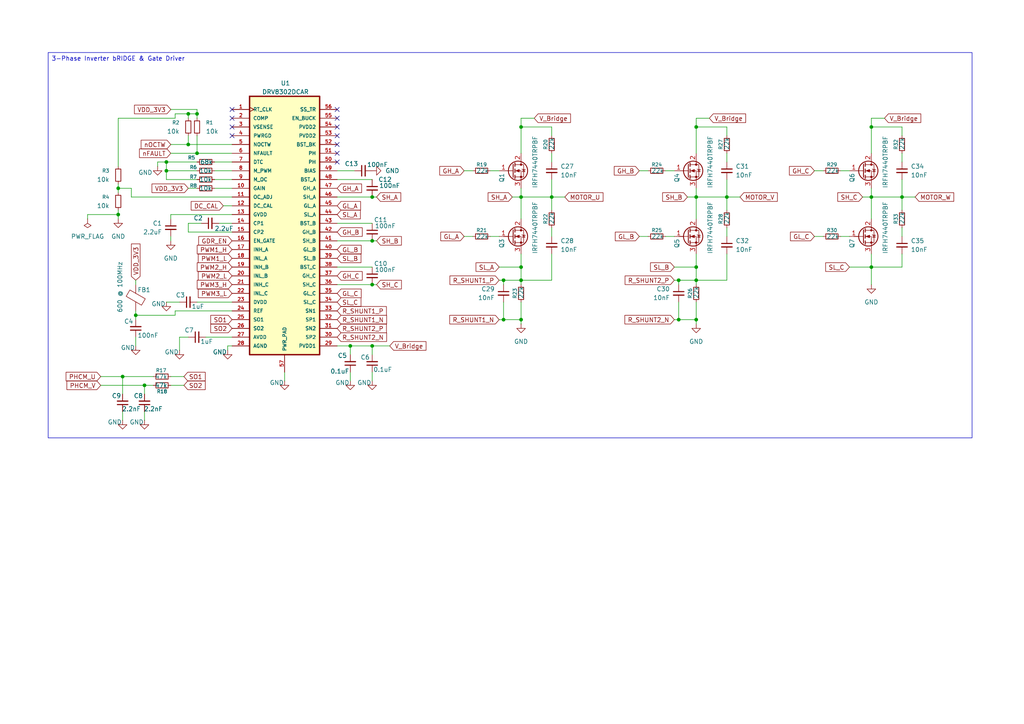
<source format=kicad_sch>
(kicad_sch
	(version 20250114)
	(generator "eeschema")
	(generator_version "9.0")
	(uuid "ce088915-071d-40df-b20f-a4a6e65eb243")
	(paper "A4")
	(lib_symbols
		(symbol "DRV8302DCAR:DRV8302DCAR"
			(pin_names
				(offset 1.016)
			)
			(exclude_from_sim no)
			(in_bom yes)
			(on_board yes)
			(property "Reference" "U1"
				(at -7.366 59.69 0)
				(effects
					(font
						(size 1.27 1.27)
					)
				)
			)
			(property "Value" "DRV8302DCAR"
				(at -7.366 57.15 0)
				(effects
					(font
						(size 1.27 1.27)
					)
				)
			)
			(property "Footprint" "DRV8302DCAR:SOP50P810X120-57N"
				(at 0.508 -71.12 0)
				(effects
					(font
						(size 1.27 1.27)
					)
					(justify bottom)
					(hide yes)
				)
			)
			(property "Datasheet" ""
				(at 0 0 0)
				(effects
					(font
						(size 1.27 1.27)
					)
					(hide yes)
				)
			)
			(property "Description" ""
				(at 0 0 0)
				(effects
					(font
						(size 1.27 1.27)
					)
					(hide yes)
				)
			)
			(property "MF" "Texas Instruments"
				(at -0.254 -71.628 0)
				(effects
					(font
						(size 1.27 1.27)
					)
					(justify bottom)
					(hide yes)
				)
			)
			(property "Description_1" "65-V max 3-phase gate driver with buck regulator, current shunt amplifiers & hardware interface"
				(at 0.254 -71.374 0)
				(effects
					(font
						(size 1.27 1.27)
					)
					(justify bottom)
					(hide yes)
				)
			)
			(property "PACKAGE" "HTSSOP-56 Texas Instruments"
				(at 0.508 -70.866 0)
				(effects
					(font
						(size 1.27 1.27)
					)
					(justify bottom)
					(hide yes)
				)
			)
			(property "PRICE" "None"
				(at -0.254 -71.628 0)
				(effects
					(font
						(size 1.27 1.27)
					)
					(justify bottom)
					(hide yes)
				)
			)
			(property "Package" "HTSSOP-56 Texas Instruments"
				(at 0.508 -71.628 0)
				(effects
					(font
						(size 1.27 1.27)
					)
					(justify bottom)
					(hide yes)
				)
			)
			(property "Check_prices" "https://www.snapeda.com/parts/DRV8302DCAR/Texas+Instruments/view-part/?ref=eda"
				(at -0.762 -71.12 0)
				(effects
					(font
						(size 1.27 1.27)
					)
					(justify bottom)
					(hide yes)
				)
			)
			(property "STANDARD" "IPC7351B"
				(at -0.254 -71.628 0)
				(effects
					(font
						(size 1.27 1.27)
					)
					(justify bottom)
					(hide yes)
				)
			)
			(property "PARTREV" ""
				(at 0 0 0)
				(effects
					(font
						(size 1.27 1.27)
					)
					(justify bottom)
					(hide yes)
				)
			)
			(property "SnapEDA_Link" "https://www.snapeda.com/parts/DRV8302DCAR/Texas+Instruments/view-part/?ref=snap"
				(at -0.254 -71.374 0)
				(effects
					(font
						(size 1.27 1.27)
					)
					(justify bottom)
					(hide yes)
				)
			)
			(property "MP" "DRV8302DCAR"
				(at -0.254 -71.628 0)
				(effects
					(font
						(size 1.27 1.27)
					)
					(justify bottom)
					(hide yes)
				)
			)
			(property "Price" "None"
				(at -0.254 -71.628 0)
				(effects
					(font
						(size 1.27 1.27)
					)
					(justify bottom)
					(hide yes)
				)
			)
			(property "Availability" "In Stock"
				(at -0.254 -71.628 0)
				(effects
					(font
						(size 1.27 1.27)
					)
					(justify bottom)
					(hide yes)
				)
			)
			(symbol "DRV8302DCAR_0_0"
				(rectangle
					(start -17.78 55.88)
					(end 2.54 -19.05)
					(stroke
						(width 0.41)
						(type default)
					)
					(fill
						(type background)
					)
				)
				(pin input clock
					(at -22.86 52.07 0)
					(length 5.08)
					(name "RT_CLK"
						(effects
							(font
								(size 1.016 1.016)
							)
						)
					)
					(number "1"
						(effects
							(font
								(size 1.016 1.016)
							)
						)
					)
				)
				(pin output line
					(at -22.86 49.53 0)
					(length 5.08)
					(name "COMP"
						(effects
							(font
								(size 1.016 1.016)
							)
						)
					)
					(number "2"
						(effects
							(font
								(size 1.016 1.016)
							)
						)
					)
				)
				(pin input line
					(at -22.86 46.99 0)
					(length 5.08)
					(name "VSENSE"
						(effects
							(font
								(size 1.016 1.016)
							)
						)
					)
					(number "3"
						(effects
							(font
								(size 1.016 1.016)
							)
						)
					)
				)
				(pin input line
					(at -22.86 44.45 0)
					(length 5.08)
					(name "PWRGD"
						(effects
							(font
								(size 1.016 1.016)
							)
						)
					)
					(number "4"
						(effects
							(font
								(size 1.016 1.016)
							)
						)
					)
				)
				(pin output line
					(at -22.86 41.91 0)
					(length 5.08)
					(name "NOCTW"
						(effects
							(font
								(size 1.016 1.016)
							)
						)
					)
					(number "5"
						(effects
							(font
								(size 1.016 1.016)
							)
						)
					)
				)
				(pin output line
					(at -22.86 39.37 0)
					(length 5.08)
					(name "NFAULT"
						(effects
							(font
								(size 1.016 1.016)
							)
						)
					)
					(number "6"
						(effects
							(font
								(size 1.016 1.016)
							)
						)
					)
				)
				(pin input line
					(at -22.86 36.83 0)
					(length 5.08)
					(name "DTC"
						(effects
							(font
								(size 1.016 1.016)
							)
						)
					)
					(number "7"
						(effects
							(font
								(size 1.016 1.016)
							)
						)
					)
				)
				(pin input line
					(at -22.86 34.29 0)
					(length 5.08)
					(name "M_PWM"
						(effects
							(font
								(size 1.016 1.016)
							)
						)
					)
					(number "8"
						(effects
							(font
								(size 1.016 1.016)
							)
						)
					)
				)
				(pin input line
					(at -22.86 31.75 0)
					(length 5.08)
					(name "M_OC"
						(effects
							(font
								(size 1.016 1.016)
							)
						)
					)
					(number "9"
						(effects
							(font
								(size 1.016 1.016)
							)
						)
					)
				)
				(pin output line
					(at -22.86 29.21 0)
					(length 5.08)
					(name "GAIN"
						(effects
							(font
								(size 1.016 1.016)
							)
						)
					)
					(number "10"
						(effects
							(font
								(size 1.016 1.016)
							)
						)
					)
				)
				(pin input line
					(at -22.86 26.67 0)
					(length 5.08)
					(name "OC_ADJ"
						(effects
							(font
								(size 1.016 1.016)
							)
						)
					)
					(number "11"
						(effects
							(font
								(size 1.016 1.016)
							)
						)
					)
				)
				(pin input line
					(at -22.86 24.13 0)
					(length 5.08)
					(name "DC_CAL"
						(effects
							(font
								(size 1.016 1.016)
							)
						)
					)
					(number "12"
						(effects
							(font
								(size 1.016 1.016)
							)
						)
					)
				)
				(pin input line
					(at -22.86 13.97 0)
					(length 5.08)
					(name "EN_GATE"
						(effects
							(font
								(size 1.016 1.016)
							)
						)
					)
					(number "16"
						(effects
							(font
								(size 1.016 1.016)
							)
						)
					)
				)
				(pin input line
					(at -22.86 11.43 0)
					(length 5.08)
					(name "INH_A"
						(effects
							(font
								(size 1.016 1.016)
							)
						)
					)
					(number "17"
						(effects
							(font
								(size 1.016 1.016)
							)
						)
					)
				)
				(pin input line
					(at -22.86 8.89 0)
					(length 5.08)
					(name "INL_A"
						(effects
							(font
								(size 1.016 1.016)
							)
						)
					)
					(number "18"
						(effects
							(font
								(size 1.016 1.016)
							)
						)
					)
				)
				(pin input line
					(at -22.86 6.35 0)
					(length 5.08)
					(name "INH_B"
						(effects
							(font
								(size 1.016 1.016)
							)
						)
					)
					(number "19"
						(effects
							(font
								(size 1.016 1.016)
							)
						)
					)
				)
				(pin input line
					(at -22.86 3.81 0)
					(length 5.08)
					(name "INL_B"
						(effects
							(font
								(size 1.016 1.016)
							)
						)
					)
					(number "20"
						(effects
							(font
								(size 1.016 1.016)
							)
						)
					)
				)
				(pin input line
					(at -22.86 1.27 0)
					(length 5.08)
					(name "INH_C"
						(effects
							(font
								(size 1.016 1.016)
							)
						)
					)
					(number "21"
						(effects
							(font
								(size 1.016 1.016)
							)
						)
					)
				)
				(pin input line
					(at -22.86 -1.27 0)
					(length 5.08)
					(name "INL_C"
						(effects
							(font
								(size 1.016 1.016)
							)
						)
					)
					(number "22"
						(effects
							(font
								(size 1.016 1.016)
							)
						)
					)
				)
				(pin input line
					(at -22.86 -6.35 0)
					(length 5.08)
					(name "REF"
						(effects
							(font
								(size 1.016 1.016)
							)
						)
					)
					(number "24"
						(effects
							(font
								(size 1.016 1.016)
							)
						)
					)
				)
				(pin output line
					(at -22.86 -8.89 0)
					(length 5.08)
					(name "SO1"
						(effects
							(font
								(size 1.016 1.016)
							)
						)
					)
					(number "25"
						(effects
							(font
								(size 1.016 1.016)
							)
						)
					)
				)
				(pin output line
					(at -22.86 -11.43 0)
					(length 5.08)
					(name "SO2"
						(effects
							(font
								(size 1.016 1.016)
							)
						)
					)
					(number "26"
						(effects
							(font
								(size 1.016 1.016)
							)
						)
					)
				)
				(pin power_in line
					(at -22.86 -16.51 0)
					(length 5.08)
					(name "AGND"
						(effects
							(font
								(size 1.016 1.016)
							)
						)
					)
					(number "28"
						(effects
							(font
								(size 1.016 1.016)
							)
						)
					)
				)
				(pin power_in line
					(at -7.62 -24.13 90)
					(length 5.08)
					(name "PWR_PAD"
						(effects
							(font
								(size 1.016 1.016)
							)
						)
					)
					(number "57"
						(effects
							(font
								(size 1.016 1.016)
							)
						)
					)
				)
				(pin input line
					(at 7.62 52.07 180)
					(length 5.08)
					(name "SS_TR"
						(effects
							(font
								(size 1.016 1.016)
							)
						)
					)
					(number "56"
						(effects
							(font
								(size 1.016 1.016)
							)
						)
					)
				)
				(pin input line
					(at 7.62 49.53 180)
					(length 5.08)
					(name "EN_BUCK"
						(effects
							(font
								(size 1.016 1.016)
							)
						)
					)
					(number "55"
						(effects
							(font
								(size 1.016 1.016)
							)
						)
					)
				)
				(pin power_in line
					(at 7.62 46.99 180)
					(length 5.08)
					(name "PVDD2"
						(effects
							(font
								(size 1.016 1.016)
							)
						)
					)
					(number "54"
						(effects
							(font
								(size 1.016 1.016)
							)
						)
					)
				)
				(pin power_in line
					(at 7.62 44.45 180)
					(length 5.08)
					(name "PVDD2"
						(effects
							(font
								(size 1.016 1.016)
							)
						)
					)
					(number "53"
						(effects
							(font
								(size 1.016 1.016)
							)
						)
					)
				)
				(pin power_in line
					(at 7.62 41.91 180)
					(length 5.08)
					(name "BST_BK"
						(effects
							(font
								(size 1.016 1.016)
							)
						)
					)
					(number "52"
						(effects
							(font
								(size 1.016 1.016)
							)
						)
					)
				)
				(pin bidirectional line
					(at 7.62 39.37 180)
					(length 5.08)
					(name "PH"
						(effects
							(font
								(size 1.016 1.016)
							)
						)
					)
					(number "51"
						(effects
							(font
								(size 1.016 1.016)
							)
						)
					)
				)
				(pin bidirectional line
					(at 7.62 36.83 180)
					(length 5.08)
					(name "PH"
						(effects
							(font
								(size 1.016 1.016)
							)
						)
					)
					(number "50"
						(effects
							(font
								(size 1.016 1.016)
							)
						)
					)
				)
				(pin input line
					(at 7.62 34.29 180)
					(length 5.08)
					(name "BIAS"
						(effects
							(font
								(size 1.016 1.016)
							)
						)
					)
					(number "49"
						(effects
							(font
								(size 1.016 1.016)
							)
						)
					)
				)
				(pin output line
					(at 7.62 29.21 180)
					(length 5.08)
					(name "GH_A"
						(effects
							(font
								(size 1.016 1.016)
							)
						)
					)
					(number "47"
						(effects
							(font
								(size 1.016 1.016)
							)
						)
					)
				)
				(pin input line
					(at 7.62 26.67 180)
					(length 5.08)
					(name "SH_A"
						(effects
							(font
								(size 1.016 1.016)
							)
						)
					)
					(number "46"
						(effects
							(font
								(size 1.016 1.016)
							)
						)
					)
				)
				(pin output line
					(at 7.62 24.13 180)
					(length 5.08)
					(name "GL_A"
						(effects
							(font
								(size 1.016 1.016)
							)
						)
					)
					(number "45"
						(effects
							(font
								(size 1.016 1.016)
							)
						)
					)
				)
				(pin input line
					(at 7.62 21.59 180)
					(length 5.08)
					(name "SL_A"
						(effects
							(font
								(size 1.016 1.016)
							)
						)
					)
					(number "44"
						(effects
							(font
								(size 1.016 1.016)
							)
						)
					)
				)
				(pin output line
					(at 7.62 16.51 180)
					(length 5.08)
					(name "GH_B"
						(effects
							(font
								(size 1.016 1.016)
							)
						)
					)
					(number "42"
						(effects
							(font
								(size 1.016 1.016)
							)
						)
					)
				)
				(pin input line
					(at 7.62 13.97 180)
					(length 5.08)
					(name "SH_B"
						(effects
							(font
								(size 1.016 1.016)
							)
						)
					)
					(number "41"
						(effects
							(font
								(size 1.016 1.016)
							)
						)
					)
				)
				(pin output line
					(at 7.62 11.43 180)
					(length 5.08)
					(name "GL_B"
						(effects
							(font
								(size 1.016 1.016)
							)
						)
					)
					(number "40"
						(effects
							(font
								(size 1.016 1.016)
							)
						)
					)
				)
				(pin input line
					(at 7.62 8.89 180)
					(length 5.08)
					(name "SL_B"
						(effects
							(font
								(size 1.016 1.016)
							)
						)
					)
					(number "39"
						(effects
							(font
								(size 1.016 1.016)
							)
						)
					)
				)
				(pin output line
					(at 7.62 3.81 180)
					(length 5.08)
					(name "GH_C"
						(effects
							(font
								(size 1.016 1.016)
							)
						)
					)
					(number "37"
						(effects
							(font
								(size 1.016 1.016)
							)
						)
					)
				)
				(pin input line
					(at 7.62 1.27 180)
					(length 5.08)
					(name "SH_C"
						(effects
							(font
								(size 1.016 1.016)
							)
						)
					)
					(number "36"
						(effects
							(font
								(size 1.016 1.016)
							)
						)
					)
				)
				(pin output line
					(at 7.62 -1.27 180)
					(length 5.08)
					(name "GL_C"
						(effects
							(font
								(size 1.016 1.016)
							)
						)
					)
					(number "35"
						(effects
							(font
								(size 1.016 1.016)
							)
						)
					)
				)
				(pin input line
					(at 7.62 -3.81 180)
					(length 5.08)
					(name "SL_C"
						(effects
							(font
								(size 1.016 1.016)
							)
						)
					)
					(number "34"
						(effects
							(font
								(size 1.016 1.016)
							)
						)
					)
				)
				(pin input line
					(at 7.62 -6.35 180)
					(length 5.08)
					(name "SN1"
						(effects
							(font
								(size 1.016 1.016)
							)
						)
					)
					(number "33"
						(effects
							(font
								(size 1.016 1.016)
							)
						)
					)
				)
				(pin input line
					(at 7.62 -8.89 180)
					(length 5.08)
					(name "SP1"
						(effects
							(font
								(size 1.016 1.016)
							)
						)
					)
					(number "32"
						(effects
							(font
								(size 1.016 1.016)
							)
						)
					)
				)
				(pin input line
					(at 7.62 -11.43 180)
					(length 5.08)
					(name "SN2"
						(effects
							(font
								(size 1.016 1.016)
							)
						)
					)
					(number "31"
						(effects
							(font
								(size 1.016 1.016)
							)
						)
					)
				)
				(pin input line
					(at 7.62 -13.97 180)
					(length 5.08)
					(name "SP2"
						(effects
							(font
								(size 1.016 1.016)
							)
						)
					)
					(number "30"
						(effects
							(font
								(size 1.016 1.016)
							)
						)
					)
				)
			)
			(symbol "DRV8302DCAR_1_0"
				(pin power_out line
					(at -22.86 21.59 0)
					(length 5.08)
					(name "GVDD"
						(effects
							(font
								(size 1.016 1.016)
							)
						)
					)
					(number "13"
						(effects
							(font
								(size 1.016 1.016)
							)
						)
					)
				)
				(pin bidirectional line
					(at -22.86 19.05 0)
					(length 5.08)
					(name "CP1"
						(effects
							(font
								(size 1.016 1.016)
							)
						)
					)
					(number "14"
						(effects
							(font
								(size 1.016 1.016)
							)
						)
					)
				)
				(pin bidirectional line
					(at -22.86 16.51 0)
					(length 5.08)
					(name "CP2"
						(effects
							(font
								(size 1.016 1.016)
							)
						)
					)
					(number "15"
						(effects
							(font
								(size 1.016 1.016)
							)
						)
					)
				)
				(pin power_out line
					(at -22.86 -3.81 0)
					(length 5.08)
					(name "DVDD"
						(effects
							(font
								(size 1.016 1.016)
							)
						)
					)
					(number "23"
						(effects
							(font
								(size 1.016 1.016)
							)
						)
					)
				)
				(pin power_out line
					(at -22.86 -13.97 0)
					(length 5.08)
					(name "AVDD"
						(effects
							(font
								(size 1.016 1.016)
							)
						)
					)
					(number "27"
						(effects
							(font
								(size 1.016 1.016)
							)
						)
					)
				)
				(pin output line
					(at 7.62 31.75 180)
					(length 5.08)
					(name "BST_A"
						(effects
							(font
								(size 1.016 1.016)
							)
						)
					)
					(number "48"
						(effects
							(font
								(size 1.016 1.016)
							)
						)
					)
				)
				(pin power_out line
					(at 7.62 19.05 180)
					(length 5.08)
					(name "BST_B"
						(effects
							(font
								(size 1.016 1.016)
							)
						)
					)
					(number "43"
						(effects
							(font
								(size 1.016 1.016)
							)
						)
					)
				)
				(pin power_out line
					(at 7.62 6.35 180)
					(length 5.08)
					(name "BST_C"
						(effects
							(font
								(size 1.016 1.016)
							)
						)
					)
					(number "38"
						(effects
							(font
								(size 1.016 1.016)
							)
						)
					)
				)
				(pin power_out line
					(at 7.62 -16.51 180)
					(length 5.08)
					(name "PVDD1"
						(effects
							(font
								(size 1.016 1.016)
							)
						)
					)
					(number "29"
						(effects
							(font
								(size 1.016 1.016)
							)
						)
					)
				)
			)
			(embedded_fonts no)
		)
		(symbol "Device:C_Small"
			(pin_numbers
				(hide yes)
			)
			(pin_names
				(offset 0.254)
				(hide yes)
			)
			(exclude_from_sim no)
			(in_bom yes)
			(on_board yes)
			(property "Reference" "C"
				(at 0.254 1.778 0)
				(effects
					(font
						(size 1.27 1.27)
					)
					(justify left)
				)
			)
			(property "Value" "C_Small"
				(at 0.254 -2.032 0)
				(effects
					(font
						(size 1.27 1.27)
					)
					(justify left)
				)
			)
			(property "Footprint" ""
				(at 0 0 0)
				(effects
					(font
						(size 1.27 1.27)
					)
					(hide yes)
				)
			)
			(property "Datasheet" "~"
				(at 0 0 0)
				(effects
					(font
						(size 1.27 1.27)
					)
					(hide yes)
				)
			)
			(property "Description" "Unpolarized capacitor, small symbol"
				(at 0 0 0)
				(effects
					(font
						(size 1.27 1.27)
					)
					(hide yes)
				)
			)
			(property "ki_keywords" "capacitor cap"
				(at 0 0 0)
				(effects
					(font
						(size 1.27 1.27)
					)
					(hide yes)
				)
			)
			(property "ki_fp_filters" "C_*"
				(at 0 0 0)
				(effects
					(font
						(size 1.27 1.27)
					)
					(hide yes)
				)
			)
			(symbol "C_Small_0_1"
				(polyline
					(pts
						(xy -1.524 0.508) (xy 1.524 0.508)
					)
					(stroke
						(width 0.3048)
						(type default)
					)
					(fill
						(type none)
					)
				)
				(polyline
					(pts
						(xy -1.524 -0.508) (xy 1.524 -0.508)
					)
					(stroke
						(width 0.3302)
						(type default)
					)
					(fill
						(type none)
					)
				)
			)
			(symbol "C_Small_1_1"
				(pin passive line
					(at 0 2.54 270)
					(length 2.032)
					(name "~"
						(effects
							(font
								(size 1.27 1.27)
							)
						)
					)
					(number "1"
						(effects
							(font
								(size 1.27 1.27)
							)
						)
					)
				)
				(pin passive line
					(at 0 -2.54 90)
					(length 2.032)
					(name "~"
						(effects
							(font
								(size 1.27 1.27)
							)
						)
					)
					(number "2"
						(effects
							(font
								(size 1.27 1.27)
							)
						)
					)
				)
			)
			(embedded_fonts no)
		)
		(symbol "Device:FerriteBead"
			(pin_numbers
				(hide yes)
			)
			(pin_names
				(offset 0)
			)
			(exclude_from_sim no)
			(in_bom yes)
			(on_board yes)
			(property "Reference" "FB"
				(at -3.81 0.635 90)
				(effects
					(font
						(size 1.27 1.27)
					)
				)
			)
			(property "Value" "FerriteBead"
				(at 3.81 0 90)
				(effects
					(font
						(size 1.27 1.27)
					)
				)
			)
			(property "Footprint" ""
				(at -1.778 0 90)
				(effects
					(font
						(size 1.27 1.27)
					)
					(hide yes)
				)
			)
			(property "Datasheet" "~"
				(at 0 0 0)
				(effects
					(font
						(size 1.27 1.27)
					)
					(hide yes)
				)
			)
			(property "Description" "Ferrite bead"
				(at 0 0 0)
				(effects
					(font
						(size 1.27 1.27)
					)
					(hide yes)
				)
			)
			(property "ki_keywords" "L ferrite bead inductor filter"
				(at 0 0 0)
				(effects
					(font
						(size 1.27 1.27)
					)
					(hide yes)
				)
			)
			(property "ki_fp_filters" "Inductor_* L_* *Ferrite*"
				(at 0 0 0)
				(effects
					(font
						(size 1.27 1.27)
					)
					(hide yes)
				)
			)
			(symbol "FerriteBead_0_1"
				(polyline
					(pts
						(xy -2.7686 0.4064) (xy -1.7018 2.2606) (xy 2.7686 -0.3048) (xy 1.6764 -2.159) (xy -2.7686 0.4064)
					)
					(stroke
						(width 0)
						(type default)
					)
					(fill
						(type none)
					)
				)
				(polyline
					(pts
						(xy 0 1.27) (xy 0 1.2954)
					)
					(stroke
						(width 0)
						(type default)
					)
					(fill
						(type none)
					)
				)
				(polyline
					(pts
						(xy 0 -1.27) (xy 0 -1.2192)
					)
					(stroke
						(width 0)
						(type default)
					)
					(fill
						(type none)
					)
				)
			)
			(symbol "FerriteBead_1_1"
				(pin passive line
					(at 0 3.81 270)
					(length 2.54)
					(name "~"
						(effects
							(font
								(size 1.27 1.27)
							)
						)
					)
					(number "1"
						(effects
							(font
								(size 1.27 1.27)
							)
						)
					)
				)
				(pin passive line
					(at 0 -3.81 90)
					(length 2.54)
					(name "~"
						(effects
							(font
								(size 1.27 1.27)
							)
						)
					)
					(number "2"
						(effects
							(font
								(size 1.27 1.27)
							)
						)
					)
				)
			)
			(embedded_fonts no)
		)
		(symbol "Device:R_Small"
			(pin_numbers
				(hide yes)
			)
			(pin_names
				(offset 0.254)
				(hide yes)
			)
			(exclude_from_sim no)
			(in_bom yes)
			(on_board yes)
			(property "Reference" "R"
				(at 0 0 90)
				(effects
					(font
						(size 1.016 1.016)
					)
				)
			)
			(property "Value" "R_Small"
				(at 1.778 0 90)
				(effects
					(font
						(size 1.27 1.27)
					)
				)
			)
			(property "Footprint" ""
				(at 0 0 0)
				(effects
					(font
						(size 1.27 1.27)
					)
					(hide yes)
				)
			)
			(property "Datasheet" "~"
				(at 0 0 0)
				(effects
					(font
						(size 1.27 1.27)
					)
					(hide yes)
				)
			)
			(property "Description" "Resistor, small symbol"
				(at 0 0 0)
				(effects
					(font
						(size 1.27 1.27)
					)
					(hide yes)
				)
			)
			(property "ki_keywords" "R resistor"
				(at 0 0 0)
				(effects
					(font
						(size 1.27 1.27)
					)
					(hide yes)
				)
			)
			(property "ki_fp_filters" "R_*"
				(at 0 0 0)
				(effects
					(font
						(size 1.27 1.27)
					)
					(hide yes)
				)
			)
			(symbol "R_Small_0_1"
				(rectangle
					(start -0.762 1.778)
					(end 0.762 -1.778)
					(stroke
						(width 0.2032)
						(type default)
					)
					(fill
						(type none)
					)
				)
			)
			(symbol "R_Small_1_1"
				(pin passive line
					(at 0 2.54 270)
					(length 0.762)
					(name "~"
						(effects
							(font
								(size 1.27 1.27)
							)
						)
					)
					(number "1"
						(effects
							(font
								(size 1.27 1.27)
							)
						)
					)
				)
				(pin passive line
					(at 0 -2.54 90)
					(length 0.762)
					(name "~"
						(effects
							(font
								(size 1.27 1.27)
							)
						)
					)
					(number "2"
						(effects
							(font
								(size 1.27 1.27)
							)
						)
					)
				)
			)
			(embedded_fonts no)
		)
		(symbol "Transistor_FET:IRLZ44N"
			(pin_names
				(hide yes)
			)
			(exclude_from_sim no)
			(in_bom yes)
			(on_board yes)
			(property "Reference" "Q1"
				(at 6.35 0 90)
				(effects
					(font
						(size 1.27 1.27)
					)
				)
			)
			(property "Value" "IRLZ44N"
				(at 8.89 0 90)
				(effects
					(font
						(size 1.27 1.27)
					)
				)
			)
			(property "Footprint" "Package_TO_SOT_THT:TO-220-3_Vertical"
				(at 5.08 -1.905 0)
				(effects
					(font
						(size 1.27 1.27)
						(italic yes)
					)
					(justify left)
					(hide yes)
				)
			)
			(property "Datasheet" "http://www.irf.com/product-info/datasheets/data/irlz44n.pdf"
				(at 5.08 -3.81 0)
				(effects
					(font
						(size 1.27 1.27)
					)
					(justify left)
					(hide yes)
				)
			)
			(property "Description" "47A Id, 55V Vds, 22mOhm Rds Single N-Channel HEXFET Power MOSFET, TO-220AB"
				(at 0 0 0)
				(effects
					(font
						(size 1.27 1.27)
					)
					(hide yes)
				)
			)
			(property "ki_keywords" "N-Channel HEXFET MOSFET Logic-Level"
				(at 0 0 0)
				(effects
					(font
						(size 1.27 1.27)
					)
					(hide yes)
				)
			)
			(property "ki_fp_filters" "TO?220*"
				(at 0 0 0)
				(effects
					(font
						(size 1.27 1.27)
					)
					(hide yes)
				)
			)
			(symbol "IRLZ44N_0_1"
				(polyline
					(pts
						(xy 0.254 1.905) (xy 0.254 -1.905)
					)
					(stroke
						(width 0.254)
						(type default)
					)
					(fill
						(type none)
					)
				)
				(polyline
					(pts
						(xy 0.254 0) (xy -2.54 0)
					)
					(stroke
						(width 0)
						(type default)
					)
					(fill
						(type none)
					)
				)
				(polyline
					(pts
						(xy 0.762 2.286) (xy 0.762 1.27)
					)
					(stroke
						(width 0.254)
						(type default)
					)
					(fill
						(type none)
					)
				)
				(polyline
					(pts
						(xy 0.762 0.508) (xy 0.762 -0.508)
					)
					(stroke
						(width 0.254)
						(type default)
					)
					(fill
						(type none)
					)
				)
				(polyline
					(pts
						(xy 0.762 -1.27) (xy 0.762 -2.286)
					)
					(stroke
						(width 0.254)
						(type default)
					)
					(fill
						(type none)
					)
				)
				(polyline
					(pts
						(xy 0.762 -1.778) (xy 3.302 -1.778) (xy 3.302 1.778) (xy 0.762 1.778)
					)
					(stroke
						(width 0)
						(type default)
					)
					(fill
						(type none)
					)
				)
				(polyline
					(pts
						(xy 1.016 0) (xy 2.032 0.381) (xy 2.032 -0.381) (xy 1.016 0)
					)
					(stroke
						(width 0)
						(type default)
					)
					(fill
						(type outline)
					)
				)
				(circle
					(center 1.651 0)
					(radius 2.794)
					(stroke
						(width 0.254)
						(type default)
					)
					(fill
						(type none)
					)
				)
				(polyline
					(pts
						(xy 2.54 2.54) (xy 2.54 1.778)
					)
					(stroke
						(width 0)
						(type default)
					)
					(fill
						(type none)
					)
				)
				(circle
					(center 2.54 1.778)
					(radius 0.254)
					(stroke
						(width 0)
						(type default)
					)
					(fill
						(type outline)
					)
				)
				(circle
					(center 2.54 -1.778)
					(radius 0.254)
					(stroke
						(width 0)
						(type default)
					)
					(fill
						(type outline)
					)
				)
				(polyline
					(pts
						(xy 2.54 -2.54) (xy 2.54 0) (xy 0.762 0)
					)
					(stroke
						(width 0)
						(type default)
					)
					(fill
						(type none)
					)
				)
				(polyline
					(pts
						(xy 2.794 0.508) (xy 2.921 0.381) (xy 3.683 0.381) (xy 3.81 0.254)
					)
					(stroke
						(width 0)
						(type default)
					)
					(fill
						(type none)
					)
				)
				(polyline
					(pts
						(xy 3.302 0.381) (xy 2.921 -0.254) (xy 3.683 -0.254) (xy 3.302 0.381)
					)
					(stroke
						(width 0)
						(type default)
					)
					(fill
						(type none)
					)
				)
			)
			(symbol "IRLZ44N_1_1"
				(pin input line
					(at -3.81 0 0)
					(length 2.54)
					(name "G"
						(effects
							(font
								(size 1.27 1.27)
							)
						)
					)
					(number "1"
						(effects
							(font
								(size 1.27 1.27)
							)
						)
					)
				)
				(pin passive line
					(at 2.54 5.08 270)
					(length 2.54)
					(name "D"
						(effects
							(font
								(size 1.27 1.27)
							)
						)
					)
					(number "2"
						(effects
							(font
								(size 1.27 1.27)
							)
						)
					)
				)
				(pin passive line
					(at 2.54 -5.08 90)
					(length 2.54)
					(name "S"
						(effects
							(font
								(size 1.27 1.27)
							)
						)
					)
					(number "3"
						(effects
							(font
								(size 1.27 1.27)
							)
						)
					)
				)
			)
			(embedded_fonts no)
		)
		(symbol "power:GND"
			(power)
			(pin_numbers
				(hide yes)
			)
			(pin_names
				(offset 0)
				(hide yes)
			)
			(exclude_from_sim no)
			(in_bom yes)
			(on_board yes)
			(property "Reference" "#PWR"
				(at 0 -6.35 0)
				(effects
					(font
						(size 1.27 1.27)
					)
					(hide yes)
				)
			)
			(property "Value" "GND"
				(at 0 -3.81 0)
				(effects
					(font
						(size 1.27 1.27)
					)
				)
			)
			(property "Footprint" ""
				(at 0 0 0)
				(effects
					(font
						(size 1.27 1.27)
					)
					(hide yes)
				)
			)
			(property "Datasheet" ""
				(at 0 0 0)
				(effects
					(font
						(size 1.27 1.27)
					)
					(hide yes)
				)
			)
			(property "Description" "Power symbol creates a global label with name \"GND\" , ground"
				(at 0 0 0)
				(effects
					(font
						(size 1.27 1.27)
					)
					(hide yes)
				)
			)
			(property "ki_keywords" "global power"
				(at 0 0 0)
				(effects
					(font
						(size 1.27 1.27)
					)
					(hide yes)
				)
			)
			(symbol "GND_0_1"
				(polyline
					(pts
						(xy 0 0) (xy 0 -1.27) (xy 1.27 -1.27) (xy 0 -2.54) (xy -1.27 -1.27) (xy 0 -1.27)
					)
					(stroke
						(width 0)
						(type default)
					)
					(fill
						(type none)
					)
				)
			)
			(symbol "GND_1_1"
				(pin power_in line
					(at 0 0 270)
					(length 0)
					(name "~"
						(effects
							(font
								(size 1.27 1.27)
							)
						)
					)
					(number "1"
						(effects
							(font
								(size 1.27 1.27)
							)
						)
					)
				)
			)
			(embedded_fonts no)
		)
		(symbol "power:PWR_FLAG"
			(power)
			(pin_numbers
				(hide yes)
			)
			(pin_names
				(offset 0)
				(hide yes)
			)
			(exclude_from_sim no)
			(in_bom yes)
			(on_board yes)
			(property "Reference" "#FLG"
				(at 0 1.905 0)
				(effects
					(font
						(size 1.27 1.27)
					)
					(hide yes)
				)
			)
			(property "Value" "PWR_FLAG"
				(at 0 3.81 0)
				(effects
					(font
						(size 1.27 1.27)
					)
				)
			)
			(property "Footprint" ""
				(at 0 0 0)
				(effects
					(font
						(size 1.27 1.27)
					)
					(hide yes)
				)
			)
			(property "Datasheet" "~"
				(at 0 0 0)
				(effects
					(font
						(size 1.27 1.27)
					)
					(hide yes)
				)
			)
			(property "Description" "Special symbol for telling ERC where power comes from"
				(at 0 0 0)
				(effects
					(font
						(size 1.27 1.27)
					)
					(hide yes)
				)
			)
			(property "ki_keywords" "flag power"
				(at 0 0 0)
				(effects
					(font
						(size 1.27 1.27)
					)
					(hide yes)
				)
			)
			(symbol "PWR_FLAG_0_0"
				(pin power_out line
					(at 0 0 90)
					(length 0)
					(name "~"
						(effects
							(font
								(size 1.27 1.27)
							)
						)
					)
					(number "1"
						(effects
							(font
								(size 1.27 1.27)
							)
						)
					)
				)
			)
			(symbol "PWR_FLAG_0_1"
				(polyline
					(pts
						(xy 0 0) (xy 0 1.27) (xy -1.016 1.905) (xy 0 2.54) (xy 1.016 1.905) (xy 0 1.27)
					)
					(stroke
						(width 0)
						(type default)
					)
					(fill
						(type none)
					)
				)
			)
			(embedded_fonts no)
		)
	)
	(text_box "3-Phase Inverter bRIDGE & Gate Driver\n"
		(exclude_from_sim no)
		(at 13.97 15.24 0)
		(size 267.97 111.76)
		(margins 0.9525 0.9525 0.9525 0.9525)
		(stroke
			(width 0)
			(type solid)
		)
		(fill
			(type none)
		)
		(effects
			(font
				(size 1.27 1.27)
			)
			(justify left top)
		)
		(uuid "8bc20cc1-fd09-45b0-a8af-415c28c39270")
	)
	(junction
		(at 146.05 81.28)
		(diameter 0)
		(color 0 0 0 0)
		(uuid "000a96f1-5405-4cc8-b38e-ce1a07602d2b")
	)
	(junction
		(at 151.13 81.28)
		(diameter 0)
		(color 0 0 0 0)
		(uuid "0ddc09bd-ca35-44fc-aa19-3f028053ffee")
	)
	(junction
		(at 48.26 46.99)
		(diameter 0)
		(color 0 0 0 0)
		(uuid "1387ba67-ab4a-4104-81c3-562900c92d82")
	)
	(junction
		(at 57.15 33.02)
		(diameter 0)
		(color 0 0 0 0)
		(uuid "197a7e41-a7d4-4d46-bb7a-3ab3d2eab183")
	)
	(junction
		(at 151.13 92.71)
		(diameter 0)
		(color 0 0 0 0)
		(uuid "1e6f37cd-eba8-43b5-863c-e844e83c0013")
	)
	(junction
		(at 201.93 77.47)
		(diameter 0)
		(color 0 0 0 0)
		(uuid "245636a1-3ff7-466c-bc2e-4f93a22f9153")
	)
	(junction
		(at 107.95 100.33)
		(diameter 0)
		(color 0 0 0 0)
		(uuid "289f2206-46d2-44b9-bfc9-35fc0b645795")
	)
	(junction
		(at 151.13 57.15)
		(diameter 0)
		(color 0 0 0 0)
		(uuid "41bde5a3-70d5-4d46-8c88-f5d5209216b5")
	)
	(junction
		(at 151.13 77.47)
		(diameter 0)
		(color 0 0 0 0)
		(uuid "42798c1b-09c8-4b0c-938b-cc346da6d00d")
	)
	(junction
		(at 252.73 36.83)
		(diameter 0)
		(color 0 0 0 0)
		(uuid "481de4ce-aa10-4c14-90a0-79957f0ffd4c")
	)
	(junction
		(at 146.05 92.71)
		(diameter 0)
		(color 0 0 0 0)
		(uuid "6270ae46-07a4-42a5-81f2-16b4ba936e30")
	)
	(junction
		(at 261.62 57.15)
		(diameter 0)
		(color 0 0 0 0)
		(uuid "6320b714-0801-4d98-9749-2e638ffc8d88")
	)
	(junction
		(at 201.93 81.28)
		(diameter 0)
		(color 0 0 0 0)
		(uuid "6b7e184b-beeb-4dfe-8862-0c36f90a6349")
	)
	(junction
		(at 252.73 77.47)
		(diameter 0)
		(color 0 0 0 0)
		(uuid "6c1379f0-b659-4ff5-b43f-de45a71ef47b")
	)
	(junction
		(at 201.93 92.71)
		(diameter 0)
		(color 0 0 0 0)
		(uuid "78192fe2-73cf-44fb-82e2-b99d24cf7bc2")
	)
	(junction
		(at 196.85 81.28)
		(diameter 0)
		(color 0 0 0 0)
		(uuid "8ac0c485-2e4c-42cb-9883-7f0abb362a41")
	)
	(junction
		(at 201.93 36.83)
		(diameter 0)
		(color 0 0 0 0)
		(uuid "90830c5d-ab9d-4148-8c03-37b36dad848a")
	)
	(junction
		(at 54.61 41.91)
		(diameter 0)
		(color 0 0 0 0)
		(uuid "94c8f7f0-7f1d-4306-bb76-8521450258c3")
	)
	(junction
		(at 151.13 36.83)
		(diameter 0)
		(color 0 0 0 0)
		(uuid "a2b2f15c-dab1-4bf1-9c5c-fa8252423887")
	)
	(junction
		(at 54.61 33.02)
		(diameter 0)
		(color 0 0 0 0)
		(uuid "a416c46a-8611-4957-b5e1-86f208479c29")
	)
	(junction
		(at 107.95 69.85)
		(diameter 0)
		(color 0 0 0 0)
		(uuid "a4df1d05-9562-4af9-b610-282bf02dd829")
	)
	(junction
		(at 48.26 49.53)
		(diameter 0)
		(color 0 0 0 0)
		(uuid "a6d30a5a-502a-426e-96b9-431f96b43376")
	)
	(junction
		(at 39.37 91.44)
		(diameter 0)
		(color 0 0 0 0)
		(uuid "c2ee7f3b-6fc1-4123-b3ee-576aa455eb17")
	)
	(junction
		(at 160.02 57.15)
		(diameter 0)
		(color 0 0 0 0)
		(uuid "c4db0413-3091-4f69-81ca-fa55ca1d09b0")
	)
	(junction
		(at 57.15 44.45)
		(diameter 0)
		(color 0 0 0 0)
		(uuid "c539f576-723b-4ea7-9abd-c37a4d3a26dc")
	)
	(junction
		(at 34.29 54.61)
		(diameter 0)
		(color 0 0 0 0)
		(uuid "cbc089c5-bd0a-4931-b1dc-aa5fd5a9080e")
	)
	(junction
		(at 101.6 100.33)
		(diameter 0)
		(color 0 0 0 0)
		(uuid "d11b3f22-9afb-411d-bd31-d20ccc790c14")
	)
	(junction
		(at 107.95 57.15)
		(diameter 0)
		(color 0 0 0 0)
		(uuid "d63e4a0c-c7d4-47d3-b878-df7628477e01")
	)
	(junction
		(at 41.91 111.76)
		(diameter 0)
		(color 0 0 0 0)
		(uuid "d686f63c-76d0-496f-9d4b-3ea1c79b4398")
	)
	(junction
		(at 107.95 82.55)
		(diameter 0)
		(color 0 0 0 0)
		(uuid "d7f05935-7cfc-4c5a-9424-651b7b58dff8")
	)
	(junction
		(at 210.82 57.15)
		(diameter 0)
		(color 0 0 0 0)
		(uuid "e34a3b4d-5433-4af8-abbf-794725e4834c")
	)
	(junction
		(at 34.29 62.23)
		(diameter 0)
		(color 0 0 0 0)
		(uuid "e9864cf8-0095-4b7a-9808-8b07cb6f9e74")
	)
	(junction
		(at 201.93 57.15)
		(diameter 0)
		(color 0 0 0 0)
		(uuid "ea35373d-cb79-49d6-a20f-682348cdbebd")
	)
	(junction
		(at 35.56 109.22)
		(diameter 0)
		(color 0 0 0 0)
		(uuid "ef74d847-a355-423f-b020-a963e1d7bcfe")
	)
	(junction
		(at 196.85 92.71)
		(diameter 0)
		(color 0 0 0 0)
		(uuid "f1e6e244-7ff1-4d5e-8fda-cf83eae48d79")
	)
	(junction
		(at 252.73 57.15)
		(diameter 0)
		(color 0 0 0 0)
		(uuid "f21e03f3-c729-455f-9584-19ba4e881ef8")
	)
	(no_connect
		(at 67.31 36.83)
		(uuid "1ab912fe-0447-4ff0-811a-4e35e300d7ba")
	)
	(no_connect
		(at 67.31 31.75)
		(uuid "1ee87f50-9673-40b0-b67e-9b61a7c6fcfa")
	)
	(no_connect
		(at 97.79 31.75)
		(uuid "2ac996fd-97df-4b68-b311-37827efee743")
	)
	(no_connect
		(at 97.79 46.99)
		(uuid "344e864e-4e81-43ff-a8f0-e171a79bb0f9")
	)
	(no_connect
		(at 67.31 39.37)
		(uuid "3e46028b-9d35-40f9-94c3-5f4421d31ae2")
	)
	(no_connect
		(at 97.79 41.91)
		(uuid "532deda6-5daf-4552-9e92-cd91d4fe18f2")
	)
	(no_connect
		(at 97.79 44.45)
		(uuid "638b431c-889c-433f-8a65-419e3e893e2b")
	)
	(no_connect
		(at 97.79 34.29)
		(uuid "8711502c-bf08-4704-a30c-4495faf76989")
	)
	(no_connect
		(at 97.79 36.83)
		(uuid "915f37da-c225-4a51-94b3-03eedab9e163")
	)
	(no_connect
		(at 67.31 34.29)
		(uuid "d68c7384-d202-4365-a457-f695a62b6f8e")
	)
	(no_connect
		(at 97.79 39.37)
		(uuid "fe30ab52-6e7f-418a-9515-15eedfa8476d")
	)
	(wire
		(pts
			(xy 246.38 77.47) (xy 252.73 77.47)
		)
		(stroke
			(width 0)
			(type default)
		)
		(uuid "01761082-1cb1-477b-88bb-09ea5a7788c3")
	)
	(wire
		(pts
			(xy 25.4 62.23) (xy 34.29 62.23)
		)
		(stroke
			(width 0)
			(type default)
		)
		(uuid "038c6451-ac2f-4e9c-9b92-60ee56d49b3d")
	)
	(wire
		(pts
			(xy 142.24 68.58) (xy 144.78 68.58)
		)
		(stroke
			(width 0)
			(type default)
		)
		(uuid "07f4b28f-5e30-4bf0-9c95-1c064673002d")
	)
	(wire
		(pts
			(xy 64.77 59.69) (xy 67.31 59.69)
		)
		(stroke
			(width 0)
			(type default)
		)
		(uuid "0a12da89-d950-4354-b15b-9ea36a44ae3f")
	)
	(wire
		(pts
			(xy 151.13 57.15) (xy 151.13 54.61)
		)
		(stroke
			(width 0)
			(type default)
		)
		(uuid "0b41bcbe-5d88-486c-9e0e-6f9ae2e3e566")
	)
	(wire
		(pts
			(xy 201.93 81.28) (xy 201.93 77.47)
		)
		(stroke
			(width 0)
			(type default)
		)
		(uuid "0c1f47ea-dad4-4222-8e7e-42528350c2bc")
	)
	(wire
		(pts
			(xy 57.15 52.07) (xy 48.26 52.07)
		)
		(stroke
			(width 0)
			(type default)
		)
		(uuid "0d30b3ae-fece-4e9e-9726-5e5e16914425")
	)
	(wire
		(pts
			(xy 160.02 44.45) (xy 160.02 46.99)
		)
		(stroke
			(width 0)
			(type default)
		)
		(uuid "0fd70f4b-9f4a-4852-98a5-56b1da3186ab")
	)
	(wire
		(pts
			(xy 49.53 41.91) (xy 54.61 41.91)
		)
		(stroke
			(width 0)
			(type default)
		)
		(uuid "114f02aa-4cc8-4459-8fa5-eafe39f18e09")
	)
	(wire
		(pts
			(xy 201.93 81.28) (xy 210.82 81.28)
		)
		(stroke
			(width 0)
			(type default)
		)
		(uuid "1192ae45-b2de-4993-9950-7d455158e3b4")
	)
	(wire
		(pts
			(xy 252.73 77.47) (xy 252.73 73.66)
		)
		(stroke
			(width 0)
			(type default)
		)
		(uuid "1294493c-a5f1-4765-b41b-b2aa72bb7954")
	)
	(wire
		(pts
			(xy 210.82 44.45) (xy 210.82 46.99)
		)
		(stroke
			(width 0)
			(type default)
		)
		(uuid "137a59f9-551f-42b1-8083-b40bbf8c8251")
	)
	(wire
		(pts
			(xy 35.56 119.38) (xy 35.56 121.92)
		)
		(stroke
			(width 0)
			(type default)
		)
		(uuid "151e9a42-f9ad-49e7-837c-7b44b10404b6")
	)
	(wire
		(pts
			(xy 54.61 67.31) (xy 67.31 67.31)
		)
		(stroke
			(width 0)
			(type default)
		)
		(uuid "1559ac56-c0da-440f-a159-241b6c72d9d4")
	)
	(wire
		(pts
			(xy 160.02 81.28) (xy 160.02 73.66)
		)
		(stroke
			(width 0)
			(type default)
		)
		(uuid "1716c94b-52d9-41fa-b314-d363ab687602")
	)
	(wire
		(pts
			(xy 82.55 107.95) (xy 82.55 110.49)
		)
		(stroke
			(width 0)
			(type default)
		)
		(uuid "1781e99d-6f8d-4d52-9b24-57564ade954e")
	)
	(wire
		(pts
			(xy 199.39 57.15) (xy 201.93 57.15)
		)
		(stroke
			(width 0)
			(type default)
		)
		(uuid "19360a41-56c4-4cd0-9dc9-443f5d801dbb")
	)
	(wire
		(pts
			(xy 39.37 90.17) (xy 39.37 91.44)
		)
		(stroke
			(width 0)
			(type default)
		)
		(uuid "1a5ce034-d1f9-46d9-9638-e1fef2a64b1d")
	)
	(wire
		(pts
			(xy 25.4 62.23) (xy 25.4 63.5)
		)
		(stroke
			(width 0)
			(type default)
		)
		(uuid "1b4115f3-870a-42f8-a39e-fc0f6a645bcf")
	)
	(wire
		(pts
			(xy 236.22 49.53) (xy 238.76 49.53)
		)
		(stroke
			(width 0)
			(type default)
		)
		(uuid "1fe4e4e7-ce11-43fe-8ee7-f7c22d670556")
	)
	(wire
		(pts
			(xy 101.6 100.33) (xy 101.6 102.87)
		)
		(stroke
			(width 0)
			(type default)
		)
		(uuid "22cc2085-d488-4f44-9b8d-b451ae1ebd77")
	)
	(wire
		(pts
			(xy 49.53 44.45) (xy 57.15 44.45)
		)
		(stroke
			(width 0)
			(type default)
		)
		(uuid "24d9595b-0a0f-45b9-a787-2b1db006fa2e")
	)
	(wire
		(pts
			(xy 41.91 119.38) (xy 41.91 121.92)
		)
		(stroke
			(width 0)
			(type default)
		)
		(uuid "26ef761f-9768-497e-a903-57f39c8250cc")
	)
	(wire
		(pts
			(xy 34.29 34.29) (xy 34.29 48.26)
		)
		(stroke
			(width 0)
			(type default)
		)
		(uuid "27a8dc2e-5305-4b39-9d78-a0cc568e3494")
	)
	(wire
		(pts
			(xy 50.8 34.29) (xy 34.29 34.29)
		)
		(stroke
			(width 0)
			(type default)
		)
		(uuid "27ece2d6-a0ec-4959-9e7c-a5469a878f8f")
	)
	(wire
		(pts
			(xy 261.62 57.15) (xy 252.73 57.15)
		)
		(stroke
			(width 0)
			(type default)
		)
		(uuid "2816fb01-83be-4eef-a1b8-8edc965b3f2d")
	)
	(wire
		(pts
			(xy 201.93 57.15) (xy 201.93 54.61)
		)
		(stroke
			(width 0)
			(type default)
		)
		(uuid "2915dd8d-b4f0-40c2-84cd-559570bbd80e")
	)
	(wire
		(pts
			(xy 54.61 54.61) (xy 57.15 54.61)
		)
		(stroke
			(width 0)
			(type default)
		)
		(uuid "2959a6c9-1c78-4999-a1a6-bc7f0c496aae")
	)
	(wire
		(pts
			(xy 97.79 52.07) (xy 107.95 52.07)
		)
		(stroke
			(width 0)
			(type default)
		)
		(uuid "2c8c0f37-f922-4074-b4de-087605e74936")
	)
	(wire
		(pts
			(xy 146.05 92.71) (xy 144.78 92.71)
		)
		(stroke
			(width 0)
			(type default)
		)
		(uuid "2d456636-055d-4a6b-91d9-8c0bf9e498aa")
	)
	(wire
		(pts
			(xy 196.85 81.28) (xy 196.85 82.55)
		)
		(stroke
			(width 0)
			(type default)
		)
		(uuid "2de63620-cd65-4f43-8460-7656bf63ef56")
	)
	(wire
		(pts
			(xy 35.56 109.22) (xy 44.45 109.22)
		)
		(stroke
			(width 0)
			(type default)
		)
		(uuid "2ee42886-1fb2-42e8-9b2d-63b6172ae1d4")
	)
	(wire
		(pts
			(xy 146.05 87.63) (xy 146.05 92.71)
		)
		(stroke
			(width 0)
			(type default)
		)
		(uuid "2f936041-7aa8-43da-8017-9649d4ab7b13")
	)
	(wire
		(pts
			(xy 134.62 68.58) (xy 137.16 68.58)
		)
		(stroke
			(width 0)
			(type default)
		)
		(uuid "315e43ef-e42c-48a1-8aca-ee3aa4fac002")
	)
	(wire
		(pts
			(xy 148.59 57.15) (xy 151.13 57.15)
		)
		(stroke
			(width 0)
			(type default)
		)
		(uuid "331548d1-cb32-4a84-8e56-ce6cc04d2cda")
	)
	(wire
		(pts
			(xy 151.13 92.71) (xy 151.13 87.63)
		)
		(stroke
			(width 0)
			(type default)
		)
		(uuid "3367645d-2bd0-4c90-9fd5-a3dd64de7b6b")
	)
	(wire
		(pts
			(xy 146.05 92.71) (xy 151.13 92.71)
		)
		(stroke
			(width 0)
			(type default)
		)
		(uuid "347bdfed-a3f0-46b6-be5c-f83ba8ef3591")
	)
	(wire
		(pts
			(xy 97.79 82.55) (xy 107.95 82.55)
		)
		(stroke
			(width 0)
			(type default)
		)
		(uuid "3509c751-695c-46c9-a4cd-d8885a631912")
	)
	(wire
		(pts
			(xy 57.15 34.29) (xy 57.15 33.02)
		)
		(stroke
			(width 0)
			(type default)
		)
		(uuid "35e77c5e-331e-4a4c-906d-36b691fd8efb")
	)
	(wire
		(pts
			(xy 63.5 64.77) (xy 67.31 64.77)
		)
		(stroke
			(width 0)
			(type default)
		)
		(uuid "37947317-f4a3-4d10-9dca-ec925743221e")
	)
	(wire
		(pts
			(xy 252.73 34.29) (xy 252.73 36.83)
		)
		(stroke
			(width 0)
			(type default)
		)
		(uuid "39b5b064-a8ed-49a5-9ad3-8688b98a06fb")
	)
	(wire
		(pts
			(xy 50.8 90.17) (xy 50.8 91.44)
		)
		(stroke
			(width 0)
			(type default)
		)
		(uuid "39dcd919-3bf3-4f3b-bca6-67f165b475f8")
	)
	(wire
		(pts
			(xy 154.94 34.29) (xy 151.13 34.29)
		)
		(stroke
			(width 0)
			(type default)
		)
		(uuid "3a424853-1a9b-42df-9df8-b3118708c299")
	)
	(wire
		(pts
			(xy 39.37 91.44) (xy 50.8 91.44)
		)
		(stroke
			(width 0)
			(type default)
		)
		(uuid "3b67183c-b677-485a-b63d-9492f8365a18")
	)
	(wire
		(pts
			(xy 196.85 92.71) (xy 195.58 92.71)
		)
		(stroke
			(width 0)
			(type default)
		)
		(uuid "3bdd1e8a-6c31-4697-8004-247850190d21")
	)
	(wire
		(pts
			(xy 59.69 97.79) (xy 67.31 97.79)
		)
		(stroke
			(width 0)
			(type default)
		)
		(uuid "3c712252-130d-4afd-b7cf-5991d0ee170d")
	)
	(wire
		(pts
			(xy 34.29 54.61) (xy 34.29 55.88)
		)
		(stroke
			(width 0)
			(type default)
		)
		(uuid "3cc9bbf4-21d9-4b4e-8deb-8c5658973d6a")
	)
	(wire
		(pts
			(xy 34.29 62.23) (xy 34.29 63.5)
		)
		(stroke
			(width 0)
			(type default)
		)
		(uuid "41d2ff71-d23f-4af4-8127-9e1ef314a0f6")
	)
	(wire
		(pts
			(xy 201.93 81.28) (xy 201.93 82.55)
		)
		(stroke
			(width 0)
			(type default)
		)
		(uuid "42158947-cf33-48c3-bc07-6f17c9b8e720")
	)
	(wire
		(pts
			(xy 57.15 49.53) (xy 48.26 49.53)
		)
		(stroke
			(width 0)
			(type default)
		)
		(uuid "4409a63c-8d5c-4702-a52c-6af2da12eb6f")
	)
	(wire
		(pts
			(xy 201.93 92.71) (xy 201.93 93.98)
		)
		(stroke
			(width 0)
			(type default)
		)
		(uuid "44244be0-00bc-48a6-97da-63e6ec913ecd")
	)
	(wire
		(pts
			(xy 57.15 33.02) (xy 57.15 31.75)
		)
		(stroke
			(width 0)
			(type default)
		)
		(uuid "4dbea5fc-6654-4e98-9355-843de25abc9e")
	)
	(wire
		(pts
			(xy 52.07 97.79) (xy 52.07 101.6)
		)
		(stroke
			(width 0)
			(type default)
		)
		(uuid "4e7984d7-b794-4308-b9f8-f47b719b8c42")
	)
	(wire
		(pts
			(xy 39.37 97.79) (xy 39.37 100.33)
		)
		(stroke
			(width 0)
			(type default)
		)
		(uuid "4fc51ddc-b3ec-4b1c-9c19-61fd7568bc35")
	)
	(wire
		(pts
			(xy 252.73 77.47) (xy 252.73 82.55)
		)
		(stroke
			(width 0)
			(type default)
		)
		(uuid "51b30156-8b27-4efb-b315-baf24c20fd02")
	)
	(wire
		(pts
			(xy 48.26 52.07) (xy 48.26 49.53)
		)
		(stroke
			(width 0)
			(type default)
		)
		(uuid "56d40f7f-c6c5-479f-a82b-2b495b71752a")
	)
	(wire
		(pts
			(xy 29.21 109.22) (xy 35.56 109.22)
		)
		(stroke
			(width 0)
			(type default)
		)
		(uuid "58184e99-9cd1-46de-9012-52afacd73a0b")
	)
	(wire
		(pts
			(xy 41.91 111.76) (xy 41.91 114.3)
		)
		(stroke
			(width 0)
			(type default)
		)
		(uuid "5850f3e6-dcfe-44da-ae9b-845a169cbdeb")
	)
	(wire
		(pts
			(xy 210.82 36.83) (xy 210.82 39.37)
		)
		(stroke
			(width 0)
			(type default)
		)
		(uuid "5a9aa6e7-9e93-4286-b578-9df9177b9b98")
	)
	(wire
		(pts
			(xy 107.95 107.95) (xy 107.95 110.49)
		)
		(stroke
			(width 0)
			(type default)
		)
		(uuid "5adbf1c0-6c5f-4d77-a574-3fd6732b0f4b")
	)
	(wire
		(pts
			(xy 34.29 62.23) (xy 34.29 60.96)
		)
		(stroke
			(width 0)
			(type default)
		)
		(uuid "5b367727-4160-42ab-a334-d4e86e09ea3d")
	)
	(wire
		(pts
			(xy 62.23 54.61) (xy 67.31 54.61)
		)
		(stroke
			(width 0)
			(type default)
		)
		(uuid "5ced7dee-7cfa-4742-ada2-5532e7781dfa")
	)
	(wire
		(pts
			(xy 57.15 46.99) (xy 48.26 46.99)
		)
		(stroke
			(width 0)
			(type default)
		)
		(uuid "6181a44e-ede9-4662-ba90-c88c11c53e24")
	)
	(wire
		(pts
			(xy 57.15 44.45) (xy 57.15 39.37)
		)
		(stroke
			(width 0)
			(type default)
		)
		(uuid "66a13b01-8bb4-4c82-aedd-ee3c099782bf")
	)
	(wire
		(pts
			(xy 261.62 57.15) (xy 265.43 57.15)
		)
		(stroke
			(width 0)
			(type default)
		)
		(uuid "66d0a6b1-47ba-46a1-b015-a46f241073c4")
	)
	(wire
		(pts
			(xy 185.42 68.58) (xy 187.96 68.58)
		)
		(stroke
			(width 0)
			(type default)
		)
		(uuid "67054074-5997-4aac-b7dd-fe284d09c144")
	)
	(wire
		(pts
			(xy 107.95 100.33) (xy 113.03 100.33)
		)
		(stroke
			(width 0)
			(type default)
		)
		(uuid "68e2f581-2ecd-4eb3-9fe0-e5733ff01f1e")
	)
	(wire
		(pts
			(xy 201.93 77.47) (xy 201.93 73.66)
		)
		(stroke
			(width 0)
			(type default)
		)
		(uuid "695998e2-4a46-47ae-864a-22c75df3cc82")
	)
	(wire
		(pts
			(xy 196.85 92.71) (xy 201.93 92.71)
		)
		(stroke
			(width 0)
			(type default)
		)
		(uuid "6a02759b-0122-4865-9613-38a8a84c4c5f")
	)
	(wire
		(pts
			(xy 195.58 77.47) (xy 201.93 77.47)
		)
		(stroke
			(width 0)
			(type default)
		)
		(uuid "6c2b9725-39a0-4776-90b0-1a47d66abbfa")
	)
	(wire
		(pts
			(xy 151.13 81.28) (xy 160.02 81.28)
		)
		(stroke
			(width 0)
			(type default)
		)
		(uuid "6d217340-86ca-4c33-8971-0c2c4be69f84")
	)
	(wire
		(pts
			(xy 57.15 31.75) (xy 49.53 31.75)
		)
		(stroke
			(width 0)
			(type default)
		)
		(uuid "6e5b6002-7fce-4b29-95f3-0ccd130dcc05")
	)
	(wire
		(pts
			(xy 193.04 68.58) (xy 195.58 68.58)
		)
		(stroke
			(width 0)
			(type default)
		)
		(uuid "702947d4-e78c-4c66-97b4-6fef999ad837")
	)
	(wire
		(pts
			(xy 107.95 82.55) (xy 109.22 82.55)
		)
		(stroke
			(width 0)
			(type default)
		)
		(uuid "70870057-291c-4807-a278-e03427a04116")
	)
	(wire
		(pts
			(xy 35.56 109.22) (xy 35.56 114.3)
		)
		(stroke
			(width 0)
			(type default)
		)
		(uuid "731e3493-9635-4261-a25f-6029a54904be")
	)
	(wire
		(pts
			(xy 151.13 36.83) (xy 151.13 44.45)
		)
		(stroke
			(width 0)
			(type default)
		)
		(uuid "74d59ec8-80f7-4075-a816-cb94b2393ae5")
	)
	(wire
		(pts
			(xy 97.79 57.15) (xy 107.95 57.15)
		)
		(stroke
			(width 0)
			(type default)
		)
		(uuid "751a04ea-b7cf-4787-aa6f-3acc0634b95d")
	)
	(wire
		(pts
			(xy 261.62 77.47) (xy 252.73 77.47)
		)
		(stroke
			(width 0)
			(type default)
		)
		(uuid "774aa502-be2a-4987-b86e-3af7008d37b9")
	)
	(wire
		(pts
			(xy 151.13 36.83) (xy 160.02 36.83)
		)
		(stroke
			(width 0)
			(type default)
		)
		(uuid "7822234e-03de-4f0e-a91c-793e25cbca0f")
	)
	(wire
		(pts
			(xy 48.26 49.53) (xy 48.26 46.99)
		)
		(stroke
			(width 0)
			(type default)
		)
		(uuid "7935ebe6-ee71-4d12-b182-d018d765a148")
	)
	(wire
		(pts
			(xy 49.53 62.23) (xy 49.53 63.5)
		)
		(stroke
			(width 0)
			(type default)
		)
		(uuid "7a35f842-b68b-475e-abbd-8f239c21c711")
	)
	(wire
		(pts
			(xy 54.61 41.91) (xy 54.61 39.37)
		)
		(stroke
			(width 0)
			(type default)
		)
		(uuid "7b3d3e59-020d-4cd5-b48c-90bed3c7d9ba")
	)
	(wire
		(pts
			(xy 160.02 36.83) (xy 160.02 39.37)
		)
		(stroke
			(width 0)
			(type default)
		)
		(uuid "7b8132a9-231e-456a-b67a-ed8b562d2c5b")
	)
	(wire
		(pts
			(xy 50.8 33.02) (xy 50.8 34.29)
		)
		(stroke
			(width 0)
			(type default)
		)
		(uuid "7bf500d2-3f70-46e5-9e85-834b667a8d92")
	)
	(wire
		(pts
			(xy 97.79 77.47) (xy 107.95 77.47)
		)
		(stroke
			(width 0)
			(type default)
		)
		(uuid "7df9840c-81d6-48e6-87a9-a82a39bb5221")
	)
	(wire
		(pts
			(xy 38.1 54.61) (xy 34.29 54.61)
		)
		(stroke
			(width 0)
			(type default)
		)
		(uuid "7e9196c9-4672-483f-bfec-5bdd7f8627d1")
	)
	(wire
		(pts
			(xy 261.62 44.45) (xy 261.62 46.99)
		)
		(stroke
			(width 0)
			(type default)
		)
		(uuid "7ed07eff-5192-4444-ab7b-58fbb65a7c93")
	)
	(wire
		(pts
			(xy 146.05 81.28) (xy 151.13 81.28)
		)
		(stroke
			(width 0)
			(type default)
		)
		(uuid "80a7f848-9ca3-4ffd-ba10-aca22e2d9a69")
	)
	(wire
		(pts
			(xy 67.31 44.45) (xy 57.15 44.45)
		)
		(stroke
			(width 0)
			(type default)
		)
		(uuid "80d6a109-0b59-49a2-b5ff-68ef9b34b4d6")
	)
	(wire
		(pts
			(xy 196.85 81.28) (xy 201.93 81.28)
		)
		(stroke
			(width 0)
			(type default)
		)
		(uuid "81b9fdb6-b2fc-4c64-9b14-fe8e5df31307")
	)
	(wire
		(pts
			(xy 97.79 69.85) (xy 107.95 69.85)
		)
		(stroke
			(width 0)
			(type default)
		)
		(uuid "81bf1de4-7bd8-4455-86d6-f8efccf24e52")
	)
	(wire
		(pts
			(xy 49.53 111.76) (xy 53.34 111.76)
		)
		(stroke
			(width 0)
			(type default)
		)
		(uuid "82620ff1-f02e-4c8a-b64d-af27341ec973")
	)
	(wire
		(pts
			(xy 54.61 33.02) (xy 50.8 33.02)
		)
		(stroke
			(width 0)
			(type default)
		)
		(uuid "85b4756e-0f2c-4a56-859d-1b90a960cd2a")
	)
	(wire
		(pts
			(xy 160.02 57.15) (xy 163.83 57.15)
		)
		(stroke
			(width 0)
			(type default)
		)
		(uuid "86579204-a48f-4d49-ae2e-2ad146661dc1")
	)
	(wire
		(pts
			(xy 195.58 81.28) (xy 196.85 81.28)
		)
		(stroke
			(width 0)
			(type default)
		)
		(uuid "8768138a-f416-4b9d-be04-6c5be3426e34")
	)
	(wire
		(pts
			(xy 252.73 57.15) (xy 252.73 63.5)
		)
		(stroke
			(width 0)
			(type default)
		)
		(uuid "89e90b2d-c07d-4b54-9961-5b75895f99f0")
	)
	(wire
		(pts
			(xy 29.21 111.76) (xy 41.91 111.76)
		)
		(stroke
			(width 0)
			(type default)
		)
		(uuid "8a708d18-c418-43b8-860e-6f6c11cdc19e")
	)
	(wire
		(pts
			(xy 243.84 49.53) (xy 246.38 49.53)
		)
		(stroke
			(width 0)
			(type default)
		)
		(uuid "8b0c0d4f-9479-4d74-8015-6ccaa4148085")
	)
	(wire
		(pts
			(xy 151.13 57.15) (xy 151.13 63.5)
		)
		(stroke
			(width 0)
			(type default)
		)
		(uuid "8b856323-1369-4bb1-adb8-b3461f467638")
	)
	(wire
		(pts
			(xy 252.73 36.83) (xy 252.73 44.45)
		)
		(stroke
			(width 0)
			(type default)
		)
		(uuid "8dcc5b66-df03-4331-a6d2-871f9d44d14d")
	)
	(wire
		(pts
			(xy 160.02 57.15) (xy 160.02 60.96)
		)
		(stroke
			(width 0)
			(type default)
		)
		(uuid "8e6e02c5-2dc7-490b-8e44-22b158475a5b")
	)
	(wire
		(pts
			(xy 49.53 68.58) (xy 49.53 69.85)
		)
		(stroke
			(width 0)
			(type default)
		)
		(uuid "90091968-933c-470b-8c86-7a1a419e25d7")
	)
	(wire
		(pts
			(xy 67.31 41.91) (xy 54.61 41.91)
		)
		(stroke
			(width 0)
			(type default)
		)
		(uuid "9034ffae-989c-440c-8542-64d1768c308b")
	)
	(wire
		(pts
			(xy 250.19 57.15) (xy 252.73 57.15)
		)
		(stroke
			(width 0)
			(type default)
		)
		(uuid "9074a9da-842b-431b-9fb3-b3922a38220e")
	)
	(wire
		(pts
			(xy 193.04 49.53) (xy 195.58 49.53)
		)
		(stroke
			(width 0)
			(type default)
		)
		(uuid "9115e29f-4281-4159-bc6d-a68b2b98adf4")
	)
	(wire
		(pts
			(xy 107.95 69.85) (xy 109.22 69.85)
		)
		(stroke
			(width 0)
			(type default)
		)
		(uuid "916efbc2-4667-4120-ae5e-cb801518a743")
	)
	(wire
		(pts
			(xy 67.31 62.23) (xy 49.53 62.23)
		)
		(stroke
			(width 0)
			(type default)
		)
		(uuid "91b123a8-d7e9-45ec-bd84-4281838eac4c")
	)
	(wire
		(pts
			(xy 62.23 46.99) (xy 67.31 46.99)
		)
		(stroke
			(width 0)
			(type default)
		)
		(uuid "91e5de53-ca69-42ce-848f-a7374de6db1d")
	)
	(wire
		(pts
			(xy 97.79 49.53) (xy 102.87 49.53)
		)
		(stroke
			(width 0)
			(type default)
		)
		(uuid "930f302c-b583-4249-adf3-ecfdedc85777")
	)
	(wire
		(pts
			(xy 151.13 34.29) (xy 151.13 36.83)
		)
		(stroke
			(width 0)
			(type default)
		)
		(uuid "934110a0-88de-4e65-886a-ab6da5c6f01e")
	)
	(wire
		(pts
			(xy 261.62 52.07) (xy 261.62 57.15)
		)
		(stroke
			(width 0)
			(type default)
		)
		(uuid "93760c02-337d-4df8-9fa5-f16580a799ee")
	)
	(wire
		(pts
			(xy 185.42 49.53) (xy 187.96 49.53)
		)
		(stroke
			(width 0)
			(type default)
		)
		(uuid "9403da69-657d-4021-a28d-77e752b8e000")
	)
	(wire
		(pts
			(xy 210.82 57.15) (xy 201.93 57.15)
		)
		(stroke
			(width 0)
			(type default)
		)
		(uuid "9771d4c2-b0a1-45a7-8aed-f59ad5ed07ff")
	)
	(wire
		(pts
			(xy 261.62 73.66) (xy 261.62 77.47)
		)
		(stroke
			(width 0)
			(type default)
		)
		(uuid "9a002ed7-f585-41a5-94ee-06dba9b4dcac")
	)
	(wire
		(pts
			(xy 256.54 34.29) (xy 252.73 34.29)
		)
		(stroke
			(width 0)
			(type default)
		)
		(uuid "9c395104-917b-4743-9386-4590c8a32a15")
	)
	(wire
		(pts
			(xy 201.93 57.15) (xy 201.93 63.5)
		)
		(stroke
			(width 0)
			(type default)
		)
		(uuid "9c8e8be3-36a6-4650-8cde-a22e9e39183a")
	)
	(wire
		(pts
			(xy 261.62 66.04) (xy 261.62 68.58)
		)
		(stroke
			(width 0)
			(type default)
		)
		(uuid "9cc4e3b9-e2c1-49c3-aa35-02f8b463dc27")
	)
	(wire
		(pts
			(xy 54.61 64.77) (xy 54.61 67.31)
		)
		(stroke
			(width 0)
			(type default)
		)
		(uuid "9ea23de9-b136-427f-8c9b-e57a1694c306")
	)
	(wire
		(pts
			(xy 151.13 92.71) (xy 151.13 93.98)
		)
		(stroke
			(width 0)
			(type default)
		)
		(uuid "a025ba82-79e3-41a2-8248-c152a2986489")
	)
	(wire
		(pts
			(xy 41.91 111.76) (xy 44.45 111.76)
		)
		(stroke
			(width 0)
			(type default)
		)
		(uuid "a27f73f1-390d-401d-acc7-f531162c725e")
	)
	(wire
		(pts
			(xy 66.04 100.33) (xy 66.04 101.6)
		)
		(stroke
			(width 0)
			(type default)
		)
		(uuid "a698de38-289b-42e0-95a9-31ffe7f480fd")
	)
	(wire
		(pts
			(xy 97.79 100.33) (xy 101.6 100.33)
		)
		(stroke
			(width 0)
			(type default)
		)
		(uuid "a6c8a924-d24c-419d-b808-a50361cd2246")
	)
	(wire
		(pts
			(xy 196.85 87.63) (xy 196.85 92.71)
		)
		(stroke
			(width 0)
			(type default)
		)
		(uuid "a6dc4842-0519-4a15-bd99-1312ce8e815e")
	)
	(wire
		(pts
			(xy 54.61 33.02) (xy 54.61 34.29)
		)
		(stroke
			(width 0)
			(type default)
		)
		(uuid "acf6d22d-5afd-40f1-9ac9-7bb28c1b653f")
	)
	(wire
		(pts
			(xy 39.37 82.55) (xy 39.37 81.28)
		)
		(stroke
			(width 0)
			(type default)
		)
		(uuid "b0408979-d79a-40eb-a7ce-c99520d9d0d3")
	)
	(wire
		(pts
			(xy 243.84 68.58) (xy 246.38 68.58)
		)
		(stroke
			(width 0)
			(type default)
		)
		(uuid "b322f460-aaf1-4373-89d1-4959c4aeee2b")
	)
	(wire
		(pts
			(xy 67.31 100.33) (xy 66.04 100.33)
		)
		(stroke
			(width 0)
			(type default)
		)
		(uuid "b35fa0aa-153b-4129-b74f-560fb1ed38d3")
	)
	(wire
		(pts
			(xy 144.78 81.28) (xy 146.05 81.28)
		)
		(stroke
			(width 0)
			(type default)
		)
		(uuid "b85fb460-b2a1-4590-afbf-60248b8839df")
	)
	(wire
		(pts
			(xy 62.23 52.07) (xy 67.31 52.07)
		)
		(stroke
			(width 0)
			(type default)
		)
		(uuid "b8c60348-35bb-47b5-8913-4ec47cb65b50")
	)
	(wire
		(pts
			(xy 57.15 87.63) (xy 67.31 87.63)
		)
		(stroke
			(width 0)
			(type default)
		)
		(uuid "b9a33856-308b-4055-862f-372ee3271f0e")
	)
	(wire
		(pts
			(xy 210.82 52.07) (xy 210.82 57.15)
		)
		(stroke
			(width 0)
			(type default)
		)
		(uuid "ba8a4536-0137-4640-837e-445cbf2adff6")
	)
	(wire
		(pts
			(xy 261.62 57.15) (xy 261.62 60.96)
		)
		(stroke
			(width 0)
			(type default)
		)
		(uuid "bd8d32da-88c3-4d37-9474-7632eca154f4")
	)
	(wire
		(pts
			(xy 45.72 46.99) (xy 45.72 48.26)
		)
		(stroke
			(width 0)
			(type default)
		)
		(uuid "be77cce9-7415-4546-b7ba-d9f45ca6a353")
	)
	(wire
		(pts
			(xy 107.95 57.15) (xy 109.22 57.15)
		)
		(stroke
			(width 0)
			(type default)
		)
		(uuid "bfde2750-df4e-487e-996f-7830aa466944")
	)
	(wire
		(pts
			(xy 201.93 36.83) (xy 201.93 44.45)
		)
		(stroke
			(width 0)
			(type default)
		)
		(uuid "c4fe95f7-dbc2-405b-b707-d5d1305e320b")
	)
	(wire
		(pts
			(xy 201.93 92.71) (xy 201.93 87.63)
		)
		(stroke
			(width 0)
			(type default)
		)
		(uuid "c6bd32d3-2a4d-4675-a5a5-7903740546a3")
	)
	(wire
		(pts
			(xy 34.29 53.34) (xy 34.29 54.61)
		)
		(stroke
			(width 0)
			(type default)
		)
		(uuid "c6d5f531-a997-4339-b361-3aaff37db763")
	)
	(wire
		(pts
			(xy 210.82 57.15) (xy 214.63 57.15)
		)
		(stroke
			(width 0)
			(type default)
		)
		(uuid "c6ffcb9e-23a5-4ead-a782-1127efedc8dd")
	)
	(wire
		(pts
			(xy 144.78 77.47) (xy 151.13 77.47)
		)
		(stroke
			(width 0)
			(type default)
		)
		(uuid "c76061e1-11ed-4d54-9a9a-ed5670dad840")
	)
	(wire
		(pts
			(xy 134.62 49.53) (xy 137.16 49.53)
		)
		(stroke
			(width 0)
			(type default)
		)
		(uuid "c7e754ba-1d53-419c-b141-448e4ab0029f")
	)
	(wire
		(pts
			(xy 52.07 87.63) (xy 48.26 87.63)
		)
		(stroke
			(width 0)
			(type default)
		)
		(uuid "c825ca11-4f94-4c1e-b2a4-8138adc30c96")
	)
	(wire
		(pts
			(xy 210.82 66.04) (xy 210.82 68.58)
		)
		(stroke
			(width 0)
			(type default)
		)
		(uuid "caa73b4a-8aa9-4234-9e9f-bafaf1c34aca")
	)
	(wire
		(pts
			(xy 101.6 107.95) (xy 101.6 110.49)
		)
		(stroke
			(width 0)
			(type default)
		)
		(uuid "cb7f3d02-cbb6-4d61-83f1-5f62abf1f1f6")
	)
	(wire
		(pts
			(xy 67.31 90.17) (xy 50.8 90.17)
		)
		(stroke
			(width 0)
			(type default)
		)
		(uuid "cf7ca367-a23b-4afb-b6ba-010b9053d065")
	)
	(wire
		(pts
			(xy 101.6 100.33) (xy 107.95 100.33)
		)
		(stroke
			(width 0)
			(type default)
		)
		(uuid "cfb70344-9d0c-4e1f-963c-254abcd42f51")
	)
	(wire
		(pts
			(xy 142.24 49.53) (xy 144.78 49.53)
		)
		(stroke
			(width 0)
			(type default)
		)
		(uuid "cfe2c0ca-25f6-4713-a9fe-023f03923884")
	)
	(wire
		(pts
			(xy 201.93 34.29) (xy 201.93 36.83)
		)
		(stroke
			(width 0)
			(type default)
		)
		(uuid "d2e3fa5f-9e48-46e9-902e-37d7b61d43c8")
	)
	(wire
		(pts
			(xy 107.95 100.33) (xy 107.95 102.87)
		)
		(stroke
			(width 0)
			(type default)
		)
		(uuid "d4055996-c33a-4bae-9465-7617da9366fd")
	)
	(wire
		(pts
			(xy 201.93 36.83) (xy 210.82 36.83)
		)
		(stroke
			(width 0)
			(type default)
		)
		(uuid "d4e5c673-ee00-4884-b95b-966fdbb41052")
	)
	(wire
		(pts
			(xy 49.53 109.22) (xy 53.34 109.22)
		)
		(stroke
			(width 0)
			(type default)
		)
		(uuid "d5f66c43-4ed8-453b-baca-bbbbb0af3334")
	)
	(wire
		(pts
			(xy 97.79 64.77) (xy 107.95 64.77)
		)
		(stroke
			(width 0)
			(type default)
		)
		(uuid "d6a2790a-139f-4570-9cdf-37b192bd3c24")
	)
	(wire
		(pts
			(xy 210.82 81.28) (xy 210.82 73.66)
		)
		(stroke
			(width 0)
			(type default)
		)
		(uuid "d6c450c1-0829-41a8-9f79-a7f3987825c3")
	)
	(wire
		(pts
			(xy 146.05 81.28) (xy 146.05 82.55)
		)
		(stroke
			(width 0)
			(type default)
		)
		(uuid "d7104fa2-f776-4caa-9b62-7284844f287a")
	)
	(wire
		(pts
			(xy 210.82 57.15) (xy 210.82 60.96)
		)
		(stroke
			(width 0)
			(type default)
		)
		(uuid "d870bcad-615b-415e-8b03-8f1071b08508")
	)
	(wire
		(pts
			(xy 252.73 57.15) (xy 252.73 54.61)
		)
		(stroke
			(width 0)
			(type default)
		)
		(uuid "d91e8264-216b-4a8a-8c96-0e211eb568f5")
	)
	(wire
		(pts
			(xy 236.22 68.58) (xy 238.76 68.58)
		)
		(stroke
			(width 0)
			(type default)
		)
		(uuid "d9dc8624-66de-4b48-a290-15ace566817c")
	)
	(wire
		(pts
			(xy 62.23 49.53) (xy 67.31 49.53)
		)
		(stroke
			(width 0)
			(type default)
		)
		(uuid "dac605d3-7d39-4dcc-85ad-06567a1cc445")
	)
	(wire
		(pts
			(xy 67.31 57.15) (xy 38.1 57.15)
		)
		(stroke
			(width 0)
			(type default)
		)
		(uuid "db8cabeb-274e-44d4-bd59-d15dc12b4c85")
	)
	(wire
		(pts
			(xy 205.74 34.29) (xy 201.93 34.29)
		)
		(stroke
			(width 0)
			(type default)
		)
		(uuid "dbf9c77c-185e-4c2b-a9a4-d3459e9022aa")
	)
	(wire
		(pts
			(xy 160.02 66.04) (xy 160.02 68.58)
		)
		(stroke
			(width 0)
			(type default)
		)
		(uuid "de2934be-d0a1-41e2-ae1d-e331d03b1ca8")
	)
	(wire
		(pts
			(xy 151.13 77.47) (xy 151.13 73.66)
		)
		(stroke
			(width 0)
			(type default)
		)
		(uuid "e0ba0adf-212f-448b-9678-81b7030c92f5")
	)
	(wire
		(pts
			(xy 252.73 36.83) (xy 261.62 36.83)
		)
		(stroke
			(width 0)
			(type default)
		)
		(uuid "e1e73ea6-474a-4240-9862-df0b10280405")
	)
	(wire
		(pts
			(xy 261.62 36.83) (xy 261.62 39.37)
		)
		(stroke
			(width 0)
			(type default)
		)
		(uuid "e5100abf-1f45-4ac4-b422-8a37bba98f29")
	)
	(wire
		(pts
			(xy 160.02 57.15) (xy 151.13 57.15)
		)
		(stroke
			(width 0)
			(type default)
		)
		(uuid "e56713d4-3c76-4af7-b00d-35cbb68348bd")
	)
	(wire
		(pts
			(xy 151.13 81.28) (xy 151.13 77.47)
		)
		(stroke
			(width 0)
			(type default)
		)
		(uuid "e6944c8a-3da0-43df-a5f1-42d8bc0c3440")
	)
	(wire
		(pts
			(xy 160.02 52.07) (xy 160.02 57.15)
		)
		(stroke
			(width 0)
			(type default)
		)
		(uuid "e71a0e44-ff38-4c67-add4-b947cc8424db")
	)
	(wire
		(pts
			(xy 38.1 57.15) (xy 38.1 54.61)
		)
		(stroke
			(width 0)
			(type default)
		)
		(uuid "ec1c5309-010c-454f-bea0-a969639d6165")
	)
	(wire
		(pts
			(xy 58.42 64.77) (xy 54.61 64.77)
		)
		(stroke
			(width 0)
			(type default)
		)
		(uuid "f263ab68-5c79-4a91-860b-ea0329b44276")
	)
	(wire
		(pts
			(xy 54.61 97.79) (xy 52.07 97.79)
		)
		(stroke
			(width 0)
			(type default)
		)
		(uuid "f3f321d3-fbab-451d-878e-7f937aefb63b")
	)
	(wire
		(pts
			(xy 57.15 33.02) (xy 54.61 33.02)
		)
		(stroke
			(width 0)
			(type default)
		)
		(uuid "fb1c20ec-4224-4b56-9cc7-80ffb3627081")
	)
	(wire
		(pts
			(xy 48.26 46.99) (xy 45.72 46.99)
		)
		(stroke
			(width 0)
			(type default)
		)
		(uuid "fb523450-4658-4e1a-826f-04ce6e9201a2")
	)
	(wire
		(pts
			(xy 151.13 81.28) (xy 151.13 82.55)
		)
		(stroke
			(width 0)
			(type default)
		)
		(uuid "fb8ec514-296d-4353-baa5-59e4d2242a38")
	)
	(wire
		(pts
			(xy 39.37 91.44) (xy 39.37 92.71)
		)
		(stroke
			(width 0)
			(type default)
		)
		(uuid "fe7ac296-e09a-4048-ae02-f63606884d08")
	)
	(global_label "SH_A"
		(shape input)
		(at 109.22 57.15 0)
		(fields_autoplaced yes)
		(effects
			(font
				(size 1.27 1.27)
			)
			(justify left)
		)
		(uuid "03c774f1-7b74-419f-8876-122d27dba954")
		(property "Intersheetrefs" "${INTERSHEET_REFS}"
			(at 116.8014 57.15 0)
			(effects
				(font
					(size 1.27 1.27)
				)
				(justify left)
				(hide yes)
			)
		)
	)
	(global_label "PWM1_H"
		(shape input)
		(at 67.31 72.39 180)
		(fields_autoplaced yes)
		(effects
			(font
				(size 1.27 1.27)
			)
			(justify right)
		)
		(uuid "0e863223-f8bd-4ee7-9e89-045888a40048")
		(property "Intersheetrefs" "${INTERSHEET_REFS}"
			(at 56.6444 72.39 0)
			(effects
				(font
					(size 1.27 1.27)
				)
				(justify right)
				(hide yes)
			)
		)
	)
	(global_label "nFAULT"
		(shape input)
		(at 49.53 44.45 180)
		(fields_autoplaced yes)
		(effects
			(font
				(size 1.27 1.27)
			)
			(justify right)
		)
		(uuid "12f393bc-47df-4a49-9f45-164e06a25296")
		(property "Intersheetrefs" "${INTERSHEET_REFS}"
			(at 39.8924 44.45 0)
			(effects
				(font
					(size 1.27 1.27)
				)
				(justify right)
				(hide yes)
			)
		)
	)
	(global_label "R_SHUNT2_P"
		(shape input)
		(at 195.58 81.28 180)
		(fields_autoplaced yes)
		(effects
			(font
				(size 1.27 1.27)
			)
			(justify right)
		)
		(uuid "1ae274da-e84c-497f-aa15-9d4df0d476a3")
		(property "Intersheetrefs" "${INTERSHEET_REFS}"
			(at 180.7415 81.28 0)
			(effects
				(font
					(size 1.27 1.27)
				)
				(justify right)
				(hide yes)
			)
		)
	)
	(global_label "PWM3_L"
		(shape input)
		(at 67.31 85.09 180)
		(fields_autoplaced yes)
		(effects
			(font
				(size 1.27 1.27)
			)
			(justify right)
		)
		(uuid "1b5f8741-fa28-4c74-ad0d-795c2202ee71")
		(property "Intersheetrefs" "${INTERSHEET_REFS}"
			(at 56.9468 85.09 0)
			(effects
				(font
					(size 1.27 1.27)
				)
				(justify right)
				(hide yes)
			)
		)
	)
	(global_label "R_SHUNT1_P"
		(shape input)
		(at 144.78 81.28 180)
		(fields_autoplaced yes)
		(effects
			(font
				(size 1.27 1.27)
			)
			(justify right)
		)
		(uuid "1b915535-e813-4a80-aa9b-a5cdf7d10b11")
		(property "Intersheetrefs" "${INTERSHEET_REFS}"
			(at 129.9415 81.28 0)
			(effects
				(font
					(size 1.27 1.27)
				)
				(justify right)
				(hide yes)
			)
		)
	)
	(global_label "V_Bridge"
		(shape input)
		(at 154.94 34.29 0)
		(fields_autoplaced yes)
		(effects
			(font
				(size 1.27 1.27)
			)
			(justify left)
		)
		(uuid "208dcf6c-33aa-4163-ae9d-50474c209683")
		(property "Intersheetrefs" "${INTERSHEET_REFS}"
			(at 166.029 34.29 0)
			(effects
				(font
					(size 1.27 1.27)
				)
				(justify left)
				(hide yes)
			)
		)
	)
	(global_label "SH_A"
		(shape input)
		(at 148.59 57.15 180)
		(fields_autoplaced yes)
		(effects
			(font
				(size 1.27 1.27)
			)
			(justify right)
		)
		(uuid "253e4985-b14a-4164-931a-28733daf1b44")
		(property "Intersheetrefs" "${INTERSHEET_REFS}"
			(at 141.0086 57.15 0)
			(effects
				(font
					(size 1.27 1.27)
				)
				(justify right)
				(hide yes)
			)
		)
	)
	(global_label "GH_A"
		(shape input)
		(at 134.62 49.53 180)
		(fields_autoplaced yes)
		(effects
			(font
				(size 1.27 1.27)
			)
			(justify right)
		)
		(uuid "2791dbe4-e1a3-44ae-83e1-638e6660064e")
		(property "Intersheetrefs" "${INTERSHEET_REFS}"
			(at 126.9781 49.53 0)
			(effects
				(font
					(size 1.27 1.27)
				)
				(justify right)
				(hide yes)
			)
		)
	)
	(global_label "VDD_3V3"
		(shape input)
		(at 49.53 31.75 180)
		(fields_autoplaced yes)
		(effects
			(font
				(size 1.27 1.27)
			)
			(justify right)
		)
		(uuid "27ab880d-dc6a-4100-b823-ca30b9ce6312")
		(property "Intersheetrefs" "${INTERSHEET_REFS}"
			(at 38.441 31.75 0)
			(effects
				(font
					(size 1.27 1.27)
				)
				(justify right)
				(hide yes)
			)
		)
	)
	(global_label "GL_A"
		(shape input)
		(at 97.79 59.69 0)
		(fields_autoplaced yes)
		(effects
			(font
				(size 1.27 1.27)
			)
			(justify left)
		)
		(uuid "284a283c-a43b-4264-8c75-3ac915c8ec5a")
		(property "Intersheetrefs" "${INTERSHEET_REFS}"
			(at 105.1295 59.69 0)
			(effects
				(font
					(size 1.27 1.27)
				)
				(justify left)
				(hide yes)
			)
		)
	)
	(global_label "R_SHUNT1_P"
		(shape input)
		(at 97.79 90.17 0)
		(fields_autoplaced yes)
		(effects
			(font
				(size 1.27 1.27)
			)
			(justify left)
		)
		(uuid "2b1f4e90-b403-49fe-94f5-57eb17e97d23")
		(property "Intersheetrefs" "${INTERSHEET_REFS}"
			(at 112.6285 90.17 0)
			(effects
				(font
					(size 1.27 1.27)
				)
				(justify left)
				(hide yes)
			)
		)
	)
	(global_label "VDD_3V3"
		(shape input)
		(at 54.61 54.61 180)
		(fields_autoplaced yes)
		(effects
			(font
				(size 1.27 1.27)
			)
			(justify right)
		)
		(uuid "2ca3577e-b9c3-41d1-bc0b-93e0397b100d")
		(property "Intersheetrefs" "${INTERSHEET_REFS}"
			(at 43.521 54.61 0)
			(effects
				(font
					(size 1.27 1.27)
				)
				(justify right)
				(hide yes)
			)
		)
	)
	(global_label "R_SHUNT2_N"
		(shape input)
		(at 97.79 97.79 0)
		(fields_autoplaced yes)
		(effects
			(font
				(size 1.27 1.27)
			)
			(justify left)
		)
		(uuid "2dbe621f-1245-4ba0-91b0-81e448036734")
		(property "Intersheetrefs" "${INTERSHEET_REFS}"
			(at 112.689 97.79 0)
			(effects
				(font
					(size 1.27 1.27)
				)
				(justify left)
				(hide yes)
			)
		)
	)
	(global_label "MOTOR_U"
		(shape input)
		(at 163.83 57.15 0)
		(fields_autoplaced yes)
		(effects
			(font
				(size 1.27 1.27)
			)
			(justify left)
		)
		(uuid "36629f1d-06d1-4b76-91be-07a95f0e53e3")
		(property "Intersheetrefs" "${INTERSHEET_REFS}"
			(at 175.4633 57.15 0)
			(effects
				(font
					(size 1.27 1.27)
				)
				(justify left)
				(hide yes)
			)
		)
	)
	(global_label "GH_A"
		(shape input)
		(at 97.79 54.61 0)
		(fields_autoplaced yes)
		(effects
			(font
				(size 1.27 1.27)
			)
			(justify left)
		)
		(uuid "3e944f40-f347-4726-9575-ab37418b688f")
		(property "Intersheetrefs" "${INTERSHEET_REFS}"
			(at 105.4319 54.61 0)
			(effects
				(font
					(size 1.27 1.27)
				)
				(justify left)
				(hide yes)
			)
		)
	)
	(global_label "GL_C"
		(shape input)
		(at 236.22 68.58 180)
		(fields_autoplaced yes)
		(effects
			(font
				(size 1.27 1.27)
			)
			(justify right)
		)
		(uuid "3f3204e7-283f-425a-b400-b5bcf8eb3439")
		(property "Intersheetrefs" "${INTERSHEET_REFS}"
			(at 228.6991 68.58 0)
			(effects
				(font
					(size 1.27 1.27)
				)
				(justify right)
				(hide yes)
			)
		)
	)
	(global_label "R_SHUNT1_N"
		(shape input)
		(at 97.79 92.71 0)
		(fields_autoplaced yes)
		(effects
			(font
				(size 1.27 1.27)
			)
			(justify left)
		)
		(uuid "40c847a1-034e-4283-830d-e5d44758ebab")
		(property "Intersheetrefs" "${INTERSHEET_REFS}"
			(at 112.689 92.71 0)
			(effects
				(font
					(size 1.27 1.27)
				)
				(justify left)
				(hide yes)
			)
		)
	)
	(global_label "nOCTW"
		(shape input)
		(at 49.53 41.91 180)
		(fields_autoplaced yes)
		(effects
			(font
				(size 1.27 1.27)
			)
			(justify right)
		)
		(uuid "443cf9e8-b05f-4b6a-85df-3317f4f0bcb9")
		(property "Intersheetrefs" "${INTERSHEET_REFS}"
			(at 40.3763 41.91 0)
			(effects
				(font
					(size 1.27 1.27)
				)
				(justify right)
				(hide yes)
			)
		)
	)
	(global_label "SH_B"
		(shape input)
		(at 109.22 69.85 0)
		(fields_autoplaced yes)
		(effects
			(font
				(size 1.27 1.27)
			)
			(justify left)
		)
		(uuid "465116b7-edb1-4e75-a7eb-c7ee1ff74ceb")
		(property "Intersheetrefs" "${INTERSHEET_REFS}"
			(at 116.9828 69.85 0)
			(effects
				(font
					(size 1.27 1.27)
				)
				(justify left)
				(hide yes)
			)
		)
	)
	(global_label "MOTOR_W"
		(shape input)
		(at 265.43 57.15 0)
		(fields_autoplaced yes)
		(effects
			(font
				(size 1.27 1.27)
			)
			(justify left)
		)
		(uuid "4d2179e8-eac5-48f4-86ea-dcdc9d2defe6")
		(property "Intersheetrefs" "${INTERSHEET_REFS}"
			(at 277.1842 57.15 0)
			(effects
				(font
					(size 1.27 1.27)
				)
				(justify left)
				(hide yes)
			)
		)
	)
	(global_label "SL_A"
		(shape input)
		(at 144.78 77.47 180)
		(fields_autoplaced yes)
		(effects
			(font
				(size 1.27 1.27)
			)
			(justify right)
		)
		(uuid "4e4089a8-99f2-473e-bb51-d423337caf78")
		(property "Intersheetrefs" "${INTERSHEET_REFS}"
			(at 137.501 77.47 0)
			(effects
				(font
					(size 1.27 1.27)
				)
				(justify right)
				(hide yes)
			)
		)
	)
	(global_label "SO1"
		(shape input)
		(at 67.31 92.71 180)
		(fields_autoplaced yes)
		(effects
			(font
				(size 1.27 1.27)
			)
			(justify right)
		)
		(uuid "54b30cda-26de-44de-8cfc-6d6b5f8fefa3")
		(property "Intersheetrefs" "${INTERSHEET_REFS}"
			(at 60.5753 92.71 0)
			(effects
				(font
					(size 1.27 1.27)
				)
				(justify right)
				(hide yes)
			)
		)
	)
	(global_label "DC_CAL"
		(shape input)
		(at 64.77 59.69 180)
		(fields_autoplaced yes)
		(effects
			(font
				(size 1.27 1.27)
			)
			(justify right)
		)
		(uuid "56bb1381-0c5c-40a3-a893-02bf9da9c00e")
		(property "Intersheetrefs" "${INTERSHEET_REFS}"
			(at 54.8905 59.69 0)
			(effects
				(font
					(size 1.27 1.27)
				)
				(justify right)
				(hide yes)
			)
		)
	)
	(global_label "PWM3_H"
		(shape input)
		(at 67.31 82.55 180)
		(fields_autoplaced yes)
		(effects
			(font
				(size 1.27 1.27)
			)
			(justify right)
		)
		(uuid "5d377e89-c2ca-4f29-a449-b74ab027d5b8")
		(property "Intersheetrefs" "${INTERSHEET_REFS}"
			(at 56.6444 82.55 0)
			(effects
				(font
					(size 1.27 1.27)
				)
				(justify right)
				(hide yes)
			)
		)
	)
	(global_label "VDD_3V3"
		(shape input)
		(at 39.37 81.28 90)
		(fields_autoplaced yes)
		(effects
			(font
				(size 1.27 1.27)
			)
			(justify left)
		)
		(uuid "60830abb-47ae-4b94-8da8-d3f5e8f71c55")
		(property "Intersheetrefs" "${INTERSHEET_REFS}"
			(at 39.37 70.191 90)
			(effects
				(font
					(size 1.27 1.27)
				)
				(justify left)
				(hide yes)
			)
		)
	)
	(global_label "SL_B"
		(shape input)
		(at 97.79 74.93 0)
		(fields_autoplaced yes)
		(effects
			(font
				(size 1.27 1.27)
			)
			(justify left)
		)
		(uuid "623d7e75-6043-4f8e-9be1-eda16f1bbce9")
		(property "Intersheetrefs" "${INTERSHEET_REFS}"
			(at 105.2504 74.93 0)
			(effects
				(font
					(size 1.27 1.27)
				)
				(justify left)
				(hide yes)
			)
		)
	)
	(global_label "PHCM_U"
		(shape input)
		(at 29.21 109.22 180)
		(fields_autoplaced yes)
		(effects
			(font
				(size 1.27 1.27)
			)
			(justify right)
		)
		(uuid "64637744-0d58-45ba-ad29-5de36c52e00e")
		(property "Intersheetrefs" "${INTERSHEET_REFS}"
			(at 18.6048 109.22 0)
			(effects
				(font
					(size 1.27 1.27)
				)
				(justify right)
				(hide yes)
			)
		)
	)
	(global_label "GH_C"
		(shape input)
		(at 236.22 49.53 180)
		(fields_autoplaced yes)
		(effects
			(font
				(size 1.27 1.27)
			)
			(justify right)
		)
		(uuid "6b13b0b0-4853-48e0-a057-4a53bcc65bc0")
		(property "Intersheetrefs" "${INTERSHEET_REFS}"
			(at 228.3967 49.53 0)
			(effects
				(font
					(size 1.27 1.27)
				)
				(justify right)
				(hide yes)
			)
		)
	)
	(global_label "V_Bridge"
		(shape input)
		(at 205.74 34.29 0)
		(fields_autoplaced yes)
		(effects
			(font
				(size 1.27 1.27)
			)
			(justify left)
		)
		(uuid "7164844d-3828-44b1-b40f-3d01030d7d5c")
		(property "Intersheetrefs" "${INTERSHEET_REFS}"
			(at 216.829 34.29 0)
			(effects
				(font
					(size 1.27 1.27)
				)
				(justify left)
				(hide yes)
			)
		)
	)
	(global_label "GH_B"
		(shape input)
		(at 97.79 67.31 0)
		(fields_autoplaced yes)
		(effects
			(font
				(size 1.27 1.27)
			)
			(justify left)
		)
		(uuid "71e6a3a8-f7cf-4c97-b26c-6a9b42c86e74")
		(property "Intersheetrefs" "${INTERSHEET_REFS}"
			(at 105.6133 67.31 0)
			(effects
				(font
					(size 1.27 1.27)
				)
				(justify left)
				(hide yes)
			)
		)
	)
	(global_label "GH_B"
		(shape input)
		(at 185.42 49.53 180)
		(fields_autoplaced yes)
		(effects
			(font
				(size 1.27 1.27)
			)
			(justify right)
		)
		(uuid "796a3927-8b63-4fe0-8e3f-5112179576db")
		(property "Intersheetrefs" "${INTERSHEET_REFS}"
			(at 177.5967 49.53 0)
			(effects
				(font
					(size 1.27 1.27)
				)
				(justify right)
				(hide yes)
			)
		)
	)
	(global_label "SO1"
		(shape input)
		(at 53.34 109.22 0)
		(fields_autoplaced yes)
		(effects
			(font
				(size 1.27 1.27)
			)
			(justify left)
		)
		(uuid "7bc44289-b561-4a15-a252-dfc795ef488f")
		(property "Intersheetrefs" "${INTERSHEET_REFS}"
			(at 60.0747 109.22 0)
			(effects
				(font
					(size 1.27 1.27)
				)
				(justify left)
				(hide yes)
			)
		)
	)
	(global_label "SL_C"
		(shape input)
		(at 246.38 77.47 180)
		(fields_autoplaced yes)
		(effects
			(font
				(size 1.27 1.27)
			)
			(justify right)
		)
		(uuid "7d011b76-ac19-48a3-9e18-82c57b7f1198")
		(property "Intersheetrefs" "${INTERSHEET_REFS}"
			(at 238.9196 77.47 0)
			(effects
				(font
					(size 1.27 1.27)
				)
				(justify right)
				(hide yes)
			)
		)
	)
	(global_label "GL_C"
		(shape input)
		(at 97.79 85.09 0)
		(fields_autoplaced yes)
		(effects
			(font
				(size 1.27 1.27)
			)
			(justify left)
		)
		(uuid "99119d14-e681-4088-b398-1818175b638b")
		(property "Intersheetrefs" "${INTERSHEET_REFS}"
			(at 105.3109 85.09 0)
			(effects
				(font
					(size 1.27 1.27)
				)
				(justify left)
				(hide yes)
			)
		)
	)
	(global_label "SO2"
		(shape input)
		(at 67.31 95.25 180)
		(fields_autoplaced yes)
		(effects
			(font
				(size 1.27 1.27)
			)
			(justify right)
		)
		(uuid "9bbf57db-1ac0-443d-9097-1e892bd68b77")
		(property "Intersheetrefs" "${INTERSHEET_REFS}"
			(at 60.5753 95.25 0)
			(effects
				(font
					(size 1.27 1.27)
				)
				(justify right)
				(hide yes)
			)
		)
	)
	(global_label "SH_C"
		(shape input)
		(at 109.22 82.55 0)
		(fields_autoplaced yes)
		(effects
			(font
				(size 1.27 1.27)
			)
			(justify left)
		)
		(uuid "9c01c334-b07c-4bd8-806a-5010fd4899a7")
		(property "Intersheetrefs" "${INTERSHEET_REFS}"
			(at 116.9828 82.55 0)
			(effects
				(font
					(size 1.27 1.27)
				)
				(justify left)
				(hide yes)
			)
		)
	)
	(global_label "SL_C"
		(shape input)
		(at 97.79 87.63 0)
		(fields_autoplaced yes)
		(effects
			(font
				(size 1.27 1.27)
			)
			(justify left)
		)
		(uuid "9ca38abb-dd47-4078-8fe2-94334e3f292c")
		(property "Intersheetrefs" "${INTERSHEET_REFS}"
			(at 105.2504 87.63 0)
			(effects
				(font
					(size 1.27 1.27)
				)
				(justify left)
				(hide yes)
			)
		)
	)
	(global_label "PHCM_V"
		(shape input)
		(at 29.21 111.76 180)
		(fields_autoplaced yes)
		(effects
			(font
				(size 1.27 1.27)
			)
			(justify right)
		)
		(uuid "9e93df4c-5338-44a2-97dc-919abb00d430")
		(property "Intersheetrefs" "${INTERSHEET_REFS}"
			(at 18.8467 111.76 0)
			(effects
				(font
					(size 1.27 1.27)
				)
				(justify right)
				(hide yes)
			)
		)
	)
	(global_label "R_SHUNT2_P"
		(shape input)
		(at 97.79 95.25 0)
		(fields_autoplaced yes)
		(effects
			(font
				(size 1.27 1.27)
			)
			(justify left)
		)
		(uuid "a18279ab-cbb8-45f2-9833-b5328a91115e")
		(property "Intersheetrefs" "${INTERSHEET_REFS}"
			(at 112.6285 95.25 0)
			(effects
				(font
					(size 1.27 1.27)
				)
				(justify left)
				(hide yes)
			)
		)
	)
	(global_label "PWM1_L"
		(shape input)
		(at 67.31 74.93 180)
		(fields_autoplaced yes)
		(effects
			(font
				(size 1.27 1.27)
			)
			(justify right)
		)
		(uuid "a77e6bf0-6df4-4940-9c30-f85e464f2b23")
		(property "Intersheetrefs" "${INTERSHEET_REFS}"
			(at 56.9468 74.93 0)
			(effects
				(font
					(size 1.27 1.27)
				)
				(justify right)
				(hide yes)
			)
		)
	)
	(global_label "GDR_EN"
		(shape input)
		(at 67.31 69.85 180)
		(fields_autoplaced yes)
		(effects
			(font
				(size 1.27 1.27)
			)
			(justify right)
		)
		(uuid "ac80e7ef-5581-4fce-9f48-7a4e91111a87")
		(property "Intersheetrefs" "${INTERSHEET_REFS}"
			(at 57.0677 69.85 0)
			(effects
				(font
					(size 1.27 1.27)
				)
				(justify right)
				(hide yes)
			)
		)
	)
	(global_label "GL_B"
		(shape input)
		(at 97.79 72.39 0)
		(fields_autoplaced yes)
		(effects
			(font
				(size 1.27 1.27)
			)
			(justify left)
		)
		(uuid "b39deb35-7be4-4941-a51b-22b445bcf640")
		(property "Intersheetrefs" "${INTERSHEET_REFS}"
			(at 105.3109 72.39 0)
			(effects
				(font
					(size 1.27 1.27)
				)
				(justify left)
				(hide yes)
			)
		)
	)
	(global_label "V_Bridge"
		(shape input)
		(at 113.03 100.33 0)
		(fields_autoplaced yes)
		(effects
			(font
				(size 1.27 1.27)
			)
			(justify left)
		)
		(uuid "b452b852-e3e9-4eab-bf00-1bd1705f07ca")
		(property "Intersheetrefs" "${INTERSHEET_REFS}"
			(at 124.119 100.33 0)
			(effects
				(font
					(size 1.27 1.27)
				)
				(justify left)
				(hide yes)
			)
		)
	)
	(global_label "V_Bridge"
		(shape input)
		(at 256.54 34.29 0)
		(fields_autoplaced yes)
		(effects
			(font
				(size 1.27 1.27)
			)
			(justify left)
		)
		(uuid "ba5bf0ca-0a4e-4da9-a48e-b9c5e4d0db41")
		(property "Intersheetrefs" "${INTERSHEET_REFS}"
			(at 267.629 34.29 0)
			(effects
				(font
					(size 1.27 1.27)
				)
				(justify left)
				(hide yes)
			)
		)
	)
	(global_label "SO2"
		(shape input)
		(at 53.34 111.76 0)
		(fields_autoplaced yes)
		(effects
			(font
				(size 1.27 1.27)
			)
			(justify left)
		)
		(uuid "bd0325be-c537-4e39-b33f-a737d3478492")
		(property "Intersheetrefs" "${INTERSHEET_REFS}"
			(at 60.0747 111.76 0)
			(effects
				(font
					(size 1.27 1.27)
				)
				(justify left)
				(hide yes)
			)
		)
	)
	(global_label "R_SHUNT1_N"
		(shape input)
		(at 144.78 92.71 180)
		(fields_autoplaced yes)
		(effects
			(font
				(size 1.27 1.27)
			)
			(justify right)
		)
		(uuid "c0186d1e-474e-49b7-9b20-58fc49f326f7")
		(property "Intersheetrefs" "${INTERSHEET_REFS}"
			(at 129.881 92.71 0)
			(effects
				(font
					(size 1.27 1.27)
				)
				(justify right)
				(hide yes)
			)
		)
	)
	(global_label "SH_C"
		(shape input)
		(at 250.19 57.15 180)
		(fields_autoplaced yes)
		(effects
			(font
				(size 1.27 1.27)
			)
			(justify right)
		)
		(uuid "c05d5cf8-f8e4-4a82-9dc2-cf065df8d086")
		(property "Intersheetrefs" "${INTERSHEET_REFS}"
			(at 242.4272 57.15 0)
			(effects
				(font
					(size 1.27 1.27)
				)
				(justify right)
				(hide yes)
			)
		)
	)
	(global_label "GL_B"
		(shape input)
		(at 185.42 68.58 180)
		(fields_autoplaced yes)
		(effects
			(font
				(size 1.27 1.27)
			)
			(justify right)
		)
		(uuid "c4c76e76-3fa3-4841-973d-f8f6e4c0ebf4")
		(property "Intersheetrefs" "${INTERSHEET_REFS}"
			(at 177.8991 68.58 0)
			(effects
				(font
					(size 1.27 1.27)
				)
				(justify right)
				(hide yes)
			)
		)
	)
	(global_label "GL_A"
		(shape input)
		(at 134.62 68.58 180)
		(fields_autoplaced yes)
		(effects
			(font
				(size 1.27 1.27)
			)
			(justify right)
		)
		(uuid "c5af96fd-062f-4923-a44f-1eebe3af0473")
		(property "Intersheetrefs" "${INTERSHEET_REFS}"
			(at 127.2805 68.58 0)
			(effects
				(font
					(size 1.27 1.27)
				)
				(justify right)
				(hide yes)
			)
		)
	)
	(global_label "GH_C"
		(shape input)
		(at 97.79 80.01 0)
		(fields_autoplaced yes)
		(effects
			(font
				(size 1.27 1.27)
			)
			(justify left)
		)
		(uuid "c78f69e3-29bb-4f71-ac57-8f138dac2081")
		(property "Intersheetrefs" "${INTERSHEET_REFS}"
			(at 105.6133 80.01 0)
			(effects
				(font
					(size 1.27 1.27)
				)
				(justify left)
				(hide yes)
			)
		)
	)
	(global_label "MOTOR_V"
		(shape input)
		(at 214.63 57.15 0)
		(fields_autoplaced yes)
		(effects
			(font
				(size 1.27 1.27)
			)
			(justify left)
		)
		(uuid "d26127ed-82df-469d-8aab-7ccc080f8760")
		(property "Intersheetrefs" "${INTERSHEET_REFS}"
			(at 226.0214 57.15 0)
			(effects
				(font
					(size 1.27 1.27)
				)
				(justify left)
				(hide yes)
			)
		)
	)
	(global_label "R_SHUNT2_N"
		(shape input)
		(at 195.58 92.71 180)
		(fields_autoplaced yes)
		(effects
			(font
				(size 1.27 1.27)
			)
			(justify right)
		)
		(uuid "e471ecd1-27ce-41e9-bfaf-20c5deb16674")
		(property "Intersheetrefs" "${INTERSHEET_REFS}"
			(at 180.681 92.71 0)
			(effects
				(font
					(size 1.27 1.27)
				)
				(justify right)
				(hide yes)
			)
		)
	)
	(global_label "SL_B"
		(shape input)
		(at 195.58 77.47 180)
		(fields_autoplaced yes)
		(effects
			(font
				(size 1.27 1.27)
			)
			(justify right)
		)
		(uuid "eff7c52b-c62a-48e2-98fa-06432cd9d95d")
		(property "Intersheetrefs" "${INTERSHEET_REFS}"
			(at 188.1196 77.47 0)
			(effects
				(font
					(size 1.27 1.27)
				)
				(justify right)
				(hide yes)
			)
		)
	)
	(global_label "SH_B"
		(shape input)
		(at 199.39 57.15 180)
		(fields_autoplaced yes)
		(effects
			(font
				(size 1.27 1.27)
			)
			(justify right)
		)
		(uuid "f0cccdbb-7932-4875-bafb-197871005596")
		(property "Intersheetrefs" "${INTERSHEET_REFS}"
			(at 191.6272 57.15 0)
			(effects
				(font
					(size 1.27 1.27)
				)
				(justify right)
				(hide yes)
			)
		)
	)
	(global_label "SL_A"
		(shape input)
		(at 97.79 62.23 0)
		(fields_autoplaced yes)
		(effects
			(font
				(size 1.27 1.27)
			)
			(justify left)
		)
		(uuid "f4b9152e-24ef-4853-b29c-e9cad54fef59")
		(property "Intersheetrefs" "${INTERSHEET_REFS}"
			(at 105.069 62.23 0)
			(effects
				(font
					(size 1.27 1.27)
				)
				(justify left)
				(hide yes)
			)
		)
	)
	(global_label "PWM2_H"
		(shape input)
		(at 67.31 77.47 180)
		(fields_autoplaced yes)
		(effects
			(font
				(size 1.27 1.27)
			)
			(justify right)
		)
		(uuid "f86c57db-da5e-45ca-aba2-d0ceba462585")
		(property "Intersheetrefs" "${INTERSHEET_REFS}"
			(at 56.6444 77.47 0)
			(effects
				(font
					(size 1.27 1.27)
				)
				(justify right)
				(hide yes)
			)
		)
	)
	(global_label "PWM2_L"
		(shape input)
		(at 67.31 80.01 180)
		(fields_autoplaced yes)
		(effects
			(font
				(size 1.27 1.27)
			)
			(justify right)
		)
		(uuid "fc3d4844-eab6-4a5f-b420-0364c32779a4")
		(property "Intersheetrefs" "${INTERSHEET_REFS}"
			(at 56.9468 80.01 0)
			(effects
				(font
					(size 1.27 1.27)
				)
				(justify right)
				(hide yes)
			)
		)
	)
	(symbol
		(lib_id "Device:R_Small")
		(at 151.13 85.09 180)
		(unit 1)
		(exclude_from_sim no)
		(in_bom yes)
		(on_board yes)
		(dnp no)
		(uuid "02f96180-27f9-464d-9211-b08a4181c0ab")
		(property "Reference" "R23"
			(at 149.352 85.09 90)
			(effects
				(font
					(size 1.016 1.016)
				)
			)
		)
		(property "Value" "22k"
			(at 151.13 84.836 90)
			(effects
				(font
					(size 1.27 1.27)
				)
			)
		)
		(property "Footprint" "Resistor_SMD:R_0805_2012Metric"
			(at 151.13 85.09 0)
			(effects
				(font
					(size 1.27 1.27)
				)
				(hide yes)
			)
		)
		(property "Datasheet" "~"
			(at 151.13 85.09 0)
			(effects
				(font
					(size 1.27 1.27)
				)
				(hide yes)
			)
		)
		(property "Description" "Resistor, small symbol"
			(at 151.13 85.09 0)
			(effects
				(font
					(size 1.27 1.27)
				)
				(hide yes)
			)
		)
		(pin "2"
			(uuid "ab36988b-b4f1-4449-b902-a9bb55f6d0a5")
		)
		(pin "1"
			(uuid "eec7a0a6-c40e-4153-b76c-c737c14b8e8a")
		)
		(instances
			(project "STM32 ESC PCB Design"
				(path "/58786406-b4ba-475c-95ca-5f0150c8f1c7/39446186-465d-44c6-96a9-99ef222ae8fa"
					(reference "R23")
					(unit 1)
				)
			)
		)
	)
	(symbol
		(lib_id "Device:C_Small")
		(at 196.85 85.09 0)
		(mirror y)
		(unit 1)
		(exclude_from_sim no)
		(in_bom yes)
		(on_board yes)
		(dnp no)
		(uuid "02faddec-8b65-4672-8376-7c39371586a9")
		(property "Reference" "C30"
			(at 194.31 83.8262 0)
			(effects
				(font
					(size 1.27 1.27)
				)
				(justify left)
			)
		)
		(property "Value" "10nF"
			(at 194.31 86.3662 0)
			(effects
				(font
					(size 1.27 1.27)
				)
				(justify left)
			)
		)
		(property "Footprint" "Capacitor_SMD:C_Elec_3x5.4"
			(at 196.85 85.09 0)
			(effects
				(font
					(size 1.27 1.27)
				)
				(hide yes)
			)
		)
		(property "Datasheet" "~"
			(at 196.85 85.09 0)
			(effects
				(font
					(size 1.27 1.27)
				)
				(hide yes)
			)
		)
		(property "Description" "Unpolarized capacitor, small symbol"
			(at 196.85 85.09 0)
			(effects
				(font
					(size 1.27 1.27)
				)
				(hide yes)
			)
		)
		(pin "2"
			(uuid "ae5f4e54-09ef-44cf-a5f6-71b2d2bf7f33")
		)
		(pin "1"
			(uuid "d552e5c5-0ddd-42f8-a851-fce2627a761a")
		)
		(instances
			(project "STM32 ESC PCB Design"
				(path "/58786406-b4ba-475c-95ca-5f0150c8f1c7/39446186-465d-44c6-96a9-99ef222ae8fa"
					(reference "C30")
					(unit 1)
				)
			)
		)
	)
	(symbol
		(lib_id "Device:C_Small")
		(at 49.53 66.04 0)
		(unit 1)
		(exclude_from_sim no)
		(in_bom yes)
		(on_board yes)
		(dnp no)
		(uuid "08b3af33-515e-4c72-99ae-e7f91736ffcf")
		(property "Reference" "C1"
			(at 46.99 64.7762 0)
			(effects
				(font
					(size 1.27 1.27)
				)
				(justify right)
			)
		)
		(property "Value" "2.2uF"
			(at 46.99 67.3162 0)
			(effects
				(font
					(size 1.27 1.27)
				)
				(justify right)
			)
		)
		(property "Footprint" "Capacitor_SMD:C_Elec_3x5.4"
			(at 49.53 66.04 0)
			(effects
				(font
					(size 1.27 1.27)
				)
				(hide yes)
			)
		)
		(property "Datasheet" "~"
			(at 49.53 66.04 0)
			(effects
				(font
					(size 1.27 1.27)
				)
				(hide yes)
			)
		)
		(property "Description" "Unpolarized capacitor, small symbol"
			(at 49.53 66.04 0)
			(effects
				(font
					(size 1.27 1.27)
				)
				(hide yes)
			)
		)
		(pin "1"
			(uuid "fd7c82c1-52ad-4cf1-95ef-08d6d30aa8fd")
		)
		(pin "2"
			(uuid "295cef28-d6f2-4164-a6f9-9f63c22b3fde")
		)
		(instances
			(project ""
				(path "/58786406-b4ba-475c-95ca-5f0150c8f1c7/39446186-465d-44c6-96a9-99ef222ae8fa"
					(reference "C1")
					(unit 1)
				)
			)
		)
	)
	(symbol
		(lib_id "Device:C_Small")
		(at 101.6 105.41 180)
		(unit 1)
		(exclude_from_sim no)
		(in_bom yes)
		(on_board yes)
		(dnp no)
		(uuid "0ac6a9cb-92d2-4075-a13f-a51e9e995e66")
		(property "Reference" "C5"
			(at 99.314 103.124 0)
			(effects
				(font
					(size 1.27 1.27)
				)
			)
		)
		(property "Value" "0.1uF"
			(at 98.552 107.696 0)
			(effects
				(font
					(size 1.27 1.27)
				)
			)
		)
		(property "Footprint" "Capacitor_SMD:C_Elec_3x5.4"
			(at 101.6 105.41 0)
			(effects
				(font
					(size 1.27 1.27)
				)
				(hide yes)
			)
		)
		(property "Datasheet" "~"
			(at 101.6 105.41 0)
			(effects
				(font
					(size 1.27 1.27)
				)
				(hide yes)
			)
		)
		(property "Description" "Unpolarized capacitor, small symbol"
			(at 101.6 105.41 0)
			(effects
				(font
					(size 1.27 1.27)
				)
				(hide yes)
			)
		)
		(pin "1"
			(uuid "491d671c-664f-4fd8-8162-e16b6132e31d")
		)
		(pin "2"
			(uuid "024d16b3-b3c1-474a-ae4a-0e0573e5b9ea")
		)
		(instances
			(project "STM32 ESC PCB Design"
				(path "/58786406-b4ba-475c-95ca-5f0150c8f1c7/39446186-465d-44c6-96a9-99ef222ae8fa"
					(reference "C5")
					(unit 1)
				)
			)
		)
	)
	(symbol
		(lib_id "Device:R_Small")
		(at 59.69 49.53 90)
		(mirror x)
		(unit 1)
		(exclude_from_sim no)
		(in_bom yes)
		(on_board yes)
		(dnp no)
		(uuid "10e5a08f-3a15-44ee-9d6b-b5281ab85290")
		(property "Reference" "R6"
			(at 57.15 48.514 90)
			(effects
				(font
					(size 1.016 1.016)
				)
				(justify left)
			)
		)
		(property "Value" "10k"
			(at 61.468 49.53 90)
			(effects
				(font
					(size 1.27 1.27)
				)
				(justify left)
			)
		)
		(property "Footprint" "Resistor_SMD:R_0805_2012Metric"
			(at 59.69 49.53 0)
			(effects
				(font
					(size 1.27 1.27)
				)
				(hide yes)
			)
		)
		(property "Datasheet" "~"
			(at 59.69 49.53 0)
			(effects
				(font
					(size 1.27 1.27)
				)
				(hide yes)
			)
		)
		(property "Description" "Resistor, small symbol"
			(at 59.69 49.53 0)
			(effects
				(font
					(size 1.27 1.27)
				)
				(hide yes)
			)
		)
		(pin "2"
			(uuid "625f3d8c-08ae-4cb4-a414-4caf8aef704a")
		)
		(pin "1"
			(uuid "e2af4cb9-4362-4e90-8959-441d43ea4ca8")
		)
		(instances
			(project "STM32 ESC PCB Design"
				(path "/58786406-b4ba-475c-95ca-5f0150c8f1c7/39446186-465d-44c6-96a9-99ef222ae8fa"
					(reference "R6")
					(unit 1)
				)
			)
		)
	)
	(symbol
		(lib_id "power:GND")
		(at 41.91 121.92 0)
		(mirror y)
		(unit 1)
		(exclude_from_sim no)
		(in_bom yes)
		(on_board yes)
		(dnp no)
		(uuid "1520aafa-f90b-4488-aa02-8a1f9cc9093b")
		(property "Reference" "#PWR012"
			(at 41.91 128.27 0)
			(effects
				(font
					(size 1.27 1.27)
				)
				(hide yes)
			)
		)
		(property "Value" "GND"
			(at 39.624 122.428 0)
			(effects
				(font
					(size 1.27 1.27)
				)
			)
		)
		(property "Footprint" ""
			(at 41.91 121.92 0)
			(effects
				(font
					(size 1.27 1.27)
				)
				(hide yes)
			)
		)
		(property "Datasheet" ""
			(at 41.91 121.92 0)
			(effects
				(font
					(size 1.27 1.27)
				)
				(hide yes)
			)
		)
		(property "Description" "Power symbol creates a global label with name \"GND\" , ground"
			(at 41.91 121.92 0)
			(effects
				(font
					(size 1.27 1.27)
				)
				(hide yes)
			)
		)
		(pin "1"
			(uuid "f48feb84-c5be-4de5-8854-002ec29f9156")
		)
		(instances
			(project "STM32 ESC PCB Design"
				(path "/58786406-b4ba-475c-95ca-5f0150c8f1c7/39446186-465d-44c6-96a9-99ef222ae8fa"
					(reference "#PWR012")
					(unit 1)
				)
			)
		)
	)
	(symbol
		(lib_id "Device:C_Small")
		(at 107.95 105.41 180)
		(unit 1)
		(exclude_from_sim no)
		(in_bom yes)
		(on_board yes)
		(dnp no)
		(uuid "162220bf-1392-41eb-add5-abf134c5bedd")
		(property "Reference" "C6"
			(at 105.918 103.632 0)
			(effects
				(font
					(size 1.27 1.27)
				)
			)
		)
		(property "Value" "0.1uF"
			(at 110.998 107.188 0)
			(effects
				(font
					(size 1.27 1.27)
				)
			)
		)
		(property "Footprint" "Capacitor_SMD:C_Elec_3x5.4"
			(at 107.95 105.41 0)
			(effects
				(font
					(size 1.27 1.27)
				)
				(hide yes)
			)
		)
		(property "Datasheet" "~"
			(at 107.95 105.41 0)
			(effects
				(font
					(size 1.27 1.27)
				)
				(hide yes)
			)
		)
		(property "Description" "Unpolarized capacitor, small symbol"
			(at 107.95 105.41 0)
			(effects
				(font
					(size 1.27 1.27)
				)
				(hide yes)
			)
		)
		(pin "1"
			(uuid "78d2db48-c24d-4abb-b624-b88faa80621d")
		)
		(pin "2"
			(uuid "1f6cae8f-f525-4f80-93ab-f2eb9b97c4f2")
		)
		(instances
			(project "STM32 ESC PCB Design"
				(path "/58786406-b4ba-475c-95ca-5f0150c8f1c7/39446186-465d-44c6-96a9-99ef222ae8fa"
					(reference "C6")
					(unit 1)
				)
			)
		)
	)
	(symbol
		(lib_id "Device:R_Small")
		(at 57.15 36.83 0)
		(unit 1)
		(exclude_from_sim no)
		(in_bom yes)
		(on_board yes)
		(dnp no)
		(fields_autoplaced yes)
		(uuid "19059c58-3c38-43ff-979b-5dc9e6801ebc")
		(property "Reference" "R1"
			(at 59.69 35.5599 0)
			(effects
				(font
					(size 1.016 1.016)
				)
				(justify left)
			)
		)
		(property "Value" "10k"
			(at 59.69 38.0999 0)
			(effects
				(font
					(size 1.27 1.27)
				)
				(justify left)
			)
		)
		(property "Footprint" "Resistor_SMD:R_0805_2012Metric"
			(at 57.15 36.83 0)
			(effects
				(font
					(size 1.27 1.27)
				)
				(hide yes)
			)
		)
		(property "Datasheet" "~"
			(at 57.15 36.83 0)
			(effects
				(font
					(size 1.27 1.27)
				)
				(hide yes)
			)
		)
		(property "Description" "Resistor, small symbol"
			(at 57.15 36.83 0)
			(effects
				(font
					(size 1.27 1.27)
				)
				(hide yes)
			)
		)
		(pin "2"
			(uuid "388e9da0-cf3e-4baa-b43c-05c97c554b84")
		)
		(pin "1"
			(uuid "7bc9723b-30e3-4855-8a21-be8ba2f3bb7a")
		)
		(instances
			(project ""
				(path "/58786406-b4ba-475c-95ca-5f0150c8f1c7/39446186-465d-44c6-96a9-99ef222ae8fa"
					(reference "R1")
					(unit 1)
				)
			)
		)
	)
	(symbol
		(lib_id "power:PWR_FLAG")
		(at 25.4 63.5 180)
		(unit 1)
		(exclude_from_sim no)
		(in_bom yes)
		(on_board yes)
		(dnp no)
		(fields_autoplaced yes)
		(uuid "1a4b0a86-98bf-480c-ab37-2d22c24232a3")
		(property "Reference" "#FLG01"
			(at 25.4 65.405 0)
			(effects
				(font
					(size 1.27 1.27)
				)
				(hide yes)
			)
		)
		(property "Value" "PWR_FLAG"
			(at 25.4 68.58 0)
			(effects
				(font
					(size 1.27 1.27)
				)
			)
		)
		(property "Footprint" ""
			(at 25.4 63.5 0)
			(effects
				(font
					(size 1.27 1.27)
				)
				(hide yes)
			)
		)
		(property "Datasheet" "~"
			(at 25.4 63.5 0)
			(effects
				(font
					(size 1.27 1.27)
				)
				(hide yes)
			)
		)
		(property "Description" "Special symbol for telling ERC where power comes from"
			(at 25.4 63.5 0)
			(effects
				(font
					(size 1.27 1.27)
				)
				(hide yes)
			)
		)
		(pin "1"
			(uuid "8c89a5fc-2c44-4284-b52a-84c3e7760433")
		)
		(instances
			(project ""
				(path "/58786406-b4ba-475c-95ca-5f0150c8f1c7/39446186-465d-44c6-96a9-99ef222ae8fa"
					(reference "#FLG01")
					(unit 1)
				)
			)
		)
	)
	(symbol
		(lib_id "Device:C_Small")
		(at 210.82 49.53 0)
		(unit 1)
		(exclude_from_sim no)
		(in_bom yes)
		(on_board yes)
		(dnp no)
		(fields_autoplaced yes)
		(uuid "1d85b6fe-b789-42c6-ae67-49fafab5fd26")
		(property "Reference" "C31"
			(at 213.36 48.2662 0)
			(effects
				(font
					(size 1.27 1.27)
				)
				(justify left)
			)
		)
		(property "Value" "10nF"
			(at 213.36 50.8062 0)
			(effects
				(font
					(size 1.27 1.27)
				)
				(justify left)
			)
		)
		(property "Footprint" "Capacitor_SMD:C_Elec_3x5.4"
			(at 210.82 49.53 0)
			(effects
				(font
					(size 1.27 1.27)
				)
				(hide yes)
			)
		)
		(property "Datasheet" "~"
			(at 210.82 49.53 0)
			(effects
				(font
					(size 1.27 1.27)
				)
				(hide yes)
			)
		)
		(property "Description" "Unpolarized capacitor, small symbol"
			(at 210.82 49.53 0)
			(effects
				(font
					(size 1.27 1.27)
				)
				(hide yes)
			)
		)
		(pin "2"
			(uuid "fdec1fe8-abba-49c6-a6a9-6f46e31b45ee")
		)
		(pin "1"
			(uuid "b4fb77a5-ccaa-42fd-98ae-7a888b18be9c")
		)
		(instances
			(project "STM32 ESC PCB Design"
				(path "/58786406-b4ba-475c-95ca-5f0150c8f1c7/39446186-465d-44c6-96a9-99ef222ae8fa"
					(reference "C31")
					(unit 1)
				)
			)
		)
	)
	(symbol
		(lib_id "Device:R_Small")
		(at 59.69 46.99 90)
		(mirror x)
		(unit 1)
		(exclude_from_sim no)
		(in_bom yes)
		(on_board yes)
		(dnp no)
		(uuid "21191d0c-da24-4979-a559-5dad950500f2")
		(property "Reference" "R5"
			(at 56.642 45.72 90)
			(effects
				(font
					(size 1.016 1.016)
				)
				(justify left)
			)
		)
		(property "Value" "68k"
			(at 61.722 46.99 90)
			(effects
				(font
					(size 1.27 1.27)
				)
				(justify left)
			)
		)
		(property "Footprint" "Resistor_SMD:R_0805_2012Metric"
			(at 59.69 46.99 0)
			(effects
				(font
					(size 1.27 1.27)
				)
				(hide yes)
			)
		)
		(property "Datasheet" "~"
			(at 59.69 46.99 0)
			(effects
				(font
					(size 1.27 1.27)
				)
				(hide yes)
			)
		)
		(property "Description" "Resistor, small symbol"
			(at 59.69 46.99 0)
			(effects
				(font
					(size 1.27 1.27)
				)
				(hide yes)
			)
		)
		(pin "2"
			(uuid "85cec3ee-dc41-4919-a1d8-88ea432b0b43")
		)
		(pin "1"
			(uuid "051f11df-c55e-414f-b172-d0d21498a09e")
		)
		(instances
			(project "STM32 ESC PCB Design"
				(path "/58786406-b4ba-475c-95ca-5f0150c8f1c7/39446186-465d-44c6-96a9-99ef222ae8fa"
					(reference "R5")
					(unit 1)
				)
			)
		)
	)
	(symbol
		(lib_id "power:GND")
		(at 82.55 110.49 0)
		(mirror y)
		(unit 1)
		(exclude_from_sim no)
		(in_bom yes)
		(on_board yes)
		(dnp no)
		(uuid "215b30f8-9bda-4a1e-9a0f-28dfe5bf0ea4")
		(property "Reference" "#PWR08"
			(at 82.55 116.84 0)
			(effects
				(font
					(size 1.27 1.27)
				)
				(hide yes)
			)
		)
		(property "Value" "GND"
			(at 80.264 110.998 0)
			(effects
				(font
					(size 1.27 1.27)
				)
			)
		)
		(property "Footprint" ""
			(at 82.55 110.49 0)
			(effects
				(font
					(size 1.27 1.27)
				)
				(hide yes)
			)
		)
		(property "Datasheet" ""
			(at 82.55 110.49 0)
			(effects
				(font
					(size 1.27 1.27)
				)
				(hide yes)
			)
		)
		(property "Description" "Power symbol creates a global label with name \"GND\" , ground"
			(at 82.55 110.49 0)
			(effects
				(font
					(size 1.27 1.27)
				)
				(hide yes)
			)
		)
		(pin "1"
			(uuid "92f832b7-3b29-4218-ba6d-4a1d3542a1f5")
		)
		(instances
			(project "STM32 ESC PCB Design"
				(path "/58786406-b4ba-475c-95ca-5f0150c8f1c7/39446186-465d-44c6-96a9-99ef222ae8fa"
					(reference "#PWR08")
					(unit 1)
				)
			)
		)
	)
	(symbol
		(lib_id "Device:R_Small")
		(at 201.93 85.09 180)
		(unit 1)
		(exclude_from_sim no)
		(in_bom yes)
		(on_board yes)
		(dnp no)
		(uuid "2553f84c-5261-4664-8fc0-7d0a5ea4e893")
		(property "Reference" "R26"
			(at 200.152 85.09 90)
			(effects
				(font
					(size 1.016 1.016)
				)
			)
		)
		(property "Value" "22k"
			(at 201.93 84.836 90)
			(effects
				(font
					(size 1.27 1.27)
				)
			)
		)
		(property "Footprint" "Resistor_SMD:R_0805_2012Metric"
			(at 201.93 85.09 0)
			(effects
				(font
					(size 1.27 1.27)
				)
				(hide yes)
			)
		)
		(property "Datasheet" "~"
			(at 201.93 85.09 0)
			(effects
				(font
					(size 1.27 1.27)
				)
				(hide yes)
			)
		)
		(property "Description" "Resistor, small symbol"
			(at 201.93 85.09 0)
			(effects
				(font
					(size 1.27 1.27)
				)
				(hide yes)
			)
		)
		(pin "2"
			(uuid "c76b9a87-0043-43e3-9865-24aa1f54584f")
		)
		(pin "1"
			(uuid "cf6e0ef2-7cf4-4f20-9d8f-20b298f30500")
		)
		(instances
			(project "STM32 ESC PCB Design"
				(path "/58786406-b4ba-475c-95ca-5f0150c8f1c7/39446186-465d-44c6-96a9-99ef222ae8fa"
					(reference "R26")
					(unit 1)
				)
			)
		)
	)
	(symbol
		(lib_id "Device:C_Small")
		(at 261.62 49.53 0)
		(unit 1)
		(exclude_from_sim no)
		(in_bom yes)
		(on_board yes)
		(dnp no)
		(fields_autoplaced yes)
		(uuid "3287e6cc-e077-4089-a2fa-b5695bcec257")
		(property "Reference" "C34"
			(at 264.16 48.2662 0)
			(effects
				(font
					(size 1.27 1.27)
				)
				(justify left)
			)
		)
		(property "Value" "10nF"
			(at 264.16 50.8062 0)
			(effects
				(font
					(size 1.27 1.27)
				)
				(justify left)
			)
		)
		(property "Footprint" "Capacitor_SMD:C_Elec_3x5.4"
			(at 261.62 49.53 0)
			(effects
				(font
					(size 1.27 1.27)
				)
				(hide yes)
			)
		)
		(property "Datasheet" "~"
			(at 261.62 49.53 0)
			(effects
				(font
					(size 1.27 1.27)
				)
				(hide yes)
			)
		)
		(property "Description" "Unpolarized capacitor, small symbol"
			(at 261.62 49.53 0)
			(effects
				(font
					(size 1.27 1.27)
				)
				(hide yes)
			)
		)
		(pin "2"
			(uuid "473276df-f8f5-40ed-9521-922b1a16fe09")
		)
		(pin "1"
			(uuid "97547141-512e-412b-ba14-609007cd4619")
		)
		(instances
			(project "STM32 ESC PCB Design"
				(path "/58786406-b4ba-475c-95ca-5f0150c8f1c7/39446186-465d-44c6-96a9-99ef222ae8fa"
					(reference "C34")
					(unit 1)
				)
			)
		)
	)
	(symbol
		(lib_id "DRV8302DCAR:DRV8302DCAR")
		(at 90.17 83.82 0)
		(unit 1)
		(exclude_from_sim no)
		(in_bom yes)
		(on_board yes)
		(dnp no)
		(uuid "349986e1-589a-4ab6-91e5-951758ef32f4")
		(property "Reference" "U1"
			(at 82.804 24.13 0)
			(effects
				(font
					(size 1.27 1.27)
				)
			)
		)
		(property "Value" "DRV8302DCAR"
			(at 82.804 26.67 0)
			(effects
				(font
					(size 1.27 1.27)
				)
			)
		)
		(property "Footprint" "DRV8302DCA:SOP50P810X120-57N"
			(at 90.678 154.94 0)
			(effects
				(font
					(size 1.27 1.27)
				)
				(justify bottom)
				(hide yes)
			)
		)
		(property "Datasheet" ""
			(at 90.17 83.82 0)
			(effects
				(font
					(size 1.27 1.27)
				)
				(hide yes)
			)
		)
		(property "Description" ""
			(at 90.17 83.82 0)
			(effects
				(font
					(size 1.27 1.27)
				)
				(hide yes)
			)
		)
		(property "MF" "Texas Instruments"
			(at 89.916 155.448 0)
			(effects
				(font
					(size 1.27 1.27)
				)
				(justify bottom)
				(hide yes)
			)
		)
		(property "Description_1" "65-V max 3-phase gate driver with buck regulator, current shunt amplifiers & hardware interface"
			(at 90.424 155.194 0)
			(effects
				(font
					(size 1.27 1.27)
				)
				(justify bottom)
				(hide yes)
			)
		)
		(property "PACKAGE" "HTSSOP-56 Texas Instruments"
			(at 90.678 154.686 0)
			(effects
				(font
					(size 1.27 1.27)
				)
				(justify bottom)
				(hide yes)
			)
		)
		(property "PRICE" "None"
			(at 89.916 155.448 0)
			(effects
				(font
					(size 1.27 1.27)
				)
				(justify bottom)
				(hide yes)
			)
		)
		(property "Package" "HTSSOP-56 Texas Instruments"
			(at 90.678 155.448 0)
			(effects
				(font
					(size 1.27 1.27)
				)
				(justify bottom)
				(hide yes)
			)
		)
		(property "Check_prices" "https://www.snapeda.com/parts/DRV8302DCAR/Texas+Instruments/view-part/?ref=eda"
			(at 89.408 154.94 0)
			(effects
				(font
					(size 1.27 1.27)
				)
				(justify bottom)
				(hide yes)
			)
		)
		(property "STANDARD" "IPC7351B"
			(at 89.916 155.448 0)
			(effects
				(font
					(size 1.27 1.27)
				)
				(justify bottom)
				(hide yes)
			)
		)
		(property "PARTREV" ""
			(at 90.17 83.82 0)
			(effects
				(font
					(size 1.27 1.27)
				)
				(justify bottom)
				(hide yes)
			)
		)
		(property "SnapEDA_Link" "https://www.snapeda.com/parts/DRV8302DCAR/Texas+Instruments/view-part/?ref=snap"
			(at 89.916 155.194 0)
			(effects
				(font
					(size 1.27 1.27)
				)
				(justify bottom)
				(hide yes)
			)
		)
		(property "MP" "DRV8302DCAR"
			(at 89.916 155.448 0)
			(effects
				(font
					(size 1.27 1.27)
				)
				(justify bottom)
				(hide yes)
			)
		)
		(property "Price" "None"
			(at 89.916 155.448 0)
			(effects
				(font
					(size 1.27 1.27)
				)
				(justify bottom)
				(hide yes)
			)
		)
		(property "Availability" "In Stock"
			(at 89.916 155.448 0)
			(effects
				(font
					(size 1.27 1.27)
				)
				(justify bottom)
				(hide yes)
			)
		)
		(pin "46"
			(uuid "361109f6-26d4-476b-bad3-9b741b0be9a6")
		)
		(pin "41"
			(uuid "48f125d2-a130-4e45-a1f3-f354a9de5a39")
		)
		(pin "53"
			(uuid "8c68b72b-d3dd-4770-a40a-7c20f804bf9a")
		)
		(pin "34"
			(uuid "42455f3e-d9e1-42a3-99aa-a25f1b60b477")
		)
		(pin "49"
			(uuid "18ef1fb4-9092-4efa-a046-749d53077115")
		)
		(pin "23"
			(uuid "2e7deb54-b347-424b-b113-1a70d884ec1e")
		)
		(pin "14"
			(uuid "33134664-8501-4e33-bd4f-499c49e4a948")
		)
		(pin "37"
			(uuid "bce9f854-3139-4e0d-a07a-5dcbc2c2b3b9")
		)
		(pin "3"
			(uuid "8b57353f-cb1b-4ff5-a543-f720b810b28e")
		)
		(pin "40"
			(uuid "d4f63e01-26a8-4f3c-ac2c-0aa05f95242c")
		)
		(pin "30"
			(uuid "df9e0811-948c-4dca-8d1e-288de251c9ab")
		)
		(pin "38"
			(uuid "a40b6136-73a7-45fc-a105-0c5aeb68deff")
		)
		(pin "32"
			(uuid "10e5921f-e36d-4f75-8811-e1d2f0d6decc")
		)
		(pin "15"
			(uuid "5e0eeacd-b291-43dd-9cd0-9256cdef4530")
		)
		(pin "27"
			(uuid "fd07230f-b3b8-4d24-81c5-5e1054452940")
		)
		(pin "36"
			(uuid "ba19883d-3c1f-41c5-8fbe-a5b577d34315")
		)
		(pin "13"
			(uuid "dd2e9cfb-2789-4a3c-a7f4-61e3d8f65d67")
		)
		(pin "29"
			(uuid "49ee7514-89c4-480c-96af-acf9d4975ba7")
		)
		(pin "56"
			(uuid "248cfb5f-ebde-4713-90b2-eafd2d1a1069")
		)
		(pin "54"
			(uuid "fb8de87c-8750-4b4d-a64c-3942389c2a3a")
		)
		(pin "39"
			(uuid "ef68304e-a74b-4a4b-a337-d74a040c810d")
		)
		(pin "33"
			(uuid "0b6a172a-fd64-4dc0-8137-f2bdd50e24ec")
		)
		(pin "44"
			(uuid "b6ee52c9-36a7-4cb8-9b4f-087f0f9d035b")
		)
		(pin "31"
			(uuid "6a7a28da-912d-454f-a1d0-4804768ff032")
		)
		(pin "55"
			(uuid "1c6c45e8-7b22-4f78-9022-22fd0ba7cc2c")
		)
		(pin "48"
			(uuid "1afd5880-026b-4ab2-a062-13775b6f3285")
		)
		(pin "43"
			(uuid "e9003b4b-2609-4c1e-9737-9861b4400731")
		)
		(pin "52"
			(uuid "6a8b21e9-521d-44bd-be36-02e324cc5fa0")
		)
		(pin "2"
			(uuid "49dd71ec-86db-41b1-933f-43838595fcae")
		)
		(pin "10"
			(uuid "e3983029-6c9a-4b83-8706-880dbc2003b1")
		)
		(pin "47"
			(uuid "fd259bb8-f77a-4d67-923a-7da2d3a8462c")
		)
		(pin "42"
			(uuid "71930959-deab-474f-af60-423b5c8001a4")
		)
		(pin "45"
			(uuid "3b5cf1f6-e6c0-4c94-b14d-e9f57acf356c")
		)
		(pin "57"
			(uuid "f09c2b96-9e52-40a8-938d-fb2c853bc401")
		)
		(pin "6"
			(uuid "a335d940-25a9-44fd-9b50-485279b71b42")
		)
		(pin "35"
			(uuid "e1af225a-c056-4120-91c9-c972a1b8b3a1")
		)
		(pin "50"
			(uuid "ab477c7a-04d3-4211-890d-e8e9e010397e")
		)
		(pin "26"
			(uuid "de6f8010-3d75-4083-aae2-13881f651bf2")
		)
		(pin "25"
			(uuid "d6acd5ce-a0e4-4a30-baa1-005d6a250937")
		)
		(pin "51"
			(uuid "cc50a11e-561d-42b6-9d42-d8e91fe3d0c4")
		)
		(pin "5"
			(uuid "785cfe08-e024-4557-8dc4-0854683f7b02")
		)
		(pin "28"
			(uuid "93608f70-cfa9-4577-845c-b0b6ac2d7dfa")
		)
		(pin "7"
			(uuid "bfd9bd6d-b6c8-4ddd-bc3a-0e55d48cd82d")
		)
		(pin "17"
			(uuid "4d6f45d0-f0b6-4008-8eab-65c8cfdd2e8e")
		)
		(pin "21"
			(uuid "a8442526-8bee-40d1-a311-d8faf80b277d")
		)
		(pin "19"
			(uuid "2ee3f655-74f8-4c8a-a2bc-f1ed164b38dd")
		)
		(pin "18"
			(uuid "1abd15d2-0d98-4a99-8b51-ce09df1fe812")
		)
		(pin "20"
			(uuid "6d374814-0137-4a84-b2f6-c97c150d9cb9")
		)
		(pin "8"
			(uuid "f0283aca-5f9f-414c-ae99-96c6b753e46e")
		)
		(pin "11"
			(uuid "4a4f41e2-a30a-4562-a49c-bfada6a9c455")
		)
		(pin "4"
			(uuid "c5aca891-d24b-4162-bbd0-4ed37a743585")
		)
		(pin "16"
			(uuid "c44fceb3-8d9b-4f3a-80d8-9a744333145b")
		)
		(pin "9"
			(uuid "67f36751-5101-4b7f-b565-68ee5a2be1dc")
		)
		(pin "22"
			(uuid "b6708b3f-f5fe-4e91-9c1a-77b020b9fd23")
		)
		(pin "12"
			(uuid "7015a7e7-c10b-4ba2-b802-cc0a4c751ca4")
		)
		(pin "24"
			(uuid "9e44c161-ae4c-494d-b179-7ccb21bb216a")
		)
		(pin "1"
			(uuid "973c749c-93b8-4559-ac07-305e129b03de")
		)
		(instances
			(project ""
				(path "/58786406-b4ba-475c-95ca-5f0150c8f1c7/39446186-465d-44c6-96a9-99ef222ae8fa"
					(reference "U1")
					(unit 1)
				)
			)
		)
	)
	(symbol
		(lib_id "Device:R_Small")
		(at 160.02 41.91 180)
		(unit 1)
		(exclude_from_sim no)
		(in_bom yes)
		(on_board yes)
		(dnp no)
		(uuid "3b736d27-fc7a-49ea-adba-569d0430070c")
		(property "Reference" "R20"
			(at 158.242 41.91 90)
			(effects
				(font
					(size 1.016 1.016)
				)
			)
		)
		(property "Value" "22k"
			(at 160.02 41.656 90)
			(effects
				(font
					(size 1.27 1.27)
				)
			)
		)
		(property "Footprint" "Resistor_SMD:R_0805_2012Metric"
			(at 160.02 41.91 0)
			(effects
				(font
					(size 1.27 1.27)
				)
				(hide yes)
			)
		)
		(property "Datasheet" "~"
			(at 160.02 41.91 0)
			(effects
				(font
					(size 1.27 1.27)
				)
				(hide yes)
			)
		)
		(property "Description" "Resistor, small symbol"
			(at 160.02 41.91 0)
			(effects
				(font
					(size 1.27 1.27)
				)
				(hide yes)
			)
		)
		(pin "2"
			(uuid "b475ff70-31a6-43f6-9bdf-69cc6b6122f4")
		)
		(pin "1"
			(uuid "05a0c714-7b24-40c0-916e-c2f9d6178790")
		)
		(instances
			(project "STM32 ESC PCB Design"
				(path "/58786406-b4ba-475c-95ca-5f0150c8f1c7/39446186-465d-44c6-96a9-99ef222ae8fa"
					(reference "R20")
					(unit 1)
				)
			)
		)
	)
	(symbol
		(lib_id "Device:R_Small")
		(at 59.69 54.61 90)
		(mirror x)
		(unit 1)
		(exclude_from_sim no)
		(in_bom yes)
		(on_board yes)
		(dnp no)
		(uuid "43e1e67b-fa5a-454b-8821-ebcb023907fb")
		(property "Reference" "R8"
			(at 57.15 53.848 90)
			(effects
				(font
					(size 1.016 1.016)
				)
				(justify left)
			)
		)
		(property "Value" "10k"
			(at 61.468 54.61 90)
			(effects
				(font
					(size 1.27 1.27)
				)
				(justify left)
			)
		)
		(property "Footprint" "Resistor_SMD:R_0805_2012Metric"
			(at 59.69 54.61 0)
			(effects
				(font
					(size 1.27 1.27)
				)
				(hide yes)
			)
		)
		(property "Datasheet" "~"
			(at 59.69 54.61 0)
			(effects
				(font
					(size 1.27 1.27)
				)
				(hide yes)
			)
		)
		(property "Description" "Resistor, small symbol"
			(at 59.69 54.61 0)
			(effects
				(font
					(size 1.27 1.27)
				)
				(hide yes)
			)
		)
		(pin "2"
			(uuid "b37ea1c1-548b-4dd4-8a20-ec80324623e0")
		)
		(pin "1"
			(uuid "4890918f-4b76-4cca-abff-e1413a9ab045")
		)
		(instances
			(project "STM32 ESC PCB Design"
				(path "/58786406-b4ba-475c-95ca-5f0150c8f1c7/39446186-465d-44c6-96a9-99ef222ae8fa"
					(reference "R8")
					(unit 1)
				)
			)
		)
	)
	(symbol
		(lib_id "Device:R_Small")
		(at 139.7 49.53 90)
		(unit 1)
		(exclude_from_sim no)
		(in_bom yes)
		(on_board yes)
		(dnp no)
		(uuid "4653bb7b-06e4-4452-8b70-95ed1f3147d6")
		(property "Reference" "R19"
			(at 139.7 47.752 90)
			(effects
				(font
					(size 1.016 1.016)
				)
			)
		)
		(property "Value" "22k"
			(at 139.954 49.53 90)
			(effects
				(font
					(size 1.27 1.27)
				)
			)
		)
		(property "Footprint" "Resistor_SMD:R_0805_2012Metric"
			(at 139.7 49.53 0)
			(effects
				(font
					(size 1.27 1.27)
				)
				(hide yes)
			)
		)
		(property "Datasheet" "~"
			(at 139.7 49.53 0)
			(effects
				(font
					(size 1.27 1.27)
				)
				(hide yes)
			)
		)
		(property "Description" "Resistor, small symbol"
			(at 139.7 49.53 0)
			(effects
				(font
					(size 1.27 1.27)
				)
				(hide yes)
			)
		)
		(pin "2"
			(uuid "d9e20f41-0d82-4f99-a8c0-aa11a3abc6a6")
		)
		(pin "1"
			(uuid "31b26387-dc0d-4289-b817-fb4e2957a625")
		)
		(instances
			(project ""
				(path "/58786406-b4ba-475c-95ca-5f0150c8f1c7/39446186-465d-44c6-96a9-99ef222ae8fa"
					(reference "R19")
					(unit 1)
				)
			)
		)
	)
	(symbol
		(lib_id "Transistor_FET:IRLZ44N")
		(at 199.39 68.58 0)
		(unit 1)
		(exclude_from_sim no)
		(in_bom yes)
		(on_board yes)
		(dnp no)
		(uuid "4708e0fc-4db4-4a26-8871-c899ca1c252c")
		(property "Reference" "Q5"
			(at 196.342 70.612 90)
			(effects
				(font
					(size 1.27 1.27)
				)
			)
		)
		(property "Value" "IRFH7440TRPBF"
			(at 205.994 66.04 90)
			(effects
				(font
					(size 1.27 1.27)
				)
			)
		)
		(property "Footprint" "Package_TO_SOT_THT:TO-220-3_Vertical"
			(at 204.47 70.485 0)
			(effects
				(font
					(size 1.27 1.27)
					(italic yes)
				)
				(justify left)
				(hide yes)
			)
		)
		(property "Datasheet" "http://www.irf.com/product-info/datasheets/data/irlz44n.pdf"
			(at 204.47 72.39 0)
			(effects
				(font
					(size 1.27 1.27)
				)
				(justify left)
				(hide yes)
			)
		)
		(property "Description" "47A Id, 55V Vds, 22mOhm Rds Single N-Channel HEXFET Power MOSFET, TO-220AB"
			(at 199.39 68.58 0)
			(effects
				(font
					(size 1.27 1.27)
				)
				(hide yes)
			)
		)
		(pin "3"
			(uuid "a5b84aae-2ca8-4b9f-98a7-17292e495b95")
		)
		(pin "1"
			(uuid "299ad5ac-5c4e-44b3-810b-f8fe3e817523")
		)
		(pin "2"
			(uuid "b1d3dc47-0c44-417d-a33f-5e51a66f6efa")
		)
		(instances
			(project "STM32 ESC PCB Design"
				(path "/58786406-b4ba-475c-95ca-5f0150c8f1c7/39446186-465d-44c6-96a9-99ef222ae8fa"
					(reference "Q5")
					(unit 1)
				)
			)
		)
	)
	(symbol
		(lib_id "Transistor_FET:IRLZ44N")
		(at 250.19 68.58 0)
		(unit 1)
		(exclude_from_sim no)
		(in_bom yes)
		(on_board yes)
		(dnp no)
		(uuid "4806e062-4f2c-437e-8576-2a43fedca2d0")
		(property "Reference" "Q7"
			(at 247.142 70.612 90)
			(effects
				(font
					(size 1.27 1.27)
				)
			)
		)
		(property "Value" "IRFH7440TRPBF"
			(at 256.794 66.04 90)
			(effects
				(font
					(size 1.27 1.27)
				)
			)
		)
		(property "Footprint" "Package_TO_SOT_THT:TO-220-3_Vertical"
			(at 255.27 70.485 0)
			(effects
				(font
					(size 1.27 1.27)
					(italic yes)
				)
				(justify left)
				(hide yes)
			)
		)
		(property "Datasheet" "http://www.irf.com/product-info/datasheets/data/irlz44n.pdf"
			(at 255.27 72.39 0)
			(effects
				(font
					(size 1.27 1.27)
				)
				(justify left)
				(hide yes)
			)
		)
		(property "Description" "47A Id, 55V Vds, 22mOhm Rds Single N-Channel HEXFET Power MOSFET, TO-220AB"
			(at 250.19 68.58 0)
			(effects
				(font
					(size 1.27 1.27)
				)
				(hide yes)
			)
		)
		(pin "3"
			(uuid "dcfd6cd0-ec12-48e3-84e7-b4b3d0fbf9ef")
		)
		(pin "1"
			(uuid "ca2db165-645a-4093-a68f-21c6068e95d0")
		)
		(pin "2"
			(uuid "05a33b97-953f-4f16-82a5-be406cf284b7")
		)
		(instances
			(project "STM32 ESC PCB Design"
				(path "/58786406-b4ba-475c-95ca-5f0150c8f1c7/39446186-465d-44c6-96a9-99ef222ae8fa"
					(reference "Q7")
					(unit 1)
				)
			)
		)
	)
	(symbol
		(lib_id "Transistor_FET:IRLZ44N")
		(at 148.59 49.53 0)
		(unit 1)
		(exclude_from_sim no)
		(in_bom yes)
		(on_board yes)
		(dnp no)
		(uuid "498a11a2-8bd0-4cec-b52e-0868caf938c6")
		(property "Reference" "Q1"
			(at 145.542 51.562 90)
			(effects
				(font
					(size 1.27 1.27)
				)
			)
		)
		(property "Value" "IRFH7440TRPBF"
			(at 155.194 46.99 90)
			(effects
				(font
					(size 1.27 1.27)
				)
			)
		)
		(property "Footprint" "Package_TO_SOT_THT:TO-220-3_Vertical"
			(at 153.67 51.435 0)
			(effects
				(font
					(size 1.27 1.27)
					(italic yes)
				)
				(justify left)
				(hide yes)
			)
		)
		(property "Datasheet" "http://www.irf.com/product-info/datasheets/data/irlz44n.pdf"
			(at 153.67 53.34 0)
			(effects
				(font
					(size 1.27 1.27)
				)
				(justify left)
				(hide yes)
			)
		)
		(property "Description" "47A Id, 55V Vds, 22mOhm Rds Single N-Channel HEXFET Power MOSFET, TO-220AB"
			(at 148.59 49.53 0)
			(effects
				(font
					(size 1.27 1.27)
				)
				(hide yes)
			)
		)
		(pin "3"
			(uuid "77c3e1d8-6cbc-44d3-aaf6-24101272bebb")
		)
		(pin "1"
			(uuid "00866505-9c63-4d0f-b1de-afc59ab60e1f")
		)
		(pin "2"
			(uuid "d46de061-8d91-459b-9fad-ce772fb56d56")
		)
		(instances
			(project "STM32 ESC PCB Design"
				(path "/58786406-b4ba-475c-95ca-5f0150c8f1c7/39446186-465d-44c6-96a9-99ef222ae8fa"
					(reference "Q1")
					(unit 1)
				)
			)
		)
	)
	(symbol
		(lib_id "Device:C_Small")
		(at 107.95 80.01 0)
		(unit 1)
		(exclude_from_sim no)
		(in_bom yes)
		(on_board yes)
		(dnp no)
		(uuid "4c3b9167-298f-4c8e-8326-bb63338c1d8f")
		(property "Reference" "C10"
			(at 108.458 76.454 0)
			(effects
				(font
					(size 1.27 1.27)
				)
				(justify left)
			)
		)
		(property "Value" "100nF"
			(at 108.712 78.232 0)
			(effects
				(font
					(size 1.27 1.27)
				)
				(justify left)
			)
		)
		(property "Footprint" "Capacitor_SMD:C_Elec_3x5.4"
			(at 107.95 80.01 0)
			(effects
				(font
					(size 1.27 1.27)
				)
				(hide yes)
			)
		)
		(property "Datasheet" "~"
			(at 107.95 80.01 0)
			(effects
				(font
					(size 1.27 1.27)
				)
				(hide yes)
			)
		)
		(property "Description" "Unpolarized capacitor, small symbol"
			(at 107.95 80.01 0)
			(effects
				(font
					(size 1.27 1.27)
				)
				(hide yes)
			)
		)
		(pin "1"
			(uuid "54870a3d-330a-4b4f-9daa-008dd27d7b97")
		)
		(pin "2"
			(uuid "38e81d48-b527-452f-9fad-902919986963")
		)
		(instances
			(project ""
				(path "/58786406-b4ba-475c-95ca-5f0150c8f1c7/39446186-465d-44c6-96a9-99ef222ae8fa"
					(reference "C10")
					(unit 1)
				)
			)
		)
	)
	(symbol
		(lib_id "power:GND")
		(at 107.95 49.53 90)
		(unit 1)
		(exclude_from_sim no)
		(in_bom yes)
		(on_board yes)
		(dnp no)
		(fields_autoplaced yes)
		(uuid "4c954e1f-a7dc-4868-ad44-3d7a4a8e94d4")
		(property "Reference" "#PWR013"
			(at 114.3 49.53 0)
			(effects
				(font
					(size 1.27 1.27)
				)
				(hide yes)
			)
		)
		(property "Value" "GND"
			(at 111.76 49.5299 90)
			(effects
				(font
					(size 1.27 1.27)
				)
				(justify right)
			)
		)
		(property "Footprint" ""
			(at 107.95 49.53 0)
			(effects
				(font
					(size 1.27 1.27)
				)
				(hide yes)
			)
		)
		(property "Datasheet" ""
			(at 107.95 49.53 0)
			(effects
				(font
					(size 1.27 1.27)
				)
				(hide yes)
			)
		)
		(property "Description" "Power symbol creates a global label with name \"GND\" , ground"
			(at 107.95 49.53 0)
			(effects
				(font
					(size 1.27 1.27)
				)
				(hide yes)
			)
		)
		(pin "1"
			(uuid "9b88cfd2-03bb-4da3-96b8-2aec157e0c50")
		)
		(instances
			(project ""
				(path "/58786406-b4ba-475c-95ca-5f0150c8f1c7/39446186-465d-44c6-96a9-99ef222ae8fa"
					(reference "#PWR013")
					(unit 1)
				)
			)
		)
	)
	(symbol
		(lib_id "power:GND")
		(at 201.93 93.98 0)
		(unit 1)
		(exclude_from_sim no)
		(in_bom yes)
		(on_board yes)
		(dnp no)
		(fields_autoplaced yes)
		(uuid "535e85e2-a000-4559-8d74-9c73eee266e9")
		(property "Reference" "#PWR028"
			(at 201.93 100.33 0)
			(effects
				(font
					(size 1.27 1.27)
				)
				(hide yes)
			)
		)
		(property "Value" "GND"
			(at 201.93 99.06 0)
			(effects
				(font
					(size 1.27 1.27)
				)
			)
		)
		(property "Footprint" ""
			(at 201.93 93.98 0)
			(effects
				(font
					(size 1.27 1.27)
				)
				(hide yes)
			)
		)
		(property "Datasheet" ""
			(at 201.93 93.98 0)
			(effects
				(font
					(size 1.27 1.27)
				)
				(hide yes)
			)
		)
		(property "Description" "Power symbol creates a global label with name \"GND\" , ground"
			(at 201.93 93.98 0)
			(effects
				(font
					(size 1.27 1.27)
				)
				(hide yes)
			)
		)
		(pin "1"
			(uuid "b9054c80-9eae-4489-895e-f2d8bc691524")
		)
		(instances
			(project "STM32 ESC PCB Design"
				(path "/58786406-b4ba-475c-95ca-5f0150c8f1c7/39446186-465d-44c6-96a9-99ef222ae8fa"
					(reference "#PWR028")
					(unit 1)
				)
			)
		)
	)
	(symbol
		(lib_id "power:GND")
		(at 48.26 87.63 0)
		(mirror y)
		(unit 1)
		(exclude_from_sim no)
		(in_bom yes)
		(on_board yes)
		(dnp no)
		(uuid "547c36d1-94ea-4c6a-b5f3-fc9532ae6595")
		(property "Reference" "#PWR04"
			(at 48.26 93.98 0)
			(effects
				(font
					(size 1.27 1.27)
				)
				(hide yes)
			)
		)
		(property "Value" "GND"
			(at 45.974 88.138 0)
			(effects
				(font
					(size 1.27 1.27)
				)
			)
		)
		(property "Footprint" ""
			(at 48.26 87.63 0)
			(effects
				(font
					(size 1.27 1.27)
				)
				(hide yes)
			)
		)
		(property "Datasheet" ""
			(at 48.26 87.63 0)
			(effects
				(font
					(size 1.27 1.27)
				)
				(hide yes)
			)
		)
		(property "Description" "Power symbol creates a global label with name \"GND\" , ground"
			(at 48.26 87.63 0)
			(effects
				(font
					(size 1.27 1.27)
				)
				(hide yes)
			)
		)
		(pin "1"
			(uuid "ea3ce5a6-705e-4185-9f4a-165a10faf048")
		)
		(instances
			(project "STM32 ESC PCB Design"
				(path "/58786406-b4ba-475c-95ca-5f0150c8f1c7/39446186-465d-44c6-96a9-99ef222ae8fa"
					(reference "#PWR04")
					(unit 1)
				)
			)
		)
	)
	(symbol
		(lib_id "Device:C_Small")
		(at 261.62 71.12 0)
		(unit 1)
		(exclude_from_sim no)
		(in_bom yes)
		(on_board yes)
		(dnp no)
		(fields_autoplaced yes)
		(uuid "550f2389-c455-4a46-8a6d-75974434337d")
		(property "Reference" "C35"
			(at 264.16 69.8562 0)
			(effects
				(font
					(size 1.27 1.27)
				)
				(justify left)
			)
		)
		(property "Value" "10nF"
			(at 264.16 72.3962 0)
			(effects
				(font
					(size 1.27 1.27)
				)
				(justify left)
			)
		)
		(property "Footprint" "Capacitor_SMD:C_Elec_3x5.4"
			(at 261.62 71.12 0)
			(effects
				(font
					(size 1.27 1.27)
				)
				(hide yes)
			)
		)
		(property "Datasheet" "~"
			(at 261.62 71.12 0)
			(effects
				(font
					(size 1.27 1.27)
				)
				(hide yes)
			)
		)
		(property "Description" "Unpolarized capacitor, small symbol"
			(at 261.62 71.12 0)
			(effects
				(font
					(size 1.27 1.27)
				)
				(hide yes)
			)
		)
		(pin "2"
			(uuid "a2148f21-fbaa-4835-8e32-15fbab02d25d")
		)
		(pin "1"
			(uuid "5d226e13-049f-4b18-a378-9d7b73bdbb88")
		)
		(instances
			(project "STM32 ESC PCB Design"
				(path "/58786406-b4ba-475c-95ca-5f0150c8f1c7/39446186-465d-44c6-96a9-99ef222ae8fa"
					(reference "C35")
					(unit 1)
				)
			)
		)
	)
	(symbol
		(lib_id "Transistor_FET:IRLZ44N")
		(at 148.59 68.58 0)
		(unit 1)
		(exclude_from_sim no)
		(in_bom yes)
		(on_board yes)
		(dnp no)
		(uuid "587d6b6e-8e0e-443a-8bc0-99db8770d17e")
		(property "Reference" "Q3"
			(at 145.542 70.612 90)
			(effects
				(font
					(size 1.27 1.27)
				)
			)
		)
		(property "Value" "IRFH7440TRPBF"
			(at 155.194 66.04 90)
			(effects
				(font
					(size 1.27 1.27)
				)
			)
		)
		(property "Footprint" "Package_TO_SOT_THT:TO-220-3_Vertical"
			(at 153.67 70.485 0)
			(effects
				(font
					(size 1.27 1.27)
					(italic yes)
				)
				(justify left)
				(hide yes)
			)
		)
		(property "Datasheet" "http://www.irf.com/product-info/datasheets/data/irlz44n.pdf"
			(at 153.67 72.39 0)
			(effects
				(font
					(size 1.27 1.27)
				)
				(justify left)
				(hide yes)
			)
		)
		(property "Description" "47A Id, 55V Vds, 22mOhm Rds Single N-Channel HEXFET Power MOSFET, TO-220AB"
			(at 148.59 68.58 0)
			(effects
				(font
					(size 1.27 1.27)
				)
				(hide yes)
			)
		)
		(pin "3"
			(uuid "b997d5c8-4c45-44b0-8385-6434fbb491ec")
		)
		(pin "1"
			(uuid "2515c90a-a157-4d10-90c5-496f61c461c5")
		)
		(pin "2"
			(uuid "a762ccc6-cb88-4d25-9c6e-8793970ead84")
		)
		(instances
			(project "STM32 ESC PCB Design"
				(path "/58786406-b4ba-475c-95ca-5f0150c8f1c7/39446186-465d-44c6-96a9-99ef222ae8fa"
					(reference "Q3")
					(unit 1)
				)
			)
		)
	)
	(symbol
		(lib_id "Device:C_Small")
		(at 107.95 54.61 0)
		(unit 1)
		(exclude_from_sim no)
		(in_bom yes)
		(on_board yes)
		(dnp no)
		(uuid "5c9dc121-cdbe-44e9-8b2d-ebbfead1f872")
		(property "Reference" "C12"
			(at 109.728 52.07 0)
			(effects
				(font
					(size 1.27 1.27)
				)
				(justify left)
			)
		)
		(property "Value" "100nF"
			(at 109.982 53.848 0)
			(effects
				(font
					(size 1.27 1.27)
				)
				(justify left)
			)
		)
		(property "Footprint" "Capacitor_SMD:C_Elec_3x5.4"
			(at 107.95 54.61 0)
			(effects
				(font
					(size 1.27 1.27)
				)
				(hide yes)
			)
		)
		(property "Datasheet" "~"
			(at 107.95 54.61 0)
			(effects
				(font
					(size 1.27 1.27)
				)
				(hide yes)
			)
		)
		(property "Description" "Unpolarized capacitor, small symbol"
			(at 107.95 54.61 0)
			(effects
				(font
					(size 1.27 1.27)
				)
				(hide yes)
			)
		)
		(pin "1"
			(uuid "31a40779-2486-47bc-8d51-5bc402d415b5")
		)
		(pin "2"
			(uuid "1582379f-4989-42cd-a82e-9adf6de6a63d")
		)
		(instances
			(project "STM32 ESC PCB Design"
				(path "/58786406-b4ba-475c-95ca-5f0150c8f1c7/39446186-465d-44c6-96a9-99ef222ae8fa"
					(reference "C12")
					(unit 1)
				)
			)
		)
	)
	(symbol
		(lib_id "power:GND")
		(at 151.13 93.98 0)
		(unit 1)
		(exclude_from_sim no)
		(in_bom yes)
		(on_board yes)
		(dnp no)
		(fields_autoplaced yes)
		(uuid "5f5a4b42-94aa-4374-89ec-d1f40186e759")
		(property "Reference" "#PWR027"
			(at 151.13 100.33 0)
			(effects
				(font
					(size 1.27 1.27)
				)
				(hide yes)
			)
		)
		(property "Value" "GND"
			(at 151.13 99.06 0)
			(effects
				(font
					(size 1.27 1.27)
				)
			)
		)
		(property "Footprint" ""
			(at 151.13 93.98 0)
			(effects
				(font
					(size 1.27 1.27)
				)
				(hide yes)
			)
		)
		(property "Datasheet" ""
			(at 151.13 93.98 0)
			(effects
				(font
					(size 1.27 1.27)
				)
				(hide yes)
			)
		)
		(property "Description" "Power symbol creates a global label with name \"GND\" , ground"
			(at 151.13 93.98 0)
			(effects
				(font
					(size 1.27 1.27)
				)
				(hide yes)
			)
		)
		(pin "1"
			(uuid "2071c615-b61d-466c-b4e2-f11abe513f6f")
		)
		(instances
			(project ""
				(path "/58786406-b4ba-475c-95ca-5f0150c8f1c7/39446186-465d-44c6-96a9-99ef222ae8fa"
					(reference "#PWR027")
					(unit 1)
				)
			)
		)
	)
	(symbol
		(lib_id "Device:C_Small")
		(at 105.41 49.53 90)
		(unit 1)
		(exclude_from_sim no)
		(in_bom yes)
		(on_board yes)
		(dnp no)
		(uuid "64eae4ef-c545-4230-b868-fb4a5e163e9b")
		(property "Reference" "C13"
			(at 103.886 47.498 90)
			(effects
				(font
					(size 1.27 1.27)
				)
				(justify left)
			)
		)
		(property "Value" "100nF"
			(at 112.522 47.752 90)
			(effects
				(font
					(size 1.27 1.27)
				)
				(justify left)
			)
		)
		(property "Footprint" "Capacitor_SMD:C_Elec_3x5.4"
			(at 105.41 49.53 0)
			(effects
				(font
					(size 1.27 1.27)
				)
				(hide yes)
			)
		)
		(property "Datasheet" "~"
			(at 105.41 49.53 0)
			(effects
				(font
					(size 1.27 1.27)
				)
				(hide yes)
			)
		)
		(property "Description" "Unpolarized capacitor, small symbol"
			(at 105.41 49.53 0)
			(effects
				(font
					(size 1.27 1.27)
				)
				(hide yes)
			)
		)
		(pin "1"
			(uuid "cd4351f8-527a-4915-8903-4c015e2e05c2")
		)
		(pin "2"
			(uuid "ec6024e7-6199-47f1-bc45-eaf03424657a")
		)
		(instances
			(project "STM32 ESC PCB Design"
				(path "/58786406-b4ba-475c-95ca-5f0150c8f1c7/39446186-465d-44c6-96a9-99ef222ae8fa"
					(reference "C13")
					(unit 1)
				)
			)
		)
	)
	(symbol
		(lib_id "Device:C_Small")
		(at 107.95 67.31 0)
		(unit 1)
		(exclude_from_sim no)
		(in_bom yes)
		(on_board yes)
		(dnp no)
		(uuid "6a652aea-403e-4a05-99ca-c1c9458fa856")
		(property "Reference" "C11"
			(at 108.458 63.754 0)
			(effects
				(font
					(size 1.27 1.27)
				)
				(justify left)
			)
		)
		(property "Value" "100nF"
			(at 108.712 65.532 0)
			(effects
				(font
					(size 1.27 1.27)
				)
				(justify left)
			)
		)
		(property "Footprint" "Capacitor_SMD:C_Elec_3x5.4"
			(at 107.95 67.31 0)
			(effects
				(font
					(size 1.27 1.27)
				)
				(hide yes)
			)
		)
		(property "Datasheet" "~"
			(at 107.95 67.31 0)
			(effects
				(font
					(size 1.27 1.27)
				)
				(hide yes)
			)
		)
		(property "Description" "Unpolarized capacitor, small symbol"
			(at 107.95 67.31 0)
			(effects
				(font
					(size 1.27 1.27)
				)
				(hide yes)
			)
		)
		(pin "1"
			(uuid "816e8e5a-d561-4627-8098-a5cd0719153b")
		)
		(pin "2"
			(uuid "bc82530b-dec7-4bfb-9269-6197cef3dc52")
		)
		(instances
			(project "STM32 ESC PCB Design"
				(path "/58786406-b4ba-475c-95ca-5f0150c8f1c7/39446186-465d-44c6-96a9-99ef222ae8fa"
					(reference "C11")
					(unit 1)
				)
			)
		)
	)
	(symbol
		(lib_id "Device:C_Small")
		(at 39.37 95.25 180)
		(unit 1)
		(exclude_from_sim no)
		(in_bom yes)
		(on_board yes)
		(dnp no)
		(uuid "6bc8ab28-42aa-4eb3-8216-7b93300d6376")
		(property "Reference" "C4"
			(at 37.338 93.218 0)
			(effects
				(font
					(size 1.27 1.27)
				)
			)
		)
		(property "Value" "100nF"
			(at 42.926 97.282 0)
			(effects
				(font
					(size 1.27 1.27)
				)
			)
		)
		(property "Footprint" "Capacitor_SMD:C_Elec_3x5.4"
			(at 39.37 95.25 0)
			(effects
				(font
					(size 1.27 1.27)
				)
				(hide yes)
			)
		)
		(property "Datasheet" "~"
			(at 39.37 95.25 0)
			(effects
				(font
					(size 1.27 1.27)
				)
				(hide yes)
			)
		)
		(property "Description" "Unpolarized capacitor, small symbol"
			(at 39.37 95.25 0)
			(effects
				(font
					(size 1.27 1.27)
				)
				(hide yes)
			)
		)
		(pin "1"
			(uuid "72f30526-4786-4209-80c3-b135ce6cb73e")
		)
		(pin "2"
			(uuid "05f8a5b6-745c-4011-a60a-5ac3a1c24960")
		)
		(instances
			(project "STM32 ESC PCB Design"
				(path "/58786406-b4ba-475c-95ca-5f0150c8f1c7/39446186-465d-44c6-96a9-99ef222ae8fa"
					(reference "C4")
					(unit 1)
				)
			)
		)
	)
	(symbol
		(lib_id "power:GND")
		(at 52.07 101.6 0)
		(mirror y)
		(unit 1)
		(exclude_from_sim no)
		(in_bom yes)
		(on_board yes)
		(dnp no)
		(uuid "721a3458-14a2-4822-b1c8-e151cfa1e8c2")
		(property "Reference" "#PWR010"
			(at 52.07 107.95 0)
			(effects
				(font
					(size 1.27 1.27)
				)
				(hide yes)
			)
		)
		(property "Value" "GND"
			(at 49.784 102.108 0)
			(effects
				(font
					(size 1.27 1.27)
				)
			)
		)
		(property "Footprint" ""
			(at 52.07 101.6 0)
			(effects
				(font
					(size 1.27 1.27)
				)
				(hide yes)
			)
		)
		(property "Datasheet" ""
			(at 52.07 101.6 0)
			(effects
				(font
					(size 1.27 1.27)
				)
				(hide yes)
			)
		)
		(property "Description" "Power symbol creates a global label with name \"GND\" , ground"
			(at 52.07 101.6 0)
			(effects
				(font
					(size 1.27 1.27)
				)
				(hide yes)
			)
		)
		(pin "1"
			(uuid "724d93a4-6312-4512-b107-a6757c2b6b44")
		)
		(instances
			(project "STM32 ESC PCB Design"
				(path "/58786406-b4ba-475c-95ca-5f0150c8f1c7/39446186-465d-44c6-96a9-99ef222ae8fa"
					(reference "#PWR010")
					(unit 1)
				)
			)
		)
	)
	(symbol
		(lib_id "Device:R_Small")
		(at 190.5 49.53 90)
		(unit 1)
		(exclude_from_sim no)
		(in_bom yes)
		(on_board yes)
		(dnp no)
		(uuid "72b83c9b-c30e-4011-babc-a565d5271c38")
		(property "Reference" "R24"
			(at 190.5 47.752 90)
			(effects
				(font
					(size 1.016 1.016)
				)
			)
		)
		(property "Value" "22k"
			(at 190.754 49.53 90)
			(effects
				(font
					(size 1.27 1.27)
				)
			)
		)
		(property "Footprint" "Resistor_SMD:R_0805_2012Metric"
			(at 190.5 49.53 0)
			(effects
				(font
					(size 1.27 1.27)
				)
				(hide yes)
			)
		)
		(property "Datasheet" "~"
			(at 190.5 49.53 0)
			(effects
				(font
					(size 1.27 1.27)
				)
				(hide yes)
			)
		)
		(property "Description" "Resistor, small symbol"
			(at 190.5 49.53 0)
			(effects
				(font
					(size 1.27 1.27)
				)
				(hide yes)
			)
		)
		(pin "2"
			(uuid "17f21b4d-4c11-4db4-ad25-95dfc124368c")
		)
		(pin "1"
			(uuid "1d43624c-6088-4e96-8af0-9b7f725c4b1c")
		)
		(instances
			(project "STM32 ESC PCB Design"
				(path "/58786406-b4ba-475c-95ca-5f0150c8f1c7/39446186-465d-44c6-96a9-99ef222ae8fa"
					(reference "R24")
					(unit 1)
				)
			)
		)
	)
	(symbol
		(lib_id "Device:R_Small")
		(at 210.82 41.91 180)
		(unit 1)
		(exclude_from_sim no)
		(in_bom yes)
		(on_board yes)
		(dnp no)
		(uuid "7617ace2-6f52-4818-9f37-8015ae73ade8")
		(property "Reference" "R27"
			(at 209.042 41.91 90)
			(effects
				(font
					(size 1.016 1.016)
				)
			)
		)
		(property "Value" "22k"
			(at 210.82 41.656 90)
			(effects
				(font
					(size 1.27 1.27)
				)
			)
		)
		(property "Footprint" "Resistor_SMD:R_0805_2012Metric"
			(at 210.82 41.91 0)
			(effects
				(font
					(size 1.27 1.27)
				)
				(hide yes)
			)
		)
		(property "Datasheet" "~"
			(at 210.82 41.91 0)
			(effects
				(font
					(size 1.27 1.27)
				)
				(hide yes)
			)
		)
		(property "Description" "Resistor, small symbol"
			(at 210.82 41.91 0)
			(effects
				(font
					(size 1.27 1.27)
				)
				(hide yes)
			)
		)
		(pin "2"
			(uuid "6e399fde-7d92-4b61-bc2d-18e21c713b2e")
		)
		(pin "1"
			(uuid "4c3a0e07-4cb2-40da-8ee8-d4856f6f59fa")
		)
		(instances
			(project "STM32 ESC PCB Design"
				(path "/58786406-b4ba-475c-95ca-5f0150c8f1c7/39446186-465d-44c6-96a9-99ef222ae8fa"
					(reference "R27")
					(unit 1)
				)
			)
		)
	)
	(symbol
		(lib_id "power:GND")
		(at 35.56 121.92 0)
		(mirror y)
		(unit 1)
		(exclude_from_sim no)
		(in_bom yes)
		(on_board yes)
		(dnp no)
		(uuid "77f1f93e-65e0-4913-bf35-8ed65194df01")
		(property "Reference" "#PWR011"
			(at 35.56 128.27 0)
			(effects
				(font
					(size 1.27 1.27)
				)
				(hide yes)
			)
		)
		(property "Value" "GND"
			(at 33.274 122.428 0)
			(effects
				(font
					(size 1.27 1.27)
				)
			)
		)
		(property "Footprint" ""
			(at 35.56 121.92 0)
			(effects
				(font
					(size 1.27 1.27)
				)
				(hide yes)
			)
		)
		(property "Datasheet" ""
			(at 35.56 121.92 0)
			(effects
				(font
					(size 1.27 1.27)
				)
				(hide yes)
			)
		)
		(property "Description" "Power symbol creates a global label with name \"GND\" , ground"
			(at 35.56 121.92 0)
			(effects
				(font
					(size 1.27 1.27)
				)
				(hide yes)
			)
		)
		(pin "1"
			(uuid "275af991-60fb-47bb-a436-52f5b8c8f1b3")
		)
		(instances
			(project "STM32 ESC PCB Design"
				(path "/58786406-b4ba-475c-95ca-5f0150c8f1c7/39446186-465d-44c6-96a9-99ef222ae8fa"
					(reference "#PWR011")
					(unit 1)
				)
			)
		)
	)
	(symbol
		(lib_id "Device:R_Small")
		(at 261.62 63.5 180)
		(unit 1)
		(exclude_from_sim no)
		(in_bom yes)
		(on_board yes)
		(dnp no)
		(uuid "7e34916f-c7c3-4914-a3e1-a7185faa4dae")
		(property "Reference" "R33"
			(at 259.842 63.5 90)
			(effects
				(font
					(size 1.016 1.016)
				)
			)
		)
		(property "Value" "22k"
			(at 261.62 63.246 90)
			(effects
				(font
					(size 1.27 1.27)
				)
			)
		)
		(property "Footprint" "Resistor_SMD:R_0805_2012Metric"
			(at 261.62 63.5 0)
			(effects
				(font
					(size 1.27 1.27)
				)
				(hide yes)
			)
		)
		(property "Datasheet" "~"
			(at 261.62 63.5 0)
			(effects
				(font
					(size 1.27 1.27)
				)
				(hide yes)
			)
		)
		(property "Description" "Resistor, small symbol"
			(at 261.62 63.5 0)
			(effects
				(font
					(size 1.27 1.27)
				)
				(hide yes)
			)
		)
		(pin "2"
			(uuid "92cae245-a57a-4e25-bf5f-8653e590b390")
		)
		(pin "1"
			(uuid "d72f755f-f13e-455a-ada1-243c81e8518a")
		)
		(instances
			(project "STM32 ESC PCB Design"
				(path "/58786406-b4ba-475c-95ca-5f0150c8f1c7/39446186-465d-44c6-96a9-99ef222ae8fa"
					(reference "R33")
					(unit 1)
				)
			)
		)
	)
	(symbol
		(lib_id "Device:R_Small")
		(at 34.29 50.8 0)
		(mirror y)
		(unit 1)
		(exclude_from_sim no)
		(in_bom yes)
		(on_board yes)
		(dnp no)
		(uuid "7f5a697d-303f-4cd7-8ab0-e3f0fd390d92")
		(property "Reference" "R3"
			(at 31.75 49.5299 0)
			(effects
				(font
					(size 1.016 1.016)
				)
				(justify left)
			)
		)
		(property "Value" "10k"
			(at 31.75 52.0699 0)
			(effects
				(font
					(size 1.27 1.27)
				)
				(justify left)
			)
		)
		(property "Footprint" "Resistor_SMD:R_0805_2012Metric"
			(at 34.29 50.8 0)
			(effects
				(font
					(size 1.27 1.27)
				)
				(hide yes)
			)
		)
		(property "Datasheet" "~"
			(at 34.29 50.8 0)
			(effects
				(font
					(size 1.27 1.27)
				)
				(hide yes)
			)
		)
		(property "Description" "Resistor, small symbol"
			(at 34.29 50.8 0)
			(effects
				(font
					(size 1.27 1.27)
				)
				(hide yes)
			)
		)
		(pin "2"
			(uuid "a5bb774d-5952-437b-91cf-d0d91f74758f")
		)
		(pin "1"
			(uuid "b6d01eba-4fe6-45f8-8f58-87e1bb188a89")
		)
		(instances
			(project "STM32 ESC PCB Design"
				(path "/58786406-b4ba-475c-95ca-5f0150c8f1c7/39446186-465d-44c6-96a9-99ef222ae8fa"
					(reference "R3")
					(unit 1)
				)
			)
		)
	)
	(symbol
		(lib_id "Device:FerriteBead")
		(at 39.37 86.36 0)
		(unit 1)
		(exclude_from_sim no)
		(in_bom yes)
		(on_board yes)
		(dnp no)
		(uuid "819c014f-57d4-4d27-a09d-aa9a96bff7a1")
		(property "Reference" "FB1"
			(at 39.878 84.074 0)
			(effects
				(font
					(size 1.27 1.27)
				)
				(justify left)
			)
		)
		(property "Value" "600 @ 100MHz"
			(at 34.798 90.678 90)
			(effects
				(font
					(size 1.27 1.27)
				)
				(justify left)
			)
		)
		(property "Footprint" "Resistor_SMD:R_0603_1608Metric"
			(at 37.592 86.36 90)
			(effects
				(font
					(size 1.27 1.27)
				)
				(hide yes)
			)
		)
		(property "Datasheet" "~"
			(at 39.37 86.36 0)
			(effects
				(font
					(size 1.27 1.27)
				)
				(hide yes)
			)
		)
		(property "Description" "Ferrite bead"
			(at 39.37 86.36 0)
			(effects
				(font
					(size 1.27 1.27)
				)
				(hide yes)
			)
		)
		(pin "2"
			(uuid "45e8d58c-7fc0-4e29-8871-e0bb83cdf890")
		)
		(pin "1"
			(uuid "59053333-b362-4020-a139-6985f5f00313")
		)
		(instances
			(project ""
				(path "/58786406-b4ba-475c-95ca-5f0150c8f1c7/39446186-465d-44c6-96a9-99ef222ae8fa"
					(reference "FB1")
					(unit 1)
				)
			)
		)
	)
	(symbol
		(lib_id "Device:C_Small")
		(at 35.56 116.84 180)
		(unit 1)
		(exclude_from_sim no)
		(in_bom yes)
		(on_board yes)
		(dnp no)
		(uuid "8455ef88-61e7-4ccb-8d42-80ee871f89d6")
		(property "Reference" "C9"
			(at 33.782 114.808 0)
			(effects
				(font
					(size 1.27 1.27)
				)
			)
		)
		(property "Value" "2.2nF"
			(at 38.1 118.618 0)
			(effects
				(font
					(size 1.27 1.27)
				)
			)
		)
		(property "Footprint" "Capacitor_SMD:C_Elec_3x5.4"
			(at 35.56 116.84 0)
			(effects
				(font
					(size 1.27 1.27)
				)
				(hide yes)
			)
		)
		(property "Datasheet" "~"
			(at 35.56 116.84 0)
			(effects
				(font
					(size 1.27 1.27)
				)
				(hide yes)
			)
		)
		(property "Description" "Unpolarized capacitor, small symbol"
			(at 35.56 116.84 0)
			(effects
				(font
					(size 1.27 1.27)
				)
				(hide yes)
			)
		)
		(pin "1"
			(uuid "8a983350-5927-48fe-b644-a84663a3268c")
		)
		(pin "2"
			(uuid "d0c6c83c-1d51-4ddd-a905-79c7628f864c")
		)
		(instances
			(project "STM32 ESC PCB Design"
				(path "/58786406-b4ba-475c-95ca-5f0150c8f1c7/39446186-465d-44c6-96a9-99ef222ae8fa"
					(reference "C9")
					(unit 1)
				)
			)
		)
	)
	(symbol
		(lib_id "Device:R_Small")
		(at 59.69 52.07 90)
		(mirror x)
		(unit 1)
		(exclude_from_sim no)
		(in_bom yes)
		(on_board yes)
		(dnp no)
		(uuid "865aec64-d91e-4f4d-bb5f-6f8e14b915e7")
		(property "Reference" "R7"
			(at 57.15 51.308 90)
			(effects
				(font
					(size 1.016 1.016)
				)
				(justify left)
			)
		)
		(property "Value" "10k"
			(at 61.468 52.07 90)
			(effects
				(font
					(size 1.27 1.27)
				)
				(justify left)
			)
		)
		(property "Footprint" "Resistor_SMD:R_0805_2012Metric"
			(at 59.69 52.07 0)
			(effects
				(font
					(size 1.27 1.27)
				)
				(hide yes)
			)
		)
		(property "Datasheet" "~"
			(at 59.69 52.07 0)
			(effects
				(font
					(size 1.27 1.27)
				)
				(hide yes)
			)
		)
		(property "Description" "Resistor, small symbol"
			(at 59.69 52.07 0)
			(effects
				(font
					(size 1.27 1.27)
				)
				(hide yes)
			)
		)
		(pin "2"
			(uuid "c6f705d8-6d69-4d9b-a1e4-e2c1498fe13b")
		)
		(pin "1"
			(uuid "a621b244-9b7d-4b7c-9153-bc9065286f73")
		)
		(instances
			(project "STM32 ESC PCB Design"
				(path "/58786406-b4ba-475c-95ca-5f0150c8f1c7/39446186-465d-44c6-96a9-99ef222ae8fa"
					(reference "R7")
					(unit 1)
				)
			)
		)
	)
	(symbol
		(lib_id "Device:R_Small")
		(at 34.29 58.42 0)
		(mirror y)
		(unit 1)
		(exclude_from_sim no)
		(in_bom yes)
		(on_board yes)
		(dnp no)
		(uuid "8a5969cd-34de-49ed-861b-7130856b8617")
		(property "Reference" "R4"
			(at 31.75 57.1499 0)
			(effects
				(font
					(size 1.016 1.016)
				)
				(justify left)
			)
		)
		(property "Value" "10k"
			(at 31.75 59.6899 0)
			(effects
				(font
					(size 1.27 1.27)
				)
				(justify left)
			)
		)
		(property "Footprint" "Resistor_SMD:R_0805_2012Metric"
			(at 34.29 58.42 0)
			(effects
				(font
					(size 1.27 1.27)
				)
				(hide yes)
			)
		)
		(property "Datasheet" "~"
			(at 34.29 58.42 0)
			(effects
				(font
					(size 1.27 1.27)
				)
				(hide yes)
			)
		)
		(property "Description" "Resistor, small symbol"
			(at 34.29 58.42 0)
			(effects
				(font
					(size 1.27 1.27)
				)
				(hide yes)
			)
		)
		(pin "2"
			(uuid "13420738-1099-4bf6-9351-6ad5f493f217")
		)
		(pin "1"
			(uuid "801ccb72-8758-422f-b8b3-105f36f6c499")
		)
		(instances
			(project "STM32 ESC PCB Design"
				(path "/58786406-b4ba-475c-95ca-5f0150c8f1c7/39446186-465d-44c6-96a9-99ef222ae8fa"
					(reference "R4")
					(unit 1)
				)
			)
		)
	)
	(symbol
		(lib_id "Device:R_Small")
		(at 241.3 49.53 90)
		(unit 1)
		(exclude_from_sim no)
		(in_bom yes)
		(on_board yes)
		(dnp no)
		(uuid "8cb2b6ae-9758-403b-a862-b57f6ea7b2be")
		(property "Reference" "R29"
			(at 241.3 47.752 90)
			(effects
				(font
					(size 1.016 1.016)
				)
			)
		)
		(property "Value" "22k"
			(at 241.554 49.53 90)
			(effects
				(font
					(size 1.27 1.27)
				)
			)
		)
		(property "Footprint" "Resistor_SMD:R_0805_2012Metric"
			(at 241.3 49.53 0)
			(effects
				(font
					(size 1.27 1.27)
				)
				(hide yes)
			)
		)
		(property "Datasheet" "~"
			(at 241.3 49.53 0)
			(effects
				(font
					(size 1.27 1.27)
				)
				(hide yes)
			)
		)
		(property "Description" "Resistor, small symbol"
			(at 241.3 49.53 0)
			(effects
				(font
					(size 1.27 1.27)
				)
				(hide yes)
			)
		)
		(pin "2"
			(uuid "8c9b0937-b32e-4c5a-907a-fb672f35a292")
		)
		(pin "1"
			(uuid "5e74f9ec-de6a-42b0-8500-fd33df860eb0")
		)
		(instances
			(project "STM32 ESC PCB Design"
				(path "/58786406-b4ba-475c-95ca-5f0150c8f1c7/39446186-465d-44c6-96a9-99ef222ae8fa"
					(reference "R29")
					(unit 1)
				)
			)
		)
	)
	(symbol
		(lib_id "Transistor_FET:IRLZ44N")
		(at 250.19 49.53 0)
		(unit 1)
		(exclude_from_sim no)
		(in_bom yes)
		(on_board yes)
		(dnp no)
		(uuid "92fece94-6dd9-498a-ad9c-1d7fd2b188c3")
		(property "Reference" "Q6"
			(at 247.142 51.562 90)
			(effects
				(font
					(size 1.27 1.27)
				)
			)
		)
		(property "Value" "IRFH7440TRPBF"
			(at 256.794 46.99 90)
			(effects
				(font
					(size 1.27 1.27)
				)
			)
		)
		(property "Footprint" "Package_TO_SOT_THT:TO-220-3_Vertical"
			(at 255.27 51.435 0)
			(effects
				(font
					(size 1.27 1.27)
					(italic yes)
				)
				(justify left)
				(hide yes)
			)
		)
		(property "Datasheet" "http://www.irf.com/product-info/datasheets/data/irlz44n.pdf"
			(at 255.27 53.34 0)
			(effects
				(font
					(size 1.27 1.27)
				)
				(justify left)
				(hide yes)
			)
		)
		(property "Description" "47A Id, 55V Vds, 22mOhm Rds Single N-Channel HEXFET Power MOSFET, TO-220AB"
			(at 250.19 49.53 0)
			(effects
				(font
					(size 1.27 1.27)
				)
				(hide yes)
			)
		)
		(pin "3"
			(uuid "90c3831f-5480-4f06-862e-b5f629a09ff1")
		)
		(pin "1"
			(uuid "6adf277e-63bd-4d1f-9a74-b3dd2caa1152")
		)
		(pin "2"
			(uuid "d6900367-3568-4f5f-b37b-c0627e3b149c")
		)
		(instances
			(project "STM32 ESC PCB Design"
				(path "/58786406-b4ba-475c-95ca-5f0150c8f1c7/39446186-465d-44c6-96a9-99ef222ae8fa"
					(reference "Q6")
					(unit 1)
				)
			)
		)
	)
	(symbol
		(lib_id "power:GND")
		(at 107.95 110.49 0)
		(mirror y)
		(unit 1)
		(exclude_from_sim no)
		(in_bom yes)
		(on_board yes)
		(dnp no)
		(uuid "9b0fe8a7-1fb9-4ce2-a062-77a5e2776964")
		(property "Reference" "#PWR07"
			(at 107.95 116.84 0)
			(effects
				(font
					(size 1.27 1.27)
				)
				(hide yes)
			)
		)
		(property "Value" "GND"
			(at 105.664 110.998 0)
			(effects
				(font
					(size 1.27 1.27)
				)
			)
		)
		(property "Footprint" ""
			(at 107.95 110.49 0)
			(effects
				(font
					(size 1.27 1.27)
				)
				(hide yes)
			)
		)
		(property "Datasheet" ""
			(at 107.95 110.49 0)
			(effects
				(font
					(size 1.27 1.27)
				)
				(hide yes)
			)
		)
		(property "Description" "Power symbol creates a global label with name \"GND\" , ground"
			(at 107.95 110.49 0)
			(effects
				(font
					(size 1.27 1.27)
				)
				(hide yes)
			)
		)
		(pin "1"
			(uuid "b88bf0ef-c31d-46a8-a8b4-5085c14f1a26")
		)
		(instances
			(project "STM32 ESC PCB Design"
				(path "/58786406-b4ba-475c-95ca-5f0150c8f1c7/39446186-465d-44c6-96a9-99ef222ae8fa"
					(reference "#PWR07")
					(unit 1)
				)
			)
		)
	)
	(symbol
		(lib_id "Device:C_Small")
		(at 160.02 49.53 0)
		(unit 1)
		(exclude_from_sim no)
		(in_bom yes)
		(on_board yes)
		(dnp no)
		(fields_autoplaced yes)
		(uuid "9bf1fe99-a7c1-4b80-bc39-4cde19f170ae")
		(property "Reference" "C27"
			(at 162.56 48.2662 0)
			(effects
				(font
					(size 1.27 1.27)
				)
				(justify left)
			)
		)
		(property "Value" "10nF"
			(at 162.56 50.8062 0)
			(effects
				(font
					(size 1.27 1.27)
				)
				(justify left)
			)
		)
		(property "Footprint" "Capacitor_SMD:C_Elec_3x5.4"
			(at 160.02 49.53 0)
			(effects
				(font
					(size 1.27 1.27)
				)
				(hide yes)
			)
		)
		(property "Datasheet" "~"
			(at 160.02 49.53 0)
			(effects
				(font
					(size 1.27 1.27)
				)
				(hide yes)
			)
		)
		(property "Description" "Unpolarized capacitor, small symbol"
			(at 160.02 49.53 0)
			(effects
				(font
					(size 1.27 1.27)
				)
				(hide yes)
			)
		)
		(pin "2"
			(uuid "6a8f77a3-86b8-47ad-ae63-a0187e5e74ec")
		)
		(pin "1"
			(uuid "5d423960-cf6f-4403-80f3-fc4db54e5900")
		)
		(instances
			(project ""
				(path "/58786406-b4ba-475c-95ca-5f0150c8f1c7/39446186-465d-44c6-96a9-99ef222ae8fa"
					(reference "C27")
					(unit 1)
				)
			)
		)
	)
	(symbol
		(lib_id "Device:R_Small")
		(at 46.99 109.22 270)
		(mirror x)
		(unit 1)
		(exclude_from_sim no)
		(in_bom yes)
		(on_board yes)
		(dnp no)
		(uuid "9f49f4a6-c549-4877-b37f-e939f8696cb7")
		(property "Reference" "R17"
			(at 46.736 107.442 90)
			(effects
				(font
					(size 1.016 1.016)
				)
			)
		)
		(property "Value" "47k"
			(at 46.736 109.22 90)
			(effects
				(font
					(size 1.27 1.27)
				)
			)
		)
		(property "Footprint" "Resistor_SMD:R_0805_2012Metric"
			(at 46.99 109.22 0)
			(effects
				(font
					(size 1.27 1.27)
				)
				(hide yes)
			)
		)
		(property "Datasheet" "~"
			(at 46.99 109.22 0)
			(effects
				(font
					(size 1.27 1.27)
				)
				(hide yes)
			)
		)
		(property "Description" "Resistor, small symbol"
			(at 46.99 109.22 0)
			(effects
				(font
					(size 1.27 1.27)
				)
				(hide yes)
			)
		)
		(pin "2"
			(uuid "1ceea24f-ac3b-46a8-a322-4534cca2eca6")
		)
		(pin "1"
			(uuid "fea3068e-f02e-4bea-bf8a-cbfbec0461bb")
		)
		(instances
			(project ""
				(path "/58786406-b4ba-475c-95ca-5f0150c8f1c7/39446186-465d-44c6-96a9-99ef222ae8fa"
					(reference "R17")
					(unit 1)
				)
			)
		)
	)
	(symbol
		(lib_id "power:GND")
		(at 49.53 69.85 0)
		(mirror y)
		(unit 1)
		(exclude_from_sim no)
		(in_bom yes)
		(on_board yes)
		(dnp no)
		(uuid "a01a8f24-3822-4da0-a247-0c23b8a961d1")
		(property "Reference" "#PWR03"
			(at 49.53 76.2 0)
			(effects
				(font
					(size 1.27 1.27)
				)
				(hide yes)
			)
		)
		(property "Value" "GND"
			(at 49.53 74.93 0)
			(effects
				(font
					(size 1.27 1.27)
				)
			)
		)
		(property "Footprint" ""
			(at 49.53 69.85 0)
			(effects
				(font
					(size 1.27 1.27)
				)
				(hide yes)
			)
		)
		(property "Datasheet" ""
			(at 49.53 69.85 0)
			(effects
				(font
					(size 1.27 1.27)
				)
				(hide yes)
			)
		)
		(property "Description" "Power symbol creates a global label with name \"GND\" , ground"
			(at 49.53 69.85 0)
			(effects
				(font
					(size 1.27 1.27)
				)
				(hide yes)
			)
		)
		(pin "1"
			(uuid "f0c3cfc7-5c19-4853-935f-1bd8557122ad")
		)
		(instances
			(project "STM32 ESC PCB Design"
				(path "/58786406-b4ba-475c-95ca-5f0150c8f1c7/39446186-465d-44c6-96a9-99ef222ae8fa"
					(reference "#PWR03")
					(unit 1)
				)
			)
		)
	)
	(symbol
		(lib_id "Device:R_Small")
		(at 160.02 63.5 180)
		(unit 1)
		(exclude_from_sim no)
		(in_bom yes)
		(on_board yes)
		(dnp no)
		(uuid "a09944da-63a1-4ca2-bf47-3e8e74e19ab3")
		(property "Reference" "R22"
			(at 158.242 63.5 90)
			(effects
				(font
					(size 1.016 1.016)
				)
			)
		)
		(property "Value" "22k"
			(at 160.02 63.246 90)
			(effects
				(font
					(size 1.27 1.27)
				)
			)
		)
		(property "Footprint" "Resistor_SMD:R_0805_2012Metric"
			(at 160.02 63.5 0)
			(effects
				(font
					(size 1.27 1.27)
				)
				(hide yes)
			)
		)
		(property "Datasheet" "~"
			(at 160.02 63.5 0)
			(effects
				(font
					(size 1.27 1.27)
				)
				(hide yes)
			)
		)
		(property "Description" "Resistor, small symbol"
			(at 160.02 63.5 0)
			(effects
				(font
					(size 1.27 1.27)
				)
				(hide yes)
			)
		)
		(pin "2"
			(uuid "eea59e7b-52d0-4d54-84c9-3cb15b150813")
		)
		(pin "1"
			(uuid "b685ead0-63f7-4b76-aa43-69f314134248")
		)
		(instances
			(project "STM32 ESC PCB Design"
				(path "/58786406-b4ba-475c-95ca-5f0150c8f1c7/39446186-465d-44c6-96a9-99ef222ae8fa"
					(reference "R22")
					(unit 1)
				)
			)
		)
	)
	(symbol
		(lib_id "power:GND")
		(at 101.6 110.49 0)
		(mirror y)
		(unit 1)
		(exclude_from_sim no)
		(in_bom yes)
		(on_board yes)
		(dnp no)
		(uuid "a51abca9-baf9-4810-8308-9d094613b304")
		(property "Reference" "#PWR06"
			(at 101.6 116.84 0)
			(effects
				(font
					(size 1.27 1.27)
				)
				(hide yes)
			)
		)
		(property "Value" "GND"
			(at 99.314 110.998 0)
			(effects
				(font
					(size 1.27 1.27)
				)
			)
		)
		(property "Footprint" ""
			(at 101.6 110.49 0)
			(effects
				(font
					(size 1.27 1.27)
				)
				(hide yes)
			)
		)
		(property "Datasheet" ""
			(at 101.6 110.49 0)
			(effects
				(font
					(size 1.27 1.27)
				)
				(hide yes)
			)
		)
		(property "Description" "Power symbol creates a global label with name \"GND\" , ground"
			(at 101.6 110.49 0)
			(effects
				(font
					(size 1.27 1.27)
				)
				(hide yes)
			)
		)
		(pin "1"
			(uuid "58eee219-416b-4294-a32f-10f1e8111398")
		)
		(instances
			(project "STM32 ESC PCB Design"
				(path "/58786406-b4ba-475c-95ca-5f0150c8f1c7/39446186-465d-44c6-96a9-99ef222ae8fa"
					(reference "#PWR06")
					(unit 1)
				)
			)
		)
	)
	(symbol
		(lib_id "Device:C_Small")
		(at 160.02 71.12 0)
		(unit 1)
		(exclude_from_sim no)
		(in_bom yes)
		(on_board yes)
		(dnp no)
		(fields_autoplaced yes)
		(uuid "a8057dad-2739-4aae-b9cb-3b33ac648adb")
		(property "Reference" "C28"
			(at 162.56 69.8562 0)
			(effects
				(font
					(size 1.27 1.27)
				)
				(justify left)
			)
		)
		(property "Value" "10nF"
			(at 162.56 72.3962 0)
			(effects
				(font
					(size 1.27 1.27)
				)
				(justify left)
			)
		)
		(property "Footprint" "Capacitor_SMD:C_Elec_3x5.4"
			(at 160.02 71.12 0)
			(effects
				(font
					(size 1.27 1.27)
				)
				(hide yes)
			)
		)
		(property "Datasheet" "~"
			(at 160.02 71.12 0)
			(effects
				(font
					(size 1.27 1.27)
				)
				(hide yes)
			)
		)
		(property "Description" "Unpolarized capacitor, small symbol"
			(at 160.02 71.12 0)
			(effects
				(font
					(size 1.27 1.27)
				)
				(hide yes)
			)
		)
		(pin "2"
			(uuid "007af32f-449e-4ba8-a565-3c40ee7e3af6")
		)
		(pin "1"
			(uuid "60609f2f-3be2-451d-aefe-7fa186c3ed4c")
		)
		(instances
			(project "STM32 ESC PCB Design"
				(path "/58786406-b4ba-475c-95ca-5f0150c8f1c7/39446186-465d-44c6-96a9-99ef222ae8fa"
					(reference "C28")
					(unit 1)
				)
			)
		)
	)
	(symbol
		(lib_id "power:GND")
		(at 34.29 63.5 0)
		(unit 1)
		(exclude_from_sim no)
		(in_bom yes)
		(on_board yes)
		(dnp no)
		(fields_autoplaced yes)
		(uuid "ace2d771-3198-47f8-b5d1-b8ead8f92507")
		(property "Reference" "#PWR01"
			(at 34.29 69.85 0)
			(effects
				(font
					(size 1.27 1.27)
				)
				(hide yes)
			)
		)
		(property "Value" "GND"
			(at 34.29 68.58 0)
			(effects
				(font
					(size 1.27 1.27)
				)
			)
		)
		(property "Footprint" ""
			(at 34.29 63.5 0)
			(effects
				(font
					(size 1.27 1.27)
				)
				(hide yes)
			)
		)
		(property "Datasheet" ""
			(at 34.29 63.5 0)
			(effects
				(font
					(size 1.27 1.27)
				)
				(hide yes)
			)
		)
		(property "Description" "Power symbol creates a global label with name \"GND\" , ground"
			(at 34.29 63.5 0)
			(effects
				(font
					(size 1.27 1.27)
				)
				(hide yes)
			)
		)
		(pin "1"
			(uuid "1951b616-87e0-4e24-8aaa-ea8879eb7d58")
		)
		(instances
			(project ""
				(path "/58786406-b4ba-475c-95ca-5f0150c8f1c7/39446186-465d-44c6-96a9-99ef222ae8fa"
					(reference "#PWR01")
					(unit 1)
				)
			)
		)
	)
	(symbol
		(lib_id "Device:R_Small")
		(at 261.62 41.91 180)
		(unit 1)
		(exclude_from_sim no)
		(in_bom yes)
		(on_board yes)
		(dnp no)
		(uuid "ace5547e-4e7e-4fa3-8253-dbf58cb3255a")
		(property "Reference" "R32"
			(at 259.842 41.91 90)
			(effects
				(font
					(size 1.016 1.016)
				)
			)
		)
		(property "Value" "22k"
			(at 261.62 41.656 90)
			(effects
				(font
					(size 1.27 1.27)
				)
			)
		)
		(property "Footprint" "Resistor_SMD:R_0805_2012Metric"
			(at 261.62 41.91 0)
			(effects
				(font
					(size 1.27 1.27)
				)
				(hide yes)
			)
		)
		(property "Datasheet" "~"
			(at 261.62 41.91 0)
			(effects
				(font
					(size 1.27 1.27)
				)
				(hide yes)
			)
		)
		(property "Description" "Resistor, small symbol"
			(at 261.62 41.91 0)
			(effects
				(font
					(size 1.27 1.27)
				)
				(hide yes)
			)
		)
		(pin "2"
			(uuid "36bee689-d018-4f14-a399-225771441c29")
		)
		(pin "1"
			(uuid "8690f1f6-e136-4a7d-915e-a1cee07c619b")
		)
		(instances
			(project "STM32 ESC PCB Design"
				(path "/58786406-b4ba-475c-95ca-5f0150c8f1c7/39446186-465d-44c6-96a9-99ef222ae8fa"
					(reference "R32")
					(unit 1)
				)
			)
		)
	)
	(symbol
		(lib_id "Device:C_Small")
		(at 146.05 85.09 0)
		(mirror y)
		(unit 1)
		(exclude_from_sim no)
		(in_bom yes)
		(on_board yes)
		(dnp no)
		(uuid "b72aa80b-358a-40f4-a8fd-f20242d2c248")
		(property "Reference" "C29"
			(at 143.51 83.8262 0)
			(effects
				(font
					(size 1.27 1.27)
				)
				(justify left)
			)
		)
		(property "Value" "10nF"
			(at 143.51 86.3662 0)
			(effects
				(font
					(size 1.27 1.27)
				)
				(justify left)
			)
		)
		(property "Footprint" "Capacitor_SMD:C_Elec_3x5.4"
			(at 146.05 85.09 0)
			(effects
				(font
					(size 1.27 1.27)
				)
				(hide yes)
			)
		)
		(property "Datasheet" "~"
			(at 146.05 85.09 0)
			(effects
				(font
					(size 1.27 1.27)
				)
				(hide yes)
			)
		)
		(property "Description" "Unpolarized capacitor, small symbol"
			(at 146.05 85.09 0)
			(effects
				(font
					(size 1.27 1.27)
				)
				(hide yes)
			)
		)
		(pin "2"
			(uuid "d137bf14-281a-4a61-bb30-abb0f5927473")
		)
		(pin "1"
			(uuid "66ae110f-e248-4526-a178-fe5bee3d1e3d")
		)
		(instances
			(project "STM32 ESC PCB Design"
				(path "/58786406-b4ba-475c-95ca-5f0150c8f1c7/39446186-465d-44c6-96a9-99ef222ae8fa"
					(reference "C29")
					(unit 1)
				)
			)
		)
	)
	(symbol
		(lib_id "Device:C_Small")
		(at 54.61 87.63 90)
		(unit 1)
		(exclude_from_sim no)
		(in_bom yes)
		(on_board yes)
		(dnp no)
		(uuid "bff8137b-8561-457d-9e4d-310cbd2a7818")
		(property "Reference" "C3"
			(at 52.324 85.598 90)
			(effects
				(font
					(size 1.27 1.27)
				)
			)
		)
		(property "Value" "1uF"
			(at 57.404 88.9 90)
			(effects
				(font
					(size 1.27 1.27)
				)
			)
		)
		(property "Footprint" "Capacitor_SMD:C_Elec_3x5.4"
			(at 54.61 87.63 0)
			(effects
				(font
					(size 1.27 1.27)
				)
				(hide yes)
			)
		)
		(property "Datasheet" "~"
			(at 54.61 87.63 0)
			(effects
				(font
					(size 1.27 1.27)
				)
				(hide yes)
			)
		)
		(property "Description" "Unpolarized capacitor, small symbol"
			(at 54.61 87.63 0)
			(effects
				(font
					(size 1.27 1.27)
				)
				(hide yes)
			)
		)
		(pin "1"
			(uuid "01a9164b-4dc8-41df-a0e5-5c0cf58a3ff0")
		)
		(pin "2"
			(uuid "41e63697-58d3-4880-a16c-8386cc9b78cd")
		)
		(instances
			(project ""
				(path "/58786406-b4ba-475c-95ca-5f0150c8f1c7/39446186-465d-44c6-96a9-99ef222ae8fa"
					(reference "C3")
					(unit 1)
				)
			)
		)
	)
	(symbol
		(lib_id "power:GND")
		(at 39.37 100.33 0)
		(mirror y)
		(unit 1)
		(exclude_from_sim no)
		(in_bom yes)
		(on_board yes)
		(dnp no)
		(uuid "bff9abba-5bdc-4798-a796-768c0a4389fc")
		(property "Reference" "#PWR05"
			(at 39.37 106.68 0)
			(effects
				(font
					(size 1.27 1.27)
				)
				(hide yes)
			)
		)
		(property "Value" "GND"
			(at 37.084 100.838 0)
			(effects
				(font
					(size 1.27 1.27)
				)
			)
		)
		(property "Footprint" ""
			(at 39.37 100.33 0)
			(effects
				(font
					(size 1.27 1.27)
				)
				(hide yes)
			)
		)
		(property "Datasheet" ""
			(at 39.37 100.33 0)
			(effects
				(font
					(size 1.27 1.27)
				)
				(hide yes)
			)
		)
		(property "Description" "Power symbol creates a global label with name \"GND\" , ground"
			(at 39.37 100.33 0)
			(effects
				(font
					(size 1.27 1.27)
				)
				(hide yes)
			)
		)
		(pin "1"
			(uuid "25de3522-099f-433e-857c-8e826d0d9474")
		)
		(instances
			(project "STM32 ESC PCB Design"
				(path "/58786406-b4ba-475c-95ca-5f0150c8f1c7/39446186-465d-44c6-96a9-99ef222ae8fa"
					(reference "#PWR05")
					(unit 1)
				)
			)
		)
	)
	(symbol
		(lib_id "Device:R_Small")
		(at 54.61 36.83 0)
		(mirror y)
		(unit 1)
		(exclude_from_sim no)
		(in_bom yes)
		(on_board yes)
		(dnp no)
		(uuid "c2b5faeb-2c68-496d-9550-58c68eaec5e6")
		(property "Reference" "R2"
			(at 52.07 35.5599 0)
			(effects
				(font
					(size 1.016 1.016)
				)
				(justify left)
			)
		)
		(property "Value" "10k"
			(at 52.07 38.0999 0)
			(effects
				(font
					(size 1.27 1.27)
				)
				(justify left)
			)
		)
		(property "Footprint" "Resistor_SMD:R_0805_2012Metric"
			(at 54.61 36.83 0)
			(effects
				(font
					(size 1.27 1.27)
				)
				(hide yes)
			)
		)
		(property "Datasheet" "~"
			(at 54.61 36.83 0)
			(effects
				(font
					(size 1.27 1.27)
				)
				(hide yes)
			)
		)
		(property "Description" "Resistor, small symbol"
			(at 54.61 36.83 0)
			(effects
				(font
					(size 1.27 1.27)
				)
				(hide yes)
			)
		)
		(pin "2"
			(uuid "33491e84-a886-4330-92ad-52c0284d95aa")
		)
		(pin "1"
			(uuid "a9dcd23b-f6f2-4cc4-ae75-0209df1b8ae0")
		)
		(instances
			(project "STM32 ESC PCB Design"
				(path "/58786406-b4ba-475c-95ca-5f0150c8f1c7/39446186-465d-44c6-96a9-99ef222ae8fa"
					(reference "R2")
					(unit 1)
				)
			)
		)
	)
	(symbol
		(lib_id "Transistor_FET:IRLZ44N")
		(at 199.39 49.53 0)
		(unit 1)
		(exclude_from_sim no)
		(in_bom yes)
		(on_board yes)
		(dnp no)
		(uuid "c4c9ba4b-f034-41c2-b01e-a6df25d65340")
		(property "Reference" "Q4"
			(at 196.342 51.562 90)
			(effects
				(font
					(size 1.27 1.27)
				)
			)
		)
		(property "Value" "IRFH7440TRPBF"
			(at 205.994 46.99 90)
			(effects
				(font
					(size 1.27 1.27)
				)
			)
		)
		(property "Footprint" "Package_TO_SOT_THT:TO-220-3_Vertical"
			(at 204.47 51.435 0)
			(effects
				(font
					(size 1.27 1.27)
					(italic yes)
				)
				(justify left)
				(hide yes)
			)
		)
		(property "Datasheet" "http://www.irf.com/product-info/datasheets/data/irlz44n.pdf"
			(at 204.47 53.34 0)
			(effects
				(font
					(size 1.27 1.27)
				)
				(justify left)
				(hide yes)
			)
		)
		(property "Description" "47A Id, 55V Vds, 22mOhm Rds Single N-Channel HEXFET Power MOSFET, TO-220AB"
			(at 199.39 49.53 0)
			(effects
				(font
					(size 1.27 1.27)
				)
				(hide yes)
			)
		)
		(pin "3"
			(uuid "499ce68a-ab05-4dbf-b4ce-08d41e27bf01")
		)
		(pin "1"
			(uuid "0095872c-f81b-4456-92a6-1b5a0f3ca798")
		)
		(pin "2"
			(uuid "0c79bfc7-ddf7-44e2-a9d6-7d917a5b6626")
		)
		(instances
			(project "STM32 ESC PCB Design"
				(path "/58786406-b4ba-475c-95ca-5f0150c8f1c7/39446186-465d-44c6-96a9-99ef222ae8fa"
					(reference "Q4")
					(unit 1)
				)
			)
		)
	)
	(symbol
		(lib_id "Device:C_Small")
		(at 41.91 116.84 180)
		(unit 1)
		(exclude_from_sim no)
		(in_bom yes)
		(on_board yes)
		(dnp no)
		(uuid "c50eed32-4afd-4e72-b8d7-58d596714ec8")
		(property "Reference" "C8"
			(at 40.132 114.808 0)
			(effects
				(font
					(size 1.27 1.27)
				)
			)
		)
		(property "Value" "2.2nF"
			(at 44.45 118.618 0)
			(effects
				(font
					(size 1.27 1.27)
				)
			)
		)
		(property "Footprint" "Capacitor_SMD:C_Elec_3x5.4"
			(at 41.91 116.84 0)
			(effects
				(font
					(size 1.27 1.27)
				)
				(hide yes)
			)
		)
		(property "Datasheet" "~"
			(at 41.91 116.84 0)
			(effects
				(font
					(size 1.27 1.27)
				)
				(hide yes)
			)
		)
		(property "Description" "Unpolarized capacitor, small symbol"
			(at 41.91 116.84 0)
			(effects
				(font
					(size 1.27 1.27)
				)
				(hide yes)
			)
		)
		(pin "1"
			(uuid "a2957cd4-862f-4cdc-829a-0a5359b5baa5")
		)
		(pin "2"
			(uuid "8f6e52e3-19bd-4aa5-874a-2b8b1f76571e")
		)
		(instances
			(project "STM32 ESC PCB Design"
				(path "/58786406-b4ba-475c-95ca-5f0150c8f1c7/39446186-465d-44c6-96a9-99ef222ae8fa"
					(reference "C8")
					(unit 1)
				)
			)
		)
	)
	(symbol
		(lib_id "Device:R_Small")
		(at 210.82 63.5 180)
		(unit 1)
		(exclude_from_sim no)
		(in_bom yes)
		(on_board yes)
		(dnp no)
		(uuid "c7f2a0b9-f405-4ab8-95b7-bb9049e9f899")
		(property "Reference" "R28"
			(at 209.042 63.5 90)
			(effects
				(font
					(size 1.016 1.016)
				)
			)
		)
		(property "Value" "22k"
			(at 210.82 63.246 90)
			(effects
				(font
					(size 1.27 1.27)
				)
			)
		)
		(property "Footprint" "Resistor_SMD:R_0805_2012Metric"
			(at 210.82 63.5 0)
			(effects
				(font
					(size 1.27 1.27)
				)
				(hide yes)
			)
		)
		(property "Datasheet" "~"
			(at 210.82 63.5 0)
			(effects
				(font
					(size 1.27 1.27)
				)
				(hide yes)
			)
		)
		(property "Description" "Resistor, small symbol"
			(at 210.82 63.5 0)
			(effects
				(font
					(size 1.27 1.27)
				)
				(hide yes)
			)
		)
		(pin "2"
			(uuid "07f30edb-9f2b-494f-a56e-f1bfd8fc27b7")
		)
		(pin "1"
			(uuid "a91d6309-d7a8-42a7-8d39-5c649c456f70")
		)
		(instances
			(project "STM32 ESC PCB Design"
				(path "/58786406-b4ba-475c-95ca-5f0150c8f1c7/39446186-465d-44c6-96a9-99ef222ae8fa"
					(reference "R28")
					(unit 1)
				)
			)
		)
	)
	(symbol
		(lib_id "Device:R_Small")
		(at 190.5 68.58 90)
		(unit 1)
		(exclude_from_sim no)
		(in_bom yes)
		(on_board yes)
		(dnp no)
		(uuid "cbd56502-9990-4558-90c8-e5a3478c7c0d")
		(property "Reference" "R25"
			(at 190.5 66.802 90)
			(effects
				(font
					(size 1.016 1.016)
				)
			)
		)
		(property "Value" "22k"
			(at 190.754 68.58 90)
			(effects
				(font
					(size 1.27 1.27)
				)
			)
		)
		(property "Footprint" "Resistor_SMD:R_0805_2012Metric"
			(at 190.5 68.58 0)
			(effects
				(font
					(size 1.27 1.27)
				)
				(hide yes)
			)
		)
		(property "Datasheet" "~"
			(at 190.5 68.58 0)
			(effects
				(font
					(size 1.27 1.27)
				)
				(hide yes)
			)
		)
		(property "Description" "Resistor, small symbol"
			(at 190.5 68.58 0)
			(effects
				(font
					(size 1.27 1.27)
				)
				(hide yes)
			)
		)
		(pin "2"
			(uuid "3ecc0a9c-3f38-4e44-8289-9f30944bebdf")
		)
		(pin "1"
			(uuid "ef3fa7b7-6621-4fd6-8de6-eb7e106fe59f")
		)
		(instances
			(project "STM32 ESC PCB Design"
				(path "/58786406-b4ba-475c-95ca-5f0150c8f1c7/39446186-465d-44c6-96a9-99ef222ae8fa"
					(reference "R25")
					(unit 1)
				)
			)
		)
	)
	(symbol
		(lib_id "power:GND")
		(at 45.72 48.26 0)
		(unit 1)
		(exclude_from_sim no)
		(in_bom yes)
		(on_board yes)
		(dnp no)
		(uuid "d34aa6fd-cf82-47b0-a006-fdc89b6e1bd0")
		(property "Reference" "#PWR02"
			(at 45.72 54.61 0)
			(effects
				(font
					(size 1.27 1.27)
				)
				(hide yes)
			)
		)
		(property "Value" "GND"
			(at 42.164 50.038 0)
			(effects
				(font
					(size 1.27 1.27)
				)
			)
		)
		(property "Footprint" ""
			(at 45.72 48.26 0)
			(effects
				(font
					(size 1.27 1.27)
				)
				(hide yes)
			)
		)
		(property "Datasheet" ""
			(at 45.72 48.26 0)
			(effects
				(font
					(size 1.27 1.27)
				)
				(hide yes)
			)
		)
		(property "Description" "Power symbol creates a global label with name \"GND\" , ground"
			(at 45.72 48.26 0)
			(effects
				(font
					(size 1.27 1.27)
				)
				(hide yes)
			)
		)
		(pin "1"
			(uuid "2d4e7832-67fc-4f3b-9b27-66e4532524df")
		)
		(instances
			(project "STM32 ESC PCB Design"
				(path "/58786406-b4ba-475c-95ca-5f0150c8f1c7/39446186-465d-44c6-96a9-99ef222ae8fa"
					(reference "#PWR02")
					(unit 1)
				)
			)
		)
	)
	(symbol
		(lib_id "power:GND")
		(at 66.04 101.6 0)
		(mirror y)
		(unit 1)
		(exclude_from_sim no)
		(in_bom yes)
		(on_board yes)
		(dnp no)
		(uuid "d3bceaa7-bc1a-4cbd-b7e8-2ae26fa770b7")
		(property "Reference" "#PWR09"
			(at 66.04 107.95 0)
			(effects
				(font
					(size 1.27 1.27)
				)
				(hide yes)
			)
		)
		(property "Value" "GND"
			(at 63.754 102.108 0)
			(effects
				(font
					(size 1.27 1.27)
				)
			)
		)
		(property "Footprint" ""
			(at 66.04 101.6 0)
			(effects
				(font
					(size 1.27 1.27)
				)
				(hide yes)
			)
		)
		(property "Datasheet" ""
			(at 66.04 101.6 0)
			(effects
				(font
					(size 1.27 1.27)
				)
				(hide yes)
			)
		)
		(property "Description" "Power symbol creates a global label with name \"GND\" , ground"
			(at 66.04 101.6 0)
			(effects
				(font
					(size 1.27 1.27)
				)
				(hide yes)
			)
		)
		(pin "1"
			(uuid "5bd136b3-0030-462e-9098-e282a78531ab")
		)
		(instances
			(project "STM32 ESC PCB Design"
				(path "/58786406-b4ba-475c-95ca-5f0150c8f1c7/39446186-465d-44c6-96a9-99ef222ae8fa"
					(reference "#PWR09")
					(unit 1)
				)
			)
		)
	)
	(symbol
		(lib_id "Device:R_Small")
		(at 46.99 111.76 270)
		(mirror x)
		(unit 1)
		(exclude_from_sim no)
		(in_bom yes)
		(on_board yes)
		(dnp no)
		(uuid "dba50a74-b379-473c-8ddc-b51c8dc2f371")
		(property "Reference" "R18"
			(at 46.99 113.538 90)
			(effects
				(font
					(size 1.016 1.016)
				)
			)
		)
		(property "Value" "47k"
			(at 46.736 111.76 90)
			(effects
				(font
					(size 1.27 1.27)
				)
			)
		)
		(property "Footprint" "Resistor_SMD:R_0805_2012Metric"
			(at 46.99 111.76 0)
			(effects
				(font
					(size 1.27 1.27)
				)
				(hide yes)
			)
		)
		(property "Datasheet" "~"
			(at 46.99 111.76 0)
			(effects
				(font
					(size 1.27 1.27)
				)
				(hide yes)
			)
		)
		(property "Description" "Resistor, small symbol"
			(at 46.99 111.76 0)
			(effects
				(font
					(size 1.27 1.27)
				)
				(hide yes)
			)
		)
		(pin "2"
			(uuid "a56c1c0c-57e2-4667-8fcd-83fb91fe8355")
		)
		(pin "1"
			(uuid "989ac578-1e6c-49af-a4a8-09f716c91987")
		)
		(instances
			(project "STM32 ESC PCB Design"
				(path "/58786406-b4ba-475c-95ca-5f0150c8f1c7/39446186-465d-44c6-96a9-99ef222ae8fa"
					(reference "R18")
					(unit 1)
				)
			)
		)
	)
	(symbol
		(lib_id "Device:R_Small")
		(at 241.3 68.58 90)
		(unit 1)
		(exclude_from_sim no)
		(in_bom yes)
		(on_board yes)
		(dnp no)
		(uuid "df7c6071-5a2f-40e9-bfbc-94770079285c")
		(property "Reference" "R30"
			(at 241.3 66.802 90)
			(effects
				(font
					(size 1.016 1.016)
				)
			)
		)
		(property "Value" "22k"
			(at 241.554 68.58 90)
			(effects
				(font
					(size 1.27 1.27)
				)
			)
		)
		(property "Footprint" "Resistor_SMD:R_0805_2012Metric"
			(at 241.3 68.58 0)
			(effects
				(font
					(size 1.27 1.27)
				)
				(hide yes)
			)
		)
		(property "Datasheet" "~"
			(at 241.3 68.58 0)
			(effects
				(font
					(size 1.27 1.27)
				)
				(hide yes)
			)
		)
		(property "Description" "Resistor, small symbol"
			(at 241.3 68.58 0)
			(effects
				(font
					(size 1.27 1.27)
				)
				(hide yes)
			)
		)
		(pin "2"
			(uuid "736d1c16-cdc7-402c-85b0-1c98ea048e2b")
		)
		(pin "1"
			(uuid "8313b334-df81-4c50-9ebe-af06ac8db447")
		)
		(instances
			(project "STM32 ESC PCB Design"
				(path "/58786406-b4ba-475c-95ca-5f0150c8f1c7/39446186-465d-44c6-96a9-99ef222ae8fa"
					(reference "R30")
					(unit 1)
				)
			)
		)
	)
	(symbol
		(lib_id "Device:C_Small")
		(at 57.15 97.79 90)
		(unit 1)
		(exclude_from_sim no)
		(in_bom yes)
		(on_board yes)
		(dnp no)
		(uuid "e06692d7-a036-4bda-90ff-51ebce13c9a7")
		(property "Reference" "C7"
			(at 54.864 95.758 90)
			(effects
				(font
					(size 1.27 1.27)
				)
			)
		)
		(property "Value" "1uF"
			(at 59.944 99.06 90)
			(effects
				(font
					(size 1.27 1.27)
				)
			)
		)
		(property "Footprint" "Capacitor_SMD:C_Elec_3x5.4"
			(at 57.15 97.79 0)
			(effects
				(font
					(size 1.27 1.27)
				)
				(hide yes)
			)
		)
		(property "Datasheet" "~"
			(at 57.15 97.79 0)
			(effects
				(font
					(size 1.27 1.27)
				)
				(hide yes)
			)
		)
		(property "Description" "Unpolarized capacitor, small symbol"
			(at 57.15 97.79 0)
			(effects
				(font
					(size 1.27 1.27)
				)
				(hide yes)
			)
		)
		(pin "1"
			(uuid "2ed700cb-05b5-4e31-85dc-b2e6d60251b7")
		)
		(pin "2"
			(uuid "a469cf5a-627d-4388-9c69-a1d2edcac5e9")
		)
		(instances
			(project "STM32 ESC PCB Design"
				(path "/58786406-b4ba-475c-95ca-5f0150c8f1c7/39446186-465d-44c6-96a9-99ef222ae8fa"
					(reference "C7")
					(unit 1)
				)
			)
		)
	)
	(symbol
		(lib_id "Device:R_Small")
		(at 139.7 68.58 90)
		(unit 1)
		(exclude_from_sim no)
		(in_bom yes)
		(on_board yes)
		(dnp no)
		(uuid "e4a4c029-6ed6-4edc-8d48-634985d05eef")
		(property "Reference" "R21"
			(at 139.7 66.802 90)
			(effects
				(font
					(size 1.016 1.016)
				)
			)
		)
		(property "Value" "22k"
			(at 139.954 68.58 90)
			(effects
				(font
					(size 1.27 1.27)
				)
			)
		)
		(property "Footprint" "Resistor_SMD:R_0805_2012Metric"
			(at 139.7 68.58 0)
			(effects
				(font
					(size 1.27 1.27)
				)
				(hide yes)
			)
		)
		(property "Datasheet" "~"
			(at 139.7 68.58 0)
			(effects
				(font
					(size 1.27 1.27)
				)
				(hide yes)
			)
		)
		(property "Description" "Resistor, small symbol"
			(at 139.7 68.58 0)
			(effects
				(font
					(size 1.27 1.27)
				)
				(hide yes)
			)
		)
		(pin "2"
			(uuid "4cd04f6f-00c5-4616-9131-261e80fc28bb")
		)
		(pin "1"
			(uuid "9057807c-e16d-452f-ac44-7563d8549b4e")
		)
		(instances
			(project "STM32 ESC PCB Design"
				(path "/58786406-b4ba-475c-95ca-5f0150c8f1c7/39446186-465d-44c6-96a9-99ef222ae8fa"
					(reference "R21")
					(unit 1)
				)
			)
		)
	)
	(symbol
		(lib_id "power:GND")
		(at 252.73 82.55 0)
		(unit 1)
		(exclude_from_sim no)
		(in_bom yes)
		(on_board yes)
		(dnp no)
		(fields_autoplaced yes)
		(uuid "e5baf753-ec5c-4914-b797-3e94c14d824c")
		(property "Reference" "#PWR029"
			(at 252.73 88.9 0)
			(effects
				(font
					(size 1.27 1.27)
				)
				(hide yes)
			)
		)
		(property "Value" "GND"
			(at 252.73 87.63 0)
			(effects
				(font
					(size 1.27 1.27)
				)
			)
		)
		(property "Footprint" ""
			(at 252.73 82.55 0)
			(effects
				(font
					(size 1.27 1.27)
				)
				(hide yes)
			)
		)
		(property "Datasheet" ""
			(at 252.73 82.55 0)
			(effects
				(font
					(size 1.27 1.27)
				)
				(hide yes)
			)
		)
		(property "Description" "Power symbol creates a global label with name \"GND\" , ground"
			(at 252.73 82.55 0)
			(effects
				(font
					(size 1.27 1.27)
				)
				(hide yes)
			)
		)
		(pin "1"
			(uuid "9d91a894-e96f-49c0-8ed9-3ea646ef9ba5")
		)
		(instances
			(project "STM32 ESC PCB Design"
				(path "/58786406-b4ba-475c-95ca-5f0150c8f1c7/39446186-465d-44c6-96a9-99ef222ae8fa"
					(reference "#PWR029")
					(unit 1)
				)
			)
		)
	)
	(symbol
		(lib_id "Device:C_Small")
		(at 210.82 71.12 0)
		(unit 1)
		(exclude_from_sim no)
		(in_bom yes)
		(on_board yes)
		(dnp no)
		(fields_autoplaced yes)
		(uuid "f2a64f5b-4fb0-46e2-99d6-b3e50c7b21b0")
		(property "Reference" "C32"
			(at 213.36 69.8562 0)
			(effects
				(font
					(size 1.27 1.27)
				)
				(justify left)
			)
		)
		(property "Value" "10nF"
			(at 213.36 72.3962 0)
			(effects
				(font
					(size 1.27 1.27)
				)
				(justify left)
			)
		)
		(property "Footprint" "Capacitor_SMD:C_Elec_3x5.4"
			(at 210.82 71.12 0)
			(effects
				(font
					(size 1.27 1.27)
				)
				(hide yes)
			)
		)
		(property "Datasheet" "~"
			(at 210.82 71.12 0)
			(effects
				(font
					(size 1.27 1.27)
				)
				(hide yes)
			)
		)
		(property "Description" "Unpolarized capacitor, small symbol"
			(at 210.82 71.12 0)
			(effects
				(font
					(size 1.27 1.27)
				)
				(hide yes)
			)
		)
		(pin "2"
			(uuid "e4fe6b08-e542-4781-9cc3-0d905e6b62fd")
		)
		(pin "1"
			(uuid "01f10c22-e00e-46fc-962a-a0f9fa38e362")
		)
		(instances
			(project "STM32 ESC PCB Design"
				(path "/58786406-b4ba-475c-95ca-5f0150c8f1c7/39446186-465d-44c6-96a9-99ef222ae8fa"
					(reference "C32")
					(unit 1)
				)
			)
		)
	)
	(symbol
		(lib_id "Device:C_Small")
		(at 60.96 64.77 90)
		(unit 1)
		(exclude_from_sim no)
		(in_bom yes)
		(on_board yes)
		(dnp no)
		(uuid "fc61a72d-aeea-4685-8b6f-09535c0fd94f")
		(property "Reference" "C2"
			(at 56.134 63.246 90)
			(effects
				(font
					(size 1.27 1.27)
				)
				(justify right)
			)
		)
		(property "Value" "2.2uF"
			(at 62.23 66.294 90)
			(effects
				(font
					(size 1.27 1.27)
				)
				(justify right)
			)
		)
		(property "Footprint" "Capacitor_SMD:C_Elec_3x5.4"
			(at 60.96 64.77 0)
			(effects
				(font
					(size 1.27 1.27)
				)
				(hide yes)
			)
		)
		(property "Datasheet" "~"
			(at 60.96 64.77 0)
			(effects
				(font
					(size 1.27 1.27)
				)
				(hide yes)
			)
		)
		(property "Description" "Unpolarized capacitor, small symbol"
			(at 60.96 64.77 0)
			(effects
				(font
					(size 1.27 1.27)
				)
				(hide yes)
			)
		)
		(pin "1"
			(uuid "cbd7c975-816c-42d4-a271-95d4b8f8142c")
		)
		(pin "2"
			(uuid "6ba02901-83f2-463e-8878-179564854f74")
		)
		(instances
			(project "STM32 ESC PCB Design"
				(path "/58786406-b4ba-475c-95ca-5f0150c8f1c7/39446186-465d-44c6-96a9-99ef222ae8fa"
					(reference "C2")
					(unit 1)
				)
			)
		)
	)
)

</source>
